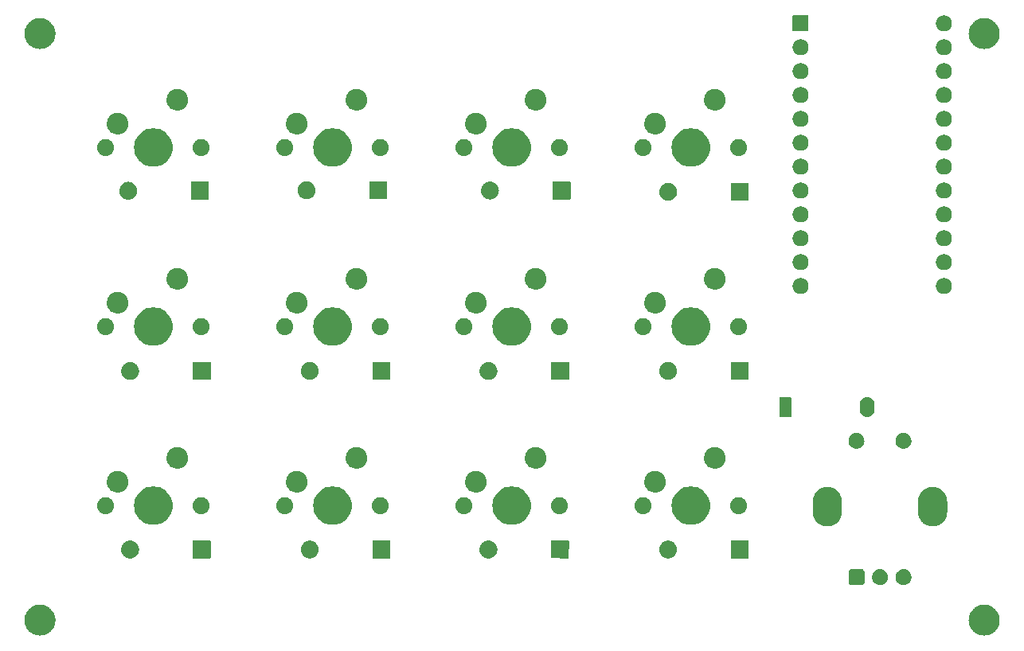
<source format=gbr>
G04 #@! TF.GenerationSoftware,KiCad,Pcbnew,7.0.10*
G04 #@! TF.CreationDate,2024-02-09T18:03:28-08:00*
G04 #@! TF.ProjectId,4x3,3478332e-6b69-4636-9164-5f7063625858,rev?*
G04 #@! TF.SameCoordinates,Original*
G04 #@! TF.FileFunction,Soldermask,Top*
G04 #@! TF.FilePolarity,Negative*
%FSLAX46Y46*%
G04 Gerber Fmt 4.6, Leading zero omitted, Abs format (unit mm)*
G04 Created by KiCad (PCBNEW 7.0.10) date 2024-02-09 18:03:28*
%MOMM*%
%LPD*%
G01*
G04 APERTURE LIST*
G04 APERTURE END LIST*
G36*
X150963098Y-162153966D02*
G01*
X151023353Y-162153966D01*
X151089199Y-162163890D01*
X151158273Y-162169327D01*
X151213947Y-162182693D01*
X151267302Y-162190735D01*
X151337021Y-162212240D01*
X151410187Y-162229806D01*
X151457495Y-162249401D01*
X151503052Y-162263454D01*
X151574569Y-162297895D01*
X151649538Y-162328948D01*
X151688022Y-162352531D01*
X151725322Y-162370494D01*
X151796271Y-162418866D01*
X151870433Y-162464313D01*
X151900127Y-162489674D01*
X151929162Y-162509470D01*
X151996956Y-162572374D01*
X152067433Y-162632567D01*
X152088834Y-162657625D01*
X152110011Y-162677274D01*
X152171925Y-162754911D01*
X152235687Y-162829567D01*
X152249709Y-162852449D01*
X152263830Y-162870156D01*
X152317087Y-162962399D01*
X152371052Y-163050462D01*
X152378977Y-163069597D01*
X152387185Y-163083812D01*
X152429038Y-163190454D01*
X152470194Y-163289813D01*
X152473597Y-163303991D01*
X152477314Y-163313460D01*
X152505157Y-163435446D01*
X152530673Y-163541727D01*
X152531334Y-163550133D01*
X152532214Y-163553986D01*
X152543683Y-163707031D01*
X152551000Y-163800000D01*
X152543682Y-163892975D01*
X152532214Y-164046013D01*
X152531334Y-164049865D01*
X152530673Y-164058273D01*
X152505152Y-164164573D01*
X152477314Y-164286539D01*
X152473598Y-164296005D01*
X152470194Y-164310187D01*
X152429031Y-164409563D01*
X152387185Y-164516187D01*
X152378979Y-164530399D01*
X152371052Y-164549538D01*
X152317077Y-164637616D01*
X152263830Y-164729843D01*
X152249712Y-164747546D01*
X152235687Y-164770433D01*
X152171913Y-164845102D01*
X152110011Y-164922725D01*
X152088838Y-164942369D01*
X152067433Y-164967433D01*
X151996942Y-165027637D01*
X151929162Y-165090529D01*
X151900133Y-165110320D01*
X151870433Y-165135687D01*
X151796257Y-165181142D01*
X151725322Y-165229505D01*
X151688030Y-165247463D01*
X151649538Y-165271052D01*
X151574554Y-165302110D01*
X151503052Y-165336545D01*
X151457504Y-165350594D01*
X151410187Y-165370194D01*
X151337007Y-165387762D01*
X151267302Y-165409264D01*
X151213955Y-165417304D01*
X151158273Y-165430673D01*
X151089195Y-165436109D01*
X151023353Y-165446034D01*
X150963098Y-165446034D01*
X150900000Y-165451000D01*
X150836902Y-165446034D01*
X150776647Y-165446034D01*
X150710803Y-165436109D01*
X150641727Y-165430673D01*
X150586045Y-165417305D01*
X150532697Y-165409264D01*
X150462988Y-165387761D01*
X150389813Y-165370194D01*
X150342498Y-165350595D01*
X150296947Y-165336545D01*
X150225438Y-165302107D01*
X150150462Y-165271052D01*
X150111972Y-165247465D01*
X150074675Y-165229504D01*
X150003726Y-165181131D01*
X149929567Y-165135687D01*
X149899873Y-165110326D01*
X149870839Y-165090531D01*
X149803043Y-165027625D01*
X149732567Y-164967433D01*
X149711164Y-164942374D01*
X149689988Y-164922725D01*
X149628071Y-164845084D01*
X149564313Y-164770433D01*
X149550291Y-164747551D01*
X149536169Y-164729843D01*
X149482905Y-164637588D01*
X149428948Y-164549538D01*
X149421023Y-164530405D01*
X149412814Y-164516187D01*
X149370949Y-164409517D01*
X149329806Y-164310187D01*
X149326402Y-164296012D01*
X149322685Y-164286539D01*
X149294827Y-164164488D01*
X149269327Y-164058273D01*
X149268665Y-164049871D01*
X149267785Y-164046013D01*
X149256296Y-163892710D01*
X149249000Y-163800000D01*
X149256296Y-163707297D01*
X149267785Y-163553986D01*
X149268665Y-163550126D01*
X149269327Y-163541727D01*
X149294822Y-163435530D01*
X149322685Y-163313460D01*
X149326403Y-163303984D01*
X149329806Y-163289813D01*
X149370942Y-163190500D01*
X149412814Y-163083812D01*
X149421024Y-163069590D01*
X149428948Y-163050462D01*
X149482895Y-162962427D01*
X149536169Y-162870156D01*
X149550293Y-162852443D01*
X149564313Y-162829567D01*
X149628059Y-162754929D01*
X149689988Y-162677274D01*
X149711169Y-162657620D01*
X149732567Y-162632567D01*
X149803029Y-162572386D01*
X149870839Y-162509468D01*
X149899879Y-162489668D01*
X149929567Y-162464313D01*
X150003711Y-162418876D01*
X150074675Y-162370495D01*
X150111980Y-162352529D01*
X150150462Y-162328948D01*
X150225423Y-162297898D01*
X150296947Y-162263454D01*
X150342507Y-162249400D01*
X150389813Y-162229806D01*
X150462973Y-162212241D01*
X150532697Y-162190735D01*
X150586054Y-162182692D01*
X150641727Y-162169327D01*
X150710799Y-162163890D01*
X150776647Y-162153966D01*
X150836902Y-162153966D01*
X150900000Y-162149000D01*
X150963098Y-162153966D01*
G37*
G36*
X251363098Y-162153966D02*
G01*
X251423353Y-162153966D01*
X251489199Y-162163890D01*
X251558273Y-162169327D01*
X251613947Y-162182693D01*
X251667302Y-162190735D01*
X251737021Y-162212240D01*
X251810187Y-162229806D01*
X251857495Y-162249401D01*
X251903052Y-162263454D01*
X251974569Y-162297895D01*
X252049538Y-162328948D01*
X252088022Y-162352531D01*
X252125322Y-162370494D01*
X252196271Y-162418866D01*
X252270433Y-162464313D01*
X252300127Y-162489674D01*
X252329162Y-162509470D01*
X252396956Y-162572374D01*
X252467433Y-162632567D01*
X252488834Y-162657625D01*
X252510011Y-162677274D01*
X252571925Y-162754911D01*
X252635687Y-162829567D01*
X252649709Y-162852449D01*
X252663830Y-162870156D01*
X252717087Y-162962399D01*
X252771052Y-163050462D01*
X252778977Y-163069597D01*
X252787185Y-163083812D01*
X252829038Y-163190454D01*
X252870194Y-163289813D01*
X252873597Y-163303991D01*
X252877314Y-163313460D01*
X252905157Y-163435446D01*
X252930673Y-163541727D01*
X252931334Y-163550133D01*
X252932214Y-163553986D01*
X252943683Y-163707031D01*
X252951000Y-163800000D01*
X252943682Y-163892975D01*
X252932214Y-164046013D01*
X252931334Y-164049865D01*
X252930673Y-164058273D01*
X252905152Y-164164573D01*
X252877314Y-164286539D01*
X252873598Y-164296005D01*
X252870194Y-164310187D01*
X252829031Y-164409563D01*
X252787185Y-164516187D01*
X252778979Y-164530399D01*
X252771052Y-164549538D01*
X252717077Y-164637616D01*
X252663830Y-164729843D01*
X252649712Y-164747546D01*
X252635687Y-164770433D01*
X252571913Y-164845102D01*
X252510011Y-164922725D01*
X252488838Y-164942369D01*
X252467433Y-164967433D01*
X252396942Y-165027637D01*
X252329162Y-165090529D01*
X252300133Y-165110320D01*
X252270433Y-165135687D01*
X252196257Y-165181142D01*
X252125322Y-165229505D01*
X252088030Y-165247463D01*
X252049538Y-165271052D01*
X251974554Y-165302110D01*
X251903052Y-165336545D01*
X251857504Y-165350594D01*
X251810187Y-165370194D01*
X251737007Y-165387762D01*
X251667302Y-165409264D01*
X251613955Y-165417304D01*
X251558273Y-165430673D01*
X251489195Y-165436109D01*
X251423353Y-165446034D01*
X251363098Y-165446034D01*
X251300000Y-165451000D01*
X251236902Y-165446034D01*
X251176647Y-165446034D01*
X251110803Y-165436109D01*
X251041727Y-165430673D01*
X250986045Y-165417305D01*
X250932697Y-165409264D01*
X250862988Y-165387761D01*
X250789813Y-165370194D01*
X250742498Y-165350595D01*
X250696947Y-165336545D01*
X250625438Y-165302107D01*
X250550462Y-165271052D01*
X250511972Y-165247465D01*
X250474675Y-165229504D01*
X250403726Y-165181131D01*
X250329567Y-165135687D01*
X250299873Y-165110326D01*
X250270839Y-165090531D01*
X250203043Y-165027625D01*
X250132567Y-164967433D01*
X250111164Y-164942374D01*
X250089988Y-164922725D01*
X250028071Y-164845084D01*
X249964313Y-164770433D01*
X249950291Y-164747551D01*
X249936169Y-164729843D01*
X249882905Y-164637588D01*
X249828948Y-164549538D01*
X249821023Y-164530405D01*
X249812814Y-164516187D01*
X249770949Y-164409517D01*
X249729806Y-164310187D01*
X249726402Y-164296012D01*
X249722685Y-164286539D01*
X249694827Y-164164488D01*
X249669327Y-164058273D01*
X249668665Y-164049871D01*
X249667785Y-164046013D01*
X249656296Y-163892710D01*
X249649000Y-163800000D01*
X249656296Y-163707297D01*
X249667785Y-163553986D01*
X249668665Y-163550126D01*
X249669327Y-163541727D01*
X249694822Y-163435530D01*
X249722685Y-163313460D01*
X249726403Y-163303984D01*
X249729806Y-163289813D01*
X249770942Y-163190500D01*
X249812814Y-163083812D01*
X249821024Y-163069590D01*
X249828948Y-163050462D01*
X249882895Y-162962427D01*
X249936169Y-162870156D01*
X249950293Y-162852443D01*
X249964313Y-162829567D01*
X250028059Y-162754929D01*
X250089988Y-162677274D01*
X250111169Y-162657620D01*
X250132567Y-162632567D01*
X250203029Y-162572386D01*
X250270839Y-162509468D01*
X250299879Y-162489668D01*
X250329567Y-162464313D01*
X250403711Y-162418876D01*
X250474675Y-162370495D01*
X250511980Y-162352529D01*
X250550462Y-162328948D01*
X250625423Y-162297898D01*
X250696947Y-162263454D01*
X250742507Y-162249400D01*
X250789813Y-162229806D01*
X250862973Y-162212241D01*
X250932697Y-162190735D01*
X250986054Y-162182692D01*
X251041727Y-162169327D01*
X251110799Y-162163890D01*
X251176647Y-162153966D01*
X251236902Y-162153966D01*
X251300000Y-162149000D01*
X251363098Y-162153966D01*
G37*
G36*
X238338914Y-158386995D02*
G01*
X238354726Y-158393976D01*
X238362531Y-158395213D01*
X238395039Y-158411776D01*
X238440106Y-158431676D01*
X238518324Y-158509894D01*
X238538226Y-158554967D01*
X238554786Y-158587468D01*
X238556021Y-158595270D01*
X238563005Y-158611086D01*
X238571000Y-158680000D01*
X238571000Y-159780000D01*
X238563005Y-159848914D01*
X238556021Y-159864729D01*
X238554786Y-159872531D01*
X238538229Y-159905024D01*
X238518324Y-159950106D01*
X238440106Y-160028324D01*
X238395024Y-160048229D01*
X238362531Y-160064786D01*
X238354729Y-160066021D01*
X238338914Y-160073005D01*
X238270000Y-160081000D01*
X237170000Y-160081000D01*
X237101086Y-160073005D01*
X237085270Y-160066021D01*
X237077468Y-160064786D01*
X237044967Y-160048226D01*
X236999894Y-160028324D01*
X236921676Y-159950106D01*
X236901776Y-159905039D01*
X236885213Y-159872531D01*
X236883976Y-159864726D01*
X236876995Y-159848914D01*
X236869000Y-159780000D01*
X236869000Y-158680000D01*
X236876995Y-158611086D01*
X236883976Y-158595274D01*
X236885213Y-158587468D01*
X236901780Y-158554953D01*
X236921676Y-158509894D01*
X236999894Y-158431676D01*
X237044953Y-158411780D01*
X237077468Y-158395213D01*
X237085274Y-158393976D01*
X237101086Y-158386995D01*
X237170000Y-158379000D01*
X238270000Y-158379000D01*
X238338914Y-158386995D01*
G37*
G36*
X240261199Y-158383662D02*
G01*
X240308954Y-158383662D01*
X240350194Y-158392427D01*
X240385901Y-158395945D01*
X240430759Y-158409552D01*
X240482973Y-158420651D01*
X240516384Y-158435526D01*
X240545435Y-158444339D01*
X240591602Y-158469015D01*
X240645500Y-158493012D01*
X240670554Y-158511215D01*
X240692453Y-158522920D01*
X240737128Y-158559584D01*
X240789430Y-158597584D01*
X240806411Y-158616443D01*
X240821320Y-158628679D01*
X240861387Y-158677501D01*
X240908473Y-158729795D01*
X240918364Y-158746927D01*
X240927079Y-158757546D01*
X240959306Y-158817840D01*
X240997427Y-158883867D01*
X241001813Y-158897368D01*
X241005660Y-158904564D01*
X241026861Y-158974455D01*
X241052404Y-159053067D01*
X241053303Y-159061623D01*
X241054054Y-159064098D01*
X241061371Y-159138389D01*
X241071000Y-159230000D01*
X241061370Y-159321619D01*
X241054054Y-159395901D01*
X241053303Y-159398375D01*
X241052404Y-159406933D01*
X241026856Y-159485558D01*
X241005660Y-159555435D01*
X241001814Y-159562629D01*
X240997427Y-159576133D01*
X240959299Y-159642172D01*
X240927079Y-159702453D01*
X240918366Y-159713069D01*
X240908473Y-159730205D01*
X240861378Y-159782509D01*
X240821320Y-159831320D01*
X240806414Y-159843552D01*
X240789430Y-159862416D01*
X240737118Y-159900423D01*
X240692453Y-159937079D01*
X240670559Y-159948780D01*
X240645500Y-159966988D01*
X240591591Y-159990989D01*
X240545435Y-160015660D01*
X240516391Y-160024470D01*
X240482973Y-160039349D01*
X240430748Y-160050449D01*
X240385901Y-160064054D01*
X240350203Y-160067570D01*
X240308954Y-160076338D01*
X240261188Y-160076338D01*
X240220000Y-160080395D01*
X240178811Y-160076338D01*
X240131046Y-160076338D01*
X240089797Y-160067570D01*
X240054098Y-160064054D01*
X240009248Y-160050448D01*
X239957027Y-160039349D01*
X239923610Y-160024471D01*
X239894564Y-160015660D01*
X239848402Y-159990986D01*
X239794500Y-159966988D01*
X239769443Y-159948783D01*
X239747546Y-159937079D01*
X239702873Y-159900416D01*
X239650570Y-159862416D01*
X239633588Y-159843555D01*
X239618679Y-159831320D01*
X239578610Y-159782496D01*
X239531527Y-159730205D01*
X239521636Y-159713073D01*
X239512920Y-159702453D01*
X239480687Y-159642148D01*
X239442573Y-159576133D01*
X239438186Y-159562634D01*
X239434339Y-159555435D01*
X239413128Y-159485512D01*
X239387596Y-159406933D01*
X239386697Y-159398380D01*
X239385945Y-159395901D01*
X239378613Y-159321467D01*
X239369000Y-159230000D01*
X239378612Y-159138540D01*
X239385945Y-159064098D01*
X239386697Y-159061618D01*
X239387596Y-159053067D01*
X239413123Y-158974502D01*
X239434339Y-158904564D01*
X239438187Y-158897363D01*
X239442573Y-158883867D01*
X239480680Y-158817863D01*
X239512920Y-158757546D01*
X239521638Y-158746923D01*
X239531527Y-158729795D01*
X239578601Y-158677513D01*
X239618679Y-158628679D01*
X239633591Y-158616440D01*
X239650570Y-158597584D01*
X239702862Y-158559591D01*
X239747546Y-158522920D01*
X239769448Y-158511213D01*
X239794500Y-158493012D01*
X239848391Y-158469018D01*
X239894564Y-158444339D01*
X239923617Y-158435525D01*
X239957027Y-158420651D01*
X240009237Y-158409553D01*
X240054098Y-158395945D01*
X240089806Y-158392427D01*
X240131046Y-158383662D01*
X240178801Y-158383662D01*
X240220000Y-158379604D01*
X240261199Y-158383662D01*
G37*
G36*
X242761199Y-158383662D02*
G01*
X242808954Y-158383662D01*
X242850194Y-158392427D01*
X242885901Y-158395945D01*
X242930759Y-158409552D01*
X242982973Y-158420651D01*
X243016384Y-158435526D01*
X243045435Y-158444339D01*
X243091602Y-158469015D01*
X243145500Y-158493012D01*
X243170554Y-158511215D01*
X243192453Y-158522920D01*
X243237128Y-158559584D01*
X243289430Y-158597584D01*
X243306411Y-158616443D01*
X243321320Y-158628679D01*
X243361387Y-158677501D01*
X243408473Y-158729795D01*
X243418364Y-158746927D01*
X243427079Y-158757546D01*
X243459306Y-158817840D01*
X243497427Y-158883867D01*
X243501813Y-158897368D01*
X243505660Y-158904564D01*
X243526861Y-158974455D01*
X243552404Y-159053067D01*
X243553303Y-159061623D01*
X243554054Y-159064098D01*
X243561371Y-159138389D01*
X243571000Y-159230000D01*
X243561370Y-159321619D01*
X243554054Y-159395901D01*
X243553303Y-159398375D01*
X243552404Y-159406933D01*
X243526856Y-159485558D01*
X243505660Y-159555435D01*
X243501814Y-159562629D01*
X243497427Y-159576133D01*
X243459299Y-159642172D01*
X243427079Y-159702453D01*
X243418366Y-159713069D01*
X243408473Y-159730205D01*
X243361378Y-159782509D01*
X243321320Y-159831320D01*
X243306414Y-159843552D01*
X243289430Y-159862416D01*
X243237118Y-159900423D01*
X243192453Y-159937079D01*
X243170559Y-159948780D01*
X243145500Y-159966988D01*
X243091591Y-159990989D01*
X243045435Y-160015660D01*
X243016391Y-160024470D01*
X242982973Y-160039349D01*
X242930748Y-160050449D01*
X242885901Y-160064054D01*
X242850203Y-160067570D01*
X242808954Y-160076338D01*
X242761188Y-160076338D01*
X242720000Y-160080395D01*
X242678811Y-160076338D01*
X242631046Y-160076338D01*
X242589797Y-160067570D01*
X242554098Y-160064054D01*
X242509248Y-160050448D01*
X242457027Y-160039349D01*
X242423610Y-160024471D01*
X242394564Y-160015660D01*
X242348402Y-159990986D01*
X242294500Y-159966988D01*
X242269443Y-159948783D01*
X242247546Y-159937079D01*
X242202873Y-159900416D01*
X242150570Y-159862416D01*
X242133588Y-159843555D01*
X242118679Y-159831320D01*
X242078610Y-159782496D01*
X242031527Y-159730205D01*
X242021636Y-159713073D01*
X242012920Y-159702453D01*
X241980687Y-159642148D01*
X241942573Y-159576133D01*
X241938186Y-159562634D01*
X241934339Y-159555435D01*
X241913128Y-159485512D01*
X241887596Y-159406933D01*
X241886697Y-159398380D01*
X241885945Y-159395901D01*
X241878613Y-159321467D01*
X241869000Y-159230000D01*
X241878612Y-159138540D01*
X241885945Y-159064098D01*
X241886697Y-159061618D01*
X241887596Y-159053067D01*
X241913123Y-158974502D01*
X241934339Y-158904564D01*
X241938187Y-158897363D01*
X241942573Y-158883867D01*
X241980680Y-158817863D01*
X242012920Y-158757546D01*
X242021638Y-158746923D01*
X242031527Y-158729795D01*
X242078601Y-158677513D01*
X242118679Y-158628679D01*
X242133591Y-158616440D01*
X242150570Y-158597584D01*
X242202862Y-158559591D01*
X242247546Y-158522920D01*
X242269448Y-158511213D01*
X242294500Y-158493012D01*
X242348391Y-158469018D01*
X242394564Y-158444339D01*
X242423617Y-158435525D01*
X242457027Y-158420651D01*
X242509237Y-158409553D01*
X242554098Y-158395945D01*
X242589806Y-158392427D01*
X242631046Y-158383662D01*
X242678801Y-158383662D01*
X242720000Y-158379604D01*
X242761199Y-158383662D01*
G37*
G36*
X206121844Y-155347316D02*
G01*
X207114152Y-155364637D01*
X207126460Y-155364852D01*
X207145906Y-155369074D01*
X207162256Y-155380417D01*
X207173022Y-155397153D01*
X207176562Y-155416734D01*
X207145148Y-157216460D01*
X207140926Y-157235906D01*
X207129583Y-157252256D01*
X207112847Y-157263022D01*
X207093266Y-157266562D01*
X205293540Y-157235148D01*
X205274094Y-157230926D01*
X205257744Y-157219583D01*
X205246978Y-157202847D01*
X205243438Y-157183266D01*
X205267589Y-155799642D01*
X205274637Y-155395847D01*
X205274637Y-155395846D01*
X205274852Y-155383540D01*
X205279074Y-155364094D01*
X205290417Y-155347744D01*
X205307153Y-155336978D01*
X205326734Y-155333438D01*
X206121844Y-155347316D01*
G37*
G36*
X160536604Y-155353590D02*
G01*
X160577696Y-155353590D01*
X160623456Y-155362144D01*
X160675531Y-155367273D01*
X160715091Y-155379273D01*
X160750111Y-155385820D01*
X160798617Y-155404611D01*
X160853932Y-155421391D01*
X160885534Y-155438282D01*
X160913656Y-155449177D01*
X160962513Y-155479428D01*
X161018347Y-155509272D01*
X161041809Y-155528526D01*
X161062784Y-155541514D01*
X161109256Y-155583879D01*
X161162459Y-155627541D01*
X161178224Y-155646751D01*
X161192400Y-155659674D01*
X161233557Y-155714174D01*
X161280728Y-155771653D01*
X161289848Y-155788717D01*
X161298099Y-155799642D01*
X161330925Y-155865566D01*
X161368609Y-155936068D01*
X161372628Y-155949316D01*
X161376282Y-155956655D01*
X161397864Y-156032507D01*
X161422727Y-156114469D01*
X161423543Y-156122762D01*
X161424280Y-156125350D01*
X161431937Y-156207982D01*
X161441000Y-156300000D01*
X161431936Y-156392026D01*
X161424280Y-156474649D01*
X161423544Y-156477235D01*
X161422727Y-156485531D01*
X161397859Y-156567507D01*
X161376282Y-156643344D01*
X161372628Y-156650680D01*
X161368609Y-156663932D01*
X161330917Y-156734447D01*
X161298099Y-156800357D01*
X161289850Y-156811279D01*
X161280728Y-156828347D01*
X161233547Y-156885836D01*
X161192400Y-156940325D01*
X161178227Y-156953244D01*
X161162459Y-156972459D01*
X161109245Y-157016129D01*
X161062784Y-157058485D01*
X161041814Y-157071469D01*
X161018347Y-157090728D01*
X160962502Y-157120577D01*
X160913656Y-157150822D01*
X160885541Y-157161713D01*
X160853932Y-157178609D01*
X160798605Y-157195392D01*
X160750111Y-157214179D01*
X160715098Y-157220724D01*
X160675531Y-157232727D01*
X160623453Y-157237856D01*
X160577696Y-157246410D01*
X160536604Y-157246410D01*
X160490000Y-157251000D01*
X160443396Y-157246410D01*
X160402304Y-157246410D01*
X160356545Y-157237856D01*
X160304469Y-157232727D01*
X160264902Y-157220724D01*
X160229888Y-157214179D01*
X160181389Y-157195390D01*
X160126068Y-157178609D01*
X160094461Y-157161714D01*
X160066343Y-157150822D01*
X160017490Y-157120573D01*
X159961653Y-157090728D01*
X159938188Y-157071471D01*
X159917215Y-157058485D01*
X159870744Y-157016121D01*
X159817541Y-156972459D01*
X159801775Y-156953248D01*
X159787599Y-156940325D01*
X159746439Y-156885821D01*
X159699272Y-156828347D01*
X159690151Y-156811284D01*
X159681900Y-156800357D01*
X159649067Y-156734420D01*
X159611391Y-156663932D01*
X159607372Y-156650685D01*
X159603717Y-156643344D01*
X159582124Y-156567454D01*
X159557273Y-156485531D01*
X159556456Y-156477241D01*
X159555719Y-156474649D01*
X159548046Y-156391854D01*
X159539000Y-156300000D01*
X159548045Y-156208153D01*
X159555719Y-156125350D01*
X159556456Y-156122757D01*
X159557273Y-156114469D01*
X159582119Y-156032560D01*
X159603717Y-155956655D01*
X159607373Y-155949311D01*
X159611391Y-155936068D01*
X159649060Y-155865593D01*
X159681900Y-155799642D01*
X159690153Y-155788712D01*
X159699272Y-155771653D01*
X159746430Y-155714190D01*
X159787599Y-155659674D01*
X159801778Y-155646747D01*
X159817541Y-155627541D01*
X159870733Y-155583887D01*
X159917215Y-155541514D01*
X159938193Y-155528524D01*
X159961653Y-155509272D01*
X160017478Y-155479432D01*
X160066343Y-155449177D01*
X160094467Y-155438281D01*
X160126068Y-155421391D01*
X160181377Y-155404612D01*
X160229888Y-155385820D01*
X160264909Y-155379273D01*
X160304469Y-155367273D01*
X160356542Y-155362144D01*
X160402304Y-155353590D01*
X160443396Y-155353590D01*
X160490000Y-155349000D01*
X160536604Y-155353590D01*
G37*
G36*
X169029517Y-155352882D02*
G01*
X169046062Y-155363938D01*
X169057118Y-155380483D01*
X169061000Y-155400000D01*
X169061000Y-157200000D01*
X169057118Y-157219517D01*
X169046062Y-157236062D01*
X169029517Y-157247118D01*
X169010000Y-157251000D01*
X167210000Y-157251000D01*
X167190483Y-157247118D01*
X167173938Y-157236062D01*
X167162882Y-157219517D01*
X167159000Y-157200000D01*
X167159000Y-155400000D01*
X167162882Y-155380483D01*
X167173938Y-155363938D01*
X167190483Y-155352882D01*
X167210000Y-155349000D01*
X169010000Y-155349000D01*
X169029517Y-155352882D01*
G37*
G36*
X179636604Y-155353590D02*
G01*
X179677696Y-155353590D01*
X179723456Y-155362144D01*
X179775531Y-155367273D01*
X179815091Y-155379273D01*
X179850111Y-155385820D01*
X179898617Y-155404611D01*
X179953932Y-155421391D01*
X179985534Y-155438282D01*
X180013656Y-155449177D01*
X180062513Y-155479428D01*
X180118347Y-155509272D01*
X180141809Y-155528526D01*
X180162784Y-155541514D01*
X180209256Y-155583879D01*
X180262459Y-155627541D01*
X180278224Y-155646751D01*
X180292400Y-155659674D01*
X180333557Y-155714174D01*
X180380728Y-155771653D01*
X180389848Y-155788717D01*
X180398099Y-155799642D01*
X180430925Y-155865566D01*
X180468609Y-155936068D01*
X180472628Y-155949316D01*
X180476282Y-155956655D01*
X180497864Y-156032507D01*
X180522727Y-156114469D01*
X180523543Y-156122762D01*
X180524280Y-156125350D01*
X180531937Y-156207982D01*
X180541000Y-156300000D01*
X180531936Y-156392026D01*
X180524280Y-156474649D01*
X180523544Y-156477235D01*
X180522727Y-156485531D01*
X180497859Y-156567507D01*
X180476282Y-156643344D01*
X180472628Y-156650680D01*
X180468609Y-156663932D01*
X180430917Y-156734447D01*
X180398099Y-156800357D01*
X180389850Y-156811279D01*
X180380728Y-156828347D01*
X180333547Y-156885836D01*
X180292400Y-156940325D01*
X180278227Y-156953244D01*
X180262459Y-156972459D01*
X180209245Y-157016129D01*
X180162784Y-157058485D01*
X180141814Y-157071469D01*
X180118347Y-157090728D01*
X180062502Y-157120577D01*
X180013656Y-157150822D01*
X179985541Y-157161713D01*
X179953932Y-157178609D01*
X179898605Y-157195392D01*
X179850111Y-157214179D01*
X179815098Y-157220724D01*
X179775531Y-157232727D01*
X179723453Y-157237856D01*
X179677696Y-157246410D01*
X179636604Y-157246410D01*
X179590000Y-157251000D01*
X179543396Y-157246410D01*
X179502304Y-157246410D01*
X179456545Y-157237856D01*
X179404469Y-157232727D01*
X179364902Y-157220724D01*
X179329888Y-157214179D01*
X179281389Y-157195390D01*
X179226068Y-157178609D01*
X179194461Y-157161714D01*
X179166343Y-157150822D01*
X179117490Y-157120573D01*
X179061653Y-157090728D01*
X179038188Y-157071471D01*
X179017215Y-157058485D01*
X178970744Y-157016121D01*
X178917541Y-156972459D01*
X178901775Y-156953248D01*
X178887599Y-156940325D01*
X178846439Y-156885821D01*
X178799272Y-156828347D01*
X178790151Y-156811284D01*
X178781900Y-156800357D01*
X178749067Y-156734420D01*
X178711391Y-156663932D01*
X178707372Y-156650685D01*
X178703717Y-156643344D01*
X178682124Y-156567454D01*
X178657273Y-156485531D01*
X178656456Y-156477241D01*
X178655719Y-156474649D01*
X178648046Y-156391854D01*
X178639000Y-156300000D01*
X178648045Y-156208153D01*
X178655719Y-156125350D01*
X178656456Y-156122757D01*
X178657273Y-156114469D01*
X178682119Y-156032560D01*
X178703717Y-155956655D01*
X178707373Y-155949311D01*
X178711391Y-155936068D01*
X178749060Y-155865593D01*
X178781900Y-155799642D01*
X178790153Y-155788712D01*
X178799272Y-155771653D01*
X178846430Y-155714190D01*
X178887599Y-155659674D01*
X178901778Y-155646747D01*
X178917541Y-155627541D01*
X178970733Y-155583887D01*
X179017215Y-155541514D01*
X179038193Y-155528524D01*
X179061653Y-155509272D01*
X179117478Y-155479432D01*
X179166343Y-155449177D01*
X179194467Y-155438281D01*
X179226068Y-155421391D01*
X179281377Y-155404612D01*
X179329888Y-155385820D01*
X179364909Y-155379273D01*
X179404469Y-155367273D01*
X179456542Y-155362144D01*
X179502304Y-155353590D01*
X179543396Y-155353590D01*
X179590000Y-155349000D01*
X179636604Y-155353590D01*
G37*
G36*
X188129517Y-155352882D02*
G01*
X188146062Y-155363938D01*
X188157118Y-155380483D01*
X188161000Y-155400000D01*
X188161000Y-157200000D01*
X188157118Y-157219517D01*
X188146062Y-157236062D01*
X188129517Y-157247118D01*
X188110000Y-157251000D01*
X186310000Y-157251000D01*
X186290483Y-157247118D01*
X186273938Y-157236062D01*
X186262882Y-157219517D01*
X186259000Y-157200000D01*
X186259000Y-155400000D01*
X186262882Y-155380483D01*
X186273938Y-155363938D01*
X186290483Y-155352882D01*
X186310000Y-155349000D01*
X188110000Y-155349000D01*
X188129517Y-155352882D01*
G37*
G36*
X198636604Y-155353590D02*
G01*
X198677696Y-155353590D01*
X198723456Y-155362144D01*
X198775531Y-155367273D01*
X198815091Y-155379273D01*
X198850111Y-155385820D01*
X198898617Y-155404611D01*
X198953932Y-155421391D01*
X198985534Y-155438282D01*
X199013656Y-155449177D01*
X199062513Y-155479428D01*
X199118347Y-155509272D01*
X199141809Y-155528526D01*
X199162784Y-155541514D01*
X199209256Y-155583879D01*
X199262459Y-155627541D01*
X199278224Y-155646751D01*
X199292400Y-155659674D01*
X199333557Y-155714174D01*
X199380728Y-155771653D01*
X199389848Y-155788717D01*
X199398099Y-155799642D01*
X199430925Y-155865566D01*
X199468609Y-155936068D01*
X199472628Y-155949316D01*
X199476282Y-155956655D01*
X199497864Y-156032507D01*
X199522727Y-156114469D01*
X199523543Y-156122762D01*
X199524280Y-156125350D01*
X199531937Y-156207982D01*
X199541000Y-156300000D01*
X199531936Y-156392026D01*
X199524280Y-156474649D01*
X199523544Y-156477235D01*
X199522727Y-156485531D01*
X199497859Y-156567507D01*
X199476282Y-156643344D01*
X199472628Y-156650680D01*
X199468609Y-156663932D01*
X199430917Y-156734447D01*
X199398099Y-156800357D01*
X199389850Y-156811279D01*
X199380728Y-156828347D01*
X199333547Y-156885836D01*
X199292400Y-156940325D01*
X199278227Y-156953244D01*
X199262459Y-156972459D01*
X199209245Y-157016129D01*
X199162784Y-157058485D01*
X199141814Y-157071469D01*
X199118347Y-157090728D01*
X199062502Y-157120577D01*
X199013656Y-157150822D01*
X198985541Y-157161713D01*
X198953932Y-157178609D01*
X198898605Y-157195392D01*
X198850111Y-157214179D01*
X198815098Y-157220724D01*
X198775531Y-157232727D01*
X198723453Y-157237856D01*
X198677696Y-157246410D01*
X198636604Y-157246410D01*
X198590000Y-157251000D01*
X198543396Y-157246410D01*
X198502304Y-157246410D01*
X198456545Y-157237856D01*
X198404469Y-157232727D01*
X198364902Y-157220724D01*
X198329888Y-157214179D01*
X198281389Y-157195390D01*
X198226068Y-157178609D01*
X198194461Y-157161714D01*
X198166343Y-157150822D01*
X198117490Y-157120573D01*
X198061653Y-157090728D01*
X198038188Y-157071471D01*
X198017215Y-157058485D01*
X197970744Y-157016121D01*
X197917541Y-156972459D01*
X197901775Y-156953248D01*
X197887599Y-156940325D01*
X197846439Y-156885821D01*
X197799272Y-156828347D01*
X197790151Y-156811284D01*
X197781900Y-156800357D01*
X197749067Y-156734420D01*
X197711391Y-156663932D01*
X197707372Y-156650685D01*
X197703717Y-156643344D01*
X197682124Y-156567454D01*
X197657273Y-156485531D01*
X197656456Y-156477241D01*
X197655719Y-156474649D01*
X197648046Y-156391854D01*
X197639000Y-156300000D01*
X197648045Y-156208153D01*
X197655719Y-156125350D01*
X197656456Y-156122757D01*
X197657273Y-156114469D01*
X197682119Y-156032560D01*
X197703717Y-155956655D01*
X197707373Y-155949311D01*
X197711391Y-155936068D01*
X197749060Y-155865593D01*
X197781900Y-155799642D01*
X197790153Y-155788712D01*
X197799272Y-155771653D01*
X197846430Y-155714190D01*
X197887599Y-155659674D01*
X197901778Y-155646747D01*
X197917541Y-155627541D01*
X197970733Y-155583887D01*
X198017215Y-155541514D01*
X198038193Y-155528524D01*
X198061653Y-155509272D01*
X198117478Y-155479432D01*
X198166343Y-155449177D01*
X198194467Y-155438281D01*
X198226068Y-155421391D01*
X198281377Y-155404612D01*
X198329888Y-155385820D01*
X198364909Y-155379273D01*
X198404469Y-155367273D01*
X198456542Y-155362144D01*
X198502304Y-155353590D01*
X198543396Y-155353590D01*
X198590000Y-155349000D01*
X198636604Y-155353590D01*
G37*
G36*
X217736604Y-155353590D02*
G01*
X217777696Y-155353590D01*
X217823456Y-155362144D01*
X217875531Y-155367273D01*
X217915091Y-155379273D01*
X217950111Y-155385820D01*
X217998617Y-155404611D01*
X218053932Y-155421391D01*
X218085534Y-155438282D01*
X218113656Y-155449177D01*
X218162513Y-155479428D01*
X218218347Y-155509272D01*
X218241809Y-155528526D01*
X218262784Y-155541514D01*
X218309256Y-155583879D01*
X218362459Y-155627541D01*
X218378224Y-155646751D01*
X218392400Y-155659674D01*
X218433557Y-155714174D01*
X218480728Y-155771653D01*
X218489848Y-155788717D01*
X218498099Y-155799642D01*
X218530925Y-155865566D01*
X218568609Y-155936068D01*
X218572628Y-155949316D01*
X218576282Y-155956655D01*
X218597864Y-156032507D01*
X218622727Y-156114469D01*
X218623543Y-156122762D01*
X218624280Y-156125350D01*
X218631937Y-156207982D01*
X218641000Y-156300000D01*
X218631936Y-156392026D01*
X218624280Y-156474649D01*
X218623544Y-156477235D01*
X218622727Y-156485531D01*
X218597859Y-156567507D01*
X218576282Y-156643344D01*
X218572628Y-156650680D01*
X218568609Y-156663932D01*
X218530917Y-156734447D01*
X218498099Y-156800357D01*
X218489850Y-156811279D01*
X218480728Y-156828347D01*
X218433547Y-156885836D01*
X218392400Y-156940325D01*
X218378227Y-156953244D01*
X218362459Y-156972459D01*
X218309245Y-157016129D01*
X218262784Y-157058485D01*
X218241814Y-157071469D01*
X218218347Y-157090728D01*
X218162502Y-157120577D01*
X218113656Y-157150822D01*
X218085541Y-157161713D01*
X218053932Y-157178609D01*
X217998605Y-157195392D01*
X217950111Y-157214179D01*
X217915098Y-157220724D01*
X217875531Y-157232727D01*
X217823453Y-157237856D01*
X217777696Y-157246410D01*
X217736604Y-157246410D01*
X217690000Y-157251000D01*
X217643396Y-157246410D01*
X217602304Y-157246410D01*
X217556545Y-157237856D01*
X217504469Y-157232727D01*
X217464902Y-157220724D01*
X217429888Y-157214179D01*
X217381389Y-157195390D01*
X217326068Y-157178609D01*
X217294461Y-157161714D01*
X217266343Y-157150822D01*
X217217490Y-157120573D01*
X217161653Y-157090728D01*
X217138188Y-157071471D01*
X217117215Y-157058485D01*
X217070744Y-157016121D01*
X217017541Y-156972459D01*
X217001775Y-156953248D01*
X216987599Y-156940325D01*
X216946439Y-156885821D01*
X216899272Y-156828347D01*
X216890151Y-156811284D01*
X216881900Y-156800357D01*
X216849067Y-156734420D01*
X216811391Y-156663932D01*
X216807372Y-156650685D01*
X216803717Y-156643344D01*
X216782124Y-156567454D01*
X216757273Y-156485531D01*
X216756456Y-156477241D01*
X216755719Y-156474649D01*
X216748046Y-156391854D01*
X216739000Y-156300000D01*
X216748045Y-156208153D01*
X216755719Y-156125350D01*
X216756456Y-156122757D01*
X216757273Y-156114469D01*
X216782119Y-156032560D01*
X216803717Y-155956655D01*
X216807373Y-155949311D01*
X216811391Y-155936068D01*
X216849060Y-155865593D01*
X216881900Y-155799642D01*
X216890153Y-155788712D01*
X216899272Y-155771653D01*
X216946430Y-155714190D01*
X216987599Y-155659674D01*
X217001778Y-155646747D01*
X217017541Y-155627541D01*
X217070733Y-155583887D01*
X217117215Y-155541514D01*
X217138193Y-155528524D01*
X217161653Y-155509272D01*
X217217478Y-155479432D01*
X217266343Y-155449177D01*
X217294467Y-155438281D01*
X217326068Y-155421391D01*
X217381377Y-155404612D01*
X217429888Y-155385820D01*
X217464909Y-155379273D01*
X217504469Y-155367273D01*
X217556542Y-155362144D01*
X217602304Y-155353590D01*
X217643396Y-155353590D01*
X217690000Y-155349000D01*
X217736604Y-155353590D01*
G37*
G36*
X226229517Y-155352882D02*
G01*
X226246062Y-155363938D01*
X226257118Y-155380483D01*
X226261000Y-155400000D01*
X226261000Y-157200000D01*
X226257118Y-157219517D01*
X226246062Y-157236062D01*
X226229517Y-157247118D01*
X226210000Y-157251000D01*
X224410000Y-157251000D01*
X224390483Y-157247118D01*
X224373938Y-157236062D01*
X224362882Y-157219517D01*
X224359000Y-157200000D01*
X224359000Y-155400000D01*
X224362882Y-155380483D01*
X224373938Y-155363938D01*
X224390483Y-155352882D01*
X224410000Y-155349000D01*
X226210000Y-155349000D01*
X226229517Y-155352882D01*
G37*
G36*
X234620086Y-149632778D02*
G01*
X234679393Y-149630505D01*
X234741449Y-149637669D01*
X234806952Y-149640309D01*
X234862446Y-149651638D01*
X234915223Y-149657731D01*
X234981479Y-149675938D01*
X235051515Y-149690236D01*
X235098889Y-149708202D01*
X235144141Y-149720638D01*
X235212599Y-149751327D01*
X235284902Y-149778748D01*
X235323579Y-149801078D01*
X235360764Y-149817748D01*
X235429084Y-149861991D01*
X235501068Y-149903552D01*
X235531009Y-149927998D01*
X235560036Y-149946796D01*
X235625634Y-150005257D01*
X235694415Y-150061415D01*
X235716050Y-150085836D01*
X235737262Y-150104740D01*
X235797393Y-150177653D01*
X235859936Y-150248249D01*
X235874146Y-150270721D01*
X235888308Y-150287893D01*
X235940177Y-150375140D01*
X235993342Y-150459214D01*
X236001391Y-150478107D01*
X236009623Y-150491953D01*
X236050444Y-150593238D01*
X236091180Y-150688848D01*
X236094645Y-150702909D01*
X236098366Y-150712140D01*
X236125481Y-150828015D01*
X236150915Y-150931202D01*
X236151592Y-150939597D01*
X236152459Y-150943299D01*
X236163487Y-151086941D01*
X236171000Y-151180000D01*
X236171000Y-152280000D01*
X236169115Y-152326771D01*
X236166449Y-152396320D01*
X236166264Y-152397512D01*
X236165971Y-152404804D01*
X236149187Y-152508074D01*
X236129844Y-152633313D01*
X236127768Y-152639869D01*
X236125931Y-152651179D01*
X236092484Y-152751362D01*
X236058213Y-152859655D01*
X236052435Y-152871324D01*
X236046888Y-152887940D01*
X235999552Y-152978129D01*
X235952875Y-153072404D01*
X235941840Y-153088092D01*
X235930890Y-153108956D01*
X235872653Y-153186454D01*
X235816298Y-153266575D01*
X235798728Y-153284830D01*
X235780940Y-153308503D01*
X235714876Y-153371958D01*
X235651676Y-153437627D01*
X235626635Y-153456714D01*
X235600923Y-153481412D01*
X235530154Y-153530259D01*
X235462869Y-153581550D01*
X235429781Y-153599542D01*
X235395500Y-153623205D01*
X235323010Y-153657601D01*
X235254320Y-153694954D01*
X235213068Y-153709769D01*
X235169992Y-153730210D01*
X235098507Y-153750915D01*
X235030888Y-153775202D01*
X234981784Y-153784724D01*
X234930240Y-153799655D01*
X234862200Y-153807916D01*
X234797826Y-153820401D01*
X234741646Y-153822554D01*
X234682452Y-153829742D01*
X234619900Y-153827221D01*
X234560606Y-153829494D01*
X234498562Y-153822331D01*
X234433048Y-153819691D01*
X234377543Y-153808359D01*
X234324776Y-153802268D01*
X234258530Y-153784063D01*
X234188485Y-153769764D01*
X234141103Y-153751794D01*
X234095858Y-153739361D01*
X234027408Y-153708675D01*
X233955098Y-153681252D01*
X233916416Y-153658919D01*
X233879235Y-153642251D01*
X233810920Y-153598010D01*
X233738932Y-153556448D01*
X233708988Y-153531999D01*
X233679963Y-153513203D01*
X233614367Y-153454743D01*
X233545585Y-153398585D01*
X233523949Y-153374163D01*
X233502737Y-153355259D01*
X233442603Y-153282343D01*
X233380064Y-153211751D01*
X233365853Y-153189279D01*
X233351691Y-153172106D01*
X233299816Y-153084848D01*
X233246658Y-153000786D01*
X233238609Y-152981894D01*
X233230376Y-152968046D01*
X233189544Y-152866735D01*
X233148820Y-152771152D01*
X233145354Y-152757093D01*
X233141633Y-152747859D01*
X233114503Y-152631923D01*
X233089085Y-152528798D01*
X233088407Y-152520407D01*
X233087540Y-152516700D01*
X233076505Y-152372975D01*
X233069000Y-152280000D01*
X233069000Y-151180000D01*
X233070875Y-151133458D01*
X233073550Y-151063679D01*
X233073735Y-151062477D01*
X233074029Y-151055196D01*
X233090788Y-150952068D01*
X233110155Y-150826686D01*
X233112232Y-150820121D01*
X233114069Y-150808821D01*
X233147490Y-150708712D01*
X233181786Y-150600344D01*
X233187567Y-150588666D01*
X233193112Y-150572060D01*
X233240420Y-150481920D01*
X233287124Y-150387595D01*
X233298164Y-150371898D01*
X233309110Y-150351044D01*
X233367320Y-150273580D01*
X233423701Y-150193424D01*
X233441278Y-150175160D01*
X233459060Y-150151497D01*
X233525097Y-150088066D01*
X233588323Y-150022372D01*
X233613373Y-150003276D01*
X233639077Y-149978588D01*
X233709820Y-149929757D01*
X233777130Y-149878449D01*
X233810228Y-149860450D01*
X233844500Y-149836795D01*
X233916967Y-149802408D01*
X233985679Y-149765045D01*
X234026943Y-149750224D01*
X234070008Y-149729790D01*
X234141472Y-149709089D01*
X234209111Y-149684797D01*
X234258227Y-149675271D01*
X234309760Y-149660345D01*
X234377783Y-149652085D01*
X234442173Y-149639598D01*
X234498365Y-149637444D01*
X234557548Y-149630258D01*
X234620086Y-149632778D01*
G37*
G36*
X245820086Y-149632778D02*
G01*
X245879393Y-149630505D01*
X245941449Y-149637669D01*
X246006952Y-149640309D01*
X246062446Y-149651638D01*
X246115223Y-149657731D01*
X246181479Y-149675938D01*
X246251515Y-149690236D01*
X246298889Y-149708202D01*
X246344141Y-149720638D01*
X246412599Y-149751327D01*
X246484902Y-149778748D01*
X246523579Y-149801078D01*
X246560764Y-149817748D01*
X246629084Y-149861991D01*
X246701068Y-149903552D01*
X246731009Y-149927998D01*
X246760036Y-149946796D01*
X246825634Y-150005257D01*
X246894415Y-150061415D01*
X246916050Y-150085836D01*
X246937262Y-150104740D01*
X246997393Y-150177653D01*
X247059936Y-150248249D01*
X247074146Y-150270721D01*
X247088308Y-150287893D01*
X247140177Y-150375140D01*
X247193342Y-150459214D01*
X247201391Y-150478107D01*
X247209623Y-150491953D01*
X247250444Y-150593238D01*
X247291180Y-150688848D01*
X247294645Y-150702909D01*
X247298366Y-150712140D01*
X247325481Y-150828015D01*
X247350915Y-150931202D01*
X247351592Y-150939597D01*
X247352459Y-150943299D01*
X247363487Y-151086941D01*
X247371000Y-151180000D01*
X247371000Y-152280000D01*
X247369115Y-152326771D01*
X247366449Y-152396320D01*
X247366264Y-152397512D01*
X247365971Y-152404804D01*
X247349187Y-152508074D01*
X247329844Y-152633313D01*
X247327768Y-152639869D01*
X247325931Y-152651179D01*
X247292484Y-152751362D01*
X247258213Y-152859655D01*
X247252435Y-152871324D01*
X247246888Y-152887940D01*
X247199552Y-152978129D01*
X247152875Y-153072404D01*
X247141840Y-153088092D01*
X247130890Y-153108956D01*
X247072653Y-153186454D01*
X247016298Y-153266575D01*
X246998728Y-153284830D01*
X246980940Y-153308503D01*
X246914876Y-153371958D01*
X246851676Y-153437627D01*
X246826635Y-153456714D01*
X246800923Y-153481412D01*
X246730154Y-153530259D01*
X246662869Y-153581550D01*
X246629781Y-153599542D01*
X246595500Y-153623205D01*
X246523010Y-153657601D01*
X246454320Y-153694954D01*
X246413068Y-153709769D01*
X246369992Y-153730210D01*
X246298507Y-153750915D01*
X246230888Y-153775202D01*
X246181784Y-153784724D01*
X246130240Y-153799655D01*
X246062200Y-153807916D01*
X245997826Y-153820401D01*
X245941646Y-153822554D01*
X245882452Y-153829742D01*
X245819900Y-153827221D01*
X245760606Y-153829494D01*
X245698562Y-153822331D01*
X245633048Y-153819691D01*
X245577543Y-153808359D01*
X245524776Y-153802268D01*
X245458530Y-153784063D01*
X245388485Y-153769764D01*
X245341103Y-153751794D01*
X245295858Y-153739361D01*
X245227408Y-153708675D01*
X245155098Y-153681252D01*
X245116416Y-153658919D01*
X245079235Y-153642251D01*
X245010920Y-153598010D01*
X244938932Y-153556448D01*
X244908988Y-153531999D01*
X244879963Y-153513203D01*
X244814367Y-153454743D01*
X244745585Y-153398585D01*
X244723949Y-153374163D01*
X244702737Y-153355259D01*
X244642603Y-153282343D01*
X244580064Y-153211751D01*
X244565853Y-153189279D01*
X244551691Y-153172106D01*
X244499816Y-153084848D01*
X244446658Y-153000786D01*
X244438609Y-152981894D01*
X244430376Y-152968046D01*
X244389544Y-152866735D01*
X244348820Y-152771152D01*
X244345354Y-152757093D01*
X244341633Y-152747859D01*
X244314503Y-152631923D01*
X244289085Y-152528798D01*
X244288407Y-152520407D01*
X244287540Y-152516700D01*
X244276505Y-152372975D01*
X244269000Y-152280000D01*
X244269000Y-151180000D01*
X244270875Y-151133458D01*
X244273550Y-151063679D01*
X244273735Y-151062477D01*
X244274029Y-151055196D01*
X244290788Y-150952068D01*
X244310155Y-150826686D01*
X244312232Y-150820121D01*
X244314069Y-150808821D01*
X244347490Y-150708712D01*
X244381786Y-150600344D01*
X244387567Y-150588666D01*
X244393112Y-150572060D01*
X244440420Y-150481920D01*
X244487124Y-150387595D01*
X244498164Y-150371898D01*
X244509110Y-150351044D01*
X244567320Y-150273580D01*
X244623701Y-150193424D01*
X244641278Y-150175160D01*
X244659060Y-150151497D01*
X244725097Y-150088066D01*
X244788323Y-150022372D01*
X244813373Y-150003276D01*
X244839077Y-149978588D01*
X244909820Y-149929757D01*
X244977130Y-149878449D01*
X245010228Y-149860450D01*
X245044500Y-149836795D01*
X245116967Y-149802408D01*
X245185679Y-149765045D01*
X245226943Y-149750224D01*
X245270008Y-149729790D01*
X245341472Y-149709089D01*
X245409111Y-149684797D01*
X245458227Y-149675271D01*
X245509760Y-149660345D01*
X245577783Y-149652085D01*
X245642173Y-149639598D01*
X245698365Y-149637444D01*
X245757548Y-149630258D01*
X245820086Y-149632778D01*
G37*
G36*
X163377288Y-149621899D02*
G01*
X163646838Y-149697423D01*
X163903593Y-149808947D01*
X164142771Y-149954395D01*
X164359916Y-150131055D01*
X164550984Y-150335639D01*
X164712414Y-150564333D01*
X164841200Y-150812879D01*
X164934943Y-151076647D01*
X164991897Y-151350722D01*
X165011000Y-151630000D01*
X164991897Y-151909278D01*
X164934943Y-152183353D01*
X164841200Y-152447121D01*
X164712414Y-152695667D01*
X164550984Y-152924361D01*
X164359916Y-153128945D01*
X164142771Y-153305605D01*
X163903593Y-153451053D01*
X163646838Y-153562577D01*
X163377288Y-153638101D01*
X163099965Y-153676219D01*
X162820035Y-153676219D01*
X162542712Y-153638101D01*
X162273162Y-153562577D01*
X162016407Y-153451053D01*
X161777229Y-153305605D01*
X161560084Y-153128945D01*
X161369016Y-152924361D01*
X161207586Y-152695667D01*
X161078800Y-152447121D01*
X160985057Y-152183353D01*
X160928103Y-151909278D01*
X160909000Y-151630000D01*
X160928103Y-151350722D01*
X160985057Y-151076647D01*
X161078800Y-150812879D01*
X161207586Y-150564333D01*
X161369016Y-150335639D01*
X161560084Y-150131055D01*
X161777229Y-149954395D01*
X162016407Y-149808947D01*
X162273162Y-149697423D01*
X162542712Y-149621899D01*
X162820035Y-149583781D01*
X163099965Y-149583781D01*
X163377288Y-149621899D01*
G37*
G36*
X182427288Y-149621899D02*
G01*
X182696838Y-149697423D01*
X182953593Y-149808947D01*
X183192771Y-149954395D01*
X183409916Y-150131055D01*
X183600984Y-150335639D01*
X183762414Y-150564333D01*
X183891200Y-150812879D01*
X183984943Y-151076647D01*
X184041897Y-151350722D01*
X184061000Y-151630000D01*
X184041897Y-151909278D01*
X183984943Y-152183353D01*
X183891200Y-152447121D01*
X183762414Y-152695667D01*
X183600984Y-152924361D01*
X183409916Y-153128945D01*
X183192771Y-153305605D01*
X182953593Y-153451053D01*
X182696838Y-153562577D01*
X182427288Y-153638101D01*
X182149965Y-153676219D01*
X181870035Y-153676219D01*
X181592712Y-153638101D01*
X181323162Y-153562577D01*
X181066407Y-153451053D01*
X180827229Y-153305605D01*
X180610084Y-153128945D01*
X180419016Y-152924361D01*
X180257586Y-152695667D01*
X180128800Y-152447121D01*
X180035057Y-152183353D01*
X179978103Y-151909278D01*
X179959000Y-151630000D01*
X179978103Y-151350722D01*
X180035057Y-151076647D01*
X180128800Y-150812879D01*
X180257586Y-150564333D01*
X180419016Y-150335639D01*
X180610084Y-150131055D01*
X180827229Y-149954395D01*
X181066407Y-149808947D01*
X181323162Y-149697423D01*
X181592712Y-149621899D01*
X181870035Y-149583781D01*
X182149965Y-149583781D01*
X182427288Y-149621899D01*
G37*
G36*
X201477288Y-149621899D02*
G01*
X201746838Y-149697423D01*
X202003593Y-149808947D01*
X202242771Y-149954395D01*
X202459916Y-150131055D01*
X202650984Y-150335639D01*
X202812414Y-150564333D01*
X202941200Y-150812879D01*
X203034943Y-151076647D01*
X203091897Y-151350722D01*
X203111000Y-151630000D01*
X203091897Y-151909278D01*
X203034943Y-152183353D01*
X202941200Y-152447121D01*
X202812414Y-152695667D01*
X202650984Y-152924361D01*
X202459916Y-153128945D01*
X202242771Y-153305605D01*
X202003593Y-153451053D01*
X201746838Y-153562577D01*
X201477288Y-153638101D01*
X201199965Y-153676219D01*
X200920035Y-153676219D01*
X200642712Y-153638101D01*
X200373162Y-153562577D01*
X200116407Y-153451053D01*
X199877229Y-153305605D01*
X199660084Y-153128945D01*
X199469016Y-152924361D01*
X199307586Y-152695667D01*
X199178800Y-152447121D01*
X199085057Y-152183353D01*
X199028103Y-151909278D01*
X199009000Y-151630000D01*
X199028103Y-151350722D01*
X199085057Y-151076647D01*
X199178800Y-150812879D01*
X199307586Y-150564333D01*
X199469016Y-150335639D01*
X199660084Y-150131055D01*
X199877229Y-149954395D01*
X200116407Y-149808947D01*
X200373162Y-149697423D01*
X200642712Y-149621899D01*
X200920035Y-149583781D01*
X201199965Y-149583781D01*
X201477288Y-149621899D01*
G37*
G36*
X220527288Y-149621899D02*
G01*
X220796838Y-149697423D01*
X221053593Y-149808947D01*
X221292771Y-149954395D01*
X221509916Y-150131055D01*
X221700984Y-150335639D01*
X221862414Y-150564333D01*
X221991200Y-150812879D01*
X222084943Y-151076647D01*
X222141897Y-151350722D01*
X222161000Y-151630000D01*
X222141897Y-151909278D01*
X222084943Y-152183353D01*
X221991200Y-152447121D01*
X221862414Y-152695667D01*
X221700984Y-152924361D01*
X221509916Y-153128945D01*
X221292771Y-153305605D01*
X221053593Y-153451053D01*
X220796838Y-153562577D01*
X220527288Y-153638101D01*
X220249965Y-153676219D01*
X219970035Y-153676219D01*
X219692712Y-153638101D01*
X219423162Y-153562577D01*
X219166407Y-153451053D01*
X218927229Y-153305605D01*
X218710084Y-153128945D01*
X218519016Y-152924361D01*
X218357586Y-152695667D01*
X218228800Y-152447121D01*
X218135057Y-152183353D01*
X218078103Y-151909278D01*
X218059000Y-151630000D01*
X218078103Y-151350722D01*
X218135057Y-151076647D01*
X218228800Y-150812879D01*
X218357586Y-150564333D01*
X218519016Y-150335639D01*
X218710084Y-150131055D01*
X218927229Y-149954395D01*
X219166407Y-149808947D01*
X219423162Y-149697423D01*
X219692712Y-149621899D01*
X219970035Y-149583781D01*
X220249965Y-149583781D01*
X220527288Y-149621899D01*
G37*
G36*
X157923983Y-150733936D02*
G01*
X157974180Y-150733936D01*
X158017524Y-150743149D01*
X158055659Y-150746905D01*
X158103566Y-150761437D01*
X158158424Y-150773098D01*
X158193530Y-150788728D01*
X158224566Y-150798143D01*
X158273884Y-150824504D01*
X158330500Y-150849711D01*
X158356822Y-150868835D01*
X158380232Y-150881348D01*
X158427988Y-150920540D01*
X158482887Y-150960427D01*
X158500711Y-150980223D01*
X158516675Y-150993324D01*
X158559572Y-151045594D01*
X158608924Y-151100405D01*
X158619292Y-151118363D01*
X158628651Y-151129767D01*
X158663273Y-151194542D01*
X158703104Y-151263530D01*
X158707685Y-151277630D01*
X158711856Y-151285433D01*
X158734852Y-151361242D01*
X158761311Y-151442672D01*
X158762242Y-151451532D01*
X158763094Y-151454340D01*
X158771384Y-151538513D01*
X158781000Y-151630000D01*
X158771383Y-151721494D01*
X158763094Y-151805659D01*
X158762242Y-151808466D01*
X158761311Y-151817328D01*
X158734848Y-151898771D01*
X158711856Y-151974566D01*
X158707686Y-151982366D01*
X158703104Y-151996470D01*
X158663266Y-152065470D01*
X158628651Y-152130232D01*
X158619294Y-152141633D01*
X158608924Y-152159595D01*
X158559563Y-152214415D01*
X158516675Y-152266675D01*
X158500714Y-152279773D01*
X158482887Y-152299573D01*
X158427977Y-152339467D01*
X158380232Y-152378651D01*
X158356827Y-152391161D01*
X158330500Y-152410289D01*
X158273873Y-152435500D01*
X158224566Y-152461856D01*
X158193537Y-152471268D01*
X158158424Y-152486902D01*
X158103555Y-152498564D01*
X158055659Y-152513094D01*
X158017532Y-152516849D01*
X157974180Y-152526064D01*
X157923973Y-152526064D01*
X157880000Y-152530395D01*
X157836027Y-152526064D01*
X157785820Y-152526064D01*
X157742467Y-152516849D01*
X157704340Y-152513094D01*
X157656441Y-152498563D01*
X157601576Y-152486902D01*
X157566464Y-152471269D01*
X157535433Y-152461856D01*
X157486120Y-152435498D01*
X157429500Y-152410289D01*
X157403175Y-152391163D01*
X157379767Y-152378651D01*
X157332013Y-152339460D01*
X157277113Y-152299573D01*
X157259287Y-152279776D01*
X157243324Y-152266675D01*
X157200425Y-152214402D01*
X157151076Y-152159595D01*
X157140708Y-152141637D01*
X157131348Y-152130232D01*
X157096719Y-152065447D01*
X157056896Y-151996470D01*
X157052315Y-151982371D01*
X157048143Y-151974566D01*
X157025136Y-151898725D01*
X156998689Y-151817328D01*
X156997758Y-151808471D01*
X156996905Y-151805659D01*
X156988600Y-151721342D01*
X156979000Y-151630000D01*
X156988599Y-151538664D01*
X156996905Y-151454340D01*
X156997758Y-151451527D01*
X156998689Y-151442672D01*
X157025132Y-151361288D01*
X157048143Y-151285433D01*
X157052315Y-151277626D01*
X157056896Y-151263530D01*
X157096712Y-151194565D01*
X157131348Y-151129767D01*
X157140710Y-151118359D01*
X157151076Y-151100405D01*
X157200416Y-151045607D01*
X157243324Y-150993324D01*
X157259291Y-150980219D01*
X157277113Y-150960427D01*
X157332002Y-150920546D01*
X157379767Y-150881348D01*
X157403180Y-150868833D01*
X157429500Y-150849711D01*
X157486109Y-150824506D01*
X157535433Y-150798143D01*
X157566471Y-150788727D01*
X157601576Y-150773098D01*
X157656430Y-150761438D01*
X157704340Y-150746905D01*
X157742476Y-150743148D01*
X157785820Y-150733936D01*
X157836016Y-150733936D01*
X157880000Y-150729604D01*
X157923983Y-150733936D01*
G37*
G36*
X168083983Y-150733936D02*
G01*
X168134180Y-150733936D01*
X168177524Y-150743149D01*
X168215659Y-150746905D01*
X168263566Y-150761437D01*
X168318424Y-150773098D01*
X168353530Y-150788728D01*
X168384566Y-150798143D01*
X168433884Y-150824504D01*
X168490500Y-150849711D01*
X168516822Y-150868835D01*
X168540232Y-150881348D01*
X168587988Y-150920540D01*
X168642887Y-150960427D01*
X168660711Y-150980223D01*
X168676675Y-150993324D01*
X168719572Y-151045594D01*
X168768924Y-151100405D01*
X168779292Y-151118363D01*
X168788651Y-151129767D01*
X168823273Y-151194542D01*
X168863104Y-151263530D01*
X168867685Y-151277630D01*
X168871856Y-151285433D01*
X168894852Y-151361242D01*
X168921311Y-151442672D01*
X168922242Y-151451532D01*
X168923094Y-151454340D01*
X168931384Y-151538513D01*
X168941000Y-151630000D01*
X168931383Y-151721494D01*
X168923094Y-151805659D01*
X168922242Y-151808466D01*
X168921311Y-151817328D01*
X168894848Y-151898771D01*
X168871856Y-151974566D01*
X168867686Y-151982366D01*
X168863104Y-151996470D01*
X168823266Y-152065470D01*
X168788651Y-152130232D01*
X168779294Y-152141633D01*
X168768924Y-152159595D01*
X168719563Y-152214415D01*
X168676675Y-152266675D01*
X168660714Y-152279773D01*
X168642887Y-152299573D01*
X168587977Y-152339467D01*
X168540232Y-152378651D01*
X168516827Y-152391161D01*
X168490500Y-152410289D01*
X168433873Y-152435500D01*
X168384566Y-152461856D01*
X168353537Y-152471268D01*
X168318424Y-152486902D01*
X168263555Y-152498564D01*
X168215659Y-152513094D01*
X168177532Y-152516849D01*
X168134180Y-152526064D01*
X168083973Y-152526064D01*
X168040000Y-152530395D01*
X167996027Y-152526064D01*
X167945820Y-152526064D01*
X167902467Y-152516849D01*
X167864340Y-152513094D01*
X167816441Y-152498563D01*
X167761576Y-152486902D01*
X167726464Y-152471269D01*
X167695433Y-152461856D01*
X167646120Y-152435498D01*
X167589500Y-152410289D01*
X167563175Y-152391163D01*
X167539767Y-152378651D01*
X167492013Y-152339460D01*
X167437113Y-152299573D01*
X167419287Y-152279776D01*
X167403324Y-152266675D01*
X167360425Y-152214402D01*
X167311076Y-152159595D01*
X167300708Y-152141637D01*
X167291348Y-152130232D01*
X167256719Y-152065447D01*
X167216896Y-151996470D01*
X167212315Y-151982371D01*
X167208143Y-151974566D01*
X167185136Y-151898725D01*
X167158689Y-151817328D01*
X167157758Y-151808471D01*
X167156905Y-151805659D01*
X167148600Y-151721342D01*
X167139000Y-151630000D01*
X167148599Y-151538664D01*
X167156905Y-151454340D01*
X167157758Y-151451527D01*
X167158689Y-151442672D01*
X167185132Y-151361288D01*
X167208143Y-151285433D01*
X167212315Y-151277626D01*
X167216896Y-151263530D01*
X167256712Y-151194565D01*
X167291348Y-151129767D01*
X167300710Y-151118359D01*
X167311076Y-151100405D01*
X167360416Y-151045607D01*
X167403324Y-150993324D01*
X167419291Y-150980219D01*
X167437113Y-150960427D01*
X167492002Y-150920546D01*
X167539767Y-150881348D01*
X167563180Y-150868833D01*
X167589500Y-150849711D01*
X167646109Y-150824506D01*
X167695433Y-150798143D01*
X167726471Y-150788727D01*
X167761576Y-150773098D01*
X167816430Y-150761438D01*
X167864340Y-150746905D01*
X167902476Y-150743148D01*
X167945820Y-150733936D01*
X167996016Y-150733936D01*
X168040000Y-150729604D01*
X168083983Y-150733936D01*
G37*
G36*
X176973983Y-150733936D02*
G01*
X177024180Y-150733936D01*
X177067524Y-150743149D01*
X177105659Y-150746905D01*
X177153566Y-150761437D01*
X177208424Y-150773098D01*
X177243530Y-150788728D01*
X177274566Y-150798143D01*
X177323884Y-150824504D01*
X177380500Y-150849711D01*
X177406822Y-150868835D01*
X177430232Y-150881348D01*
X177477988Y-150920540D01*
X177532887Y-150960427D01*
X177550711Y-150980223D01*
X177566675Y-150993324D01*
X177609572Y-151045594D01*
X177658924Y-151100405D01*
X177669292Y-151118363D01*
X177678651Y-151129767D01*
X177713273Y-151194542D01*
X177753104Y-151263530D01*
X177757685Y-151277630D01*
X177761856Y-151285433D01*
X177784852Y-151361242D01*
X177811311Y-151442672D01*
X177812242Y-151451532D01*
X177813094Y-151454340D01*
X177821384Y-151538513D01*
X177831000Y-151630000D01*
X177821383Y-151721494D01*
X177813094Y-151805659D01*
X177812242Y-151808466D01*
X177811311Y-151817328D01*
X177784848Y-151898771D01*
X177761856Y-151974566D01*
X177757686Y-151982366D01*
X177753104Y-151996470D01*
X177713266Y-152065470D01*
X177678651Y-152130232D01*
X177669294Y-152141633D01*
X177658924Y-152159595D01*
X177609563Y-152214415D01*
X177566675Y-152266675D01*
X177550714Y-152279773D01*
X177532887Y-152299573D01*
X177477977Y-152339467D01*
X177430232Y-152378651D01*
X177406827Y-152391161D01*
X177380500Y-152410289D01*
X177323873Y-152435500D01*
X177274566Y-152461856D01*
X177243537Y-152471268D01*
X177208424Y-152486902D01*
X177153555Y-152498564D01*
X177105659Y-152513094D01*
X177067532Y-152516849D01*
X177024180Y-152526064D01*
X176973973Y-152526064D01*
X176930000Y-152530395D01*
X176886027Y-152526064D01*
X176835820Y-152526064D01*
X176792467Y-152516849D01*
X176754340Y-152513094D01*
X176706441Y-152498563D01*
X176651576Y-152486902D01*
X176616464Y-152471269D01*
X176585433Y-152461856D01*
X176536120Y-152435498D01*
X176479500Y-152410289D01*
X176453175Y-152391163D01*
X176429767Y-152378651D01*
X176382013Y-152339460D01*
X176327113Y-152299573D01*
X176309287Y-152279776D01*
X176293324Y-152266675D01*
X176250425Y-152214402D01*
X176201076Y-152159595D01*
X176190708Y-152141637D01*
X176181348Y-152130232D01*
X176146719Y-152065447D01*
X176106896Y-151996470D01*
X176102315Y-151982371D01*
X176098143Y-151974566D01*
X176075136Y-151898725D01*
X176048689Y-151817328D01*
X176047758Y-151808471D01*
X176046905Y-151805659D01*
X176038600Y-151721342D01*
X176029000Y-151630000D01*
X176038599Y-151538664D01*
X176046905Y-151454340D01*
X176047758Y-151451527D01*
X176048689Y-151442672D01*
X176075132Y-151361288D01*
X176098143Y-151285433D01*
X176102315Y-151277626D01*
X176106896Y-151263530D01*
X176146712Y-151194565D01*
X176181348Y-151129767D01*
X176190710Y-151118359D01*
X176201076Y-151100405D01*
X176250416Y-151045607D01*
X176293324Y-150993324D01*
X176309291Y-150980219D01*
X176327113Y-150960427D01*
X176382002Y-150920546D01*
X176429767Y-150881348D01*
X176453180Y-150868833D01*
X176479500Y-150849711D01*
X176536109Y-150824506D01*
X176585433Y-150798143D01*
X176616471Y-150788727D01*
X176651576Y-150773098D01*
X176706430Y-150761438D01*
X176754340Y-150746905D01*
X176792476Y-150743148D01*
X176835820Y-150733936D01*
X176886016Y-150733936D01*
X176930000Y-150729604D01*
X176973983Y-150733936D01*
G37*
G36*
X187133983Y-150733936D02*
G01*
X187184180Y-150733936D01*
X187227524Y-150743149D01*
X187265659Y-150746905D01*
X187313566Y-150761437D01*
X187368424Y-150773098D01*
X187403530Y-150788728D01*
X187434566Y-150798143D01*
X187483884Y-150824504D01*
X187540500Y-150849711D01*
X187566822Y-150868835D01*
X187590232Y-150881348D01*
X187637988Y-150920540D01*
X187692887Y-150960427D01*
X187710711Y-150980223D01*
X187726675Y-150993324D01*
X187769572Y-151045594D01*
X187818924Y-151100405D01*
X187829292Y-151118363D01*
X187838651Y-151129767D01*
X187873273Y-151194542D01*
X187913104Y-151263530D01*
X187917685Y-151277630D01*
X187921856Y-151285433D01*
X187944852Y-151361242D01*
X187971311Y-151442672D01*
X187972242Y-151451532D01*
X187973094Y-151454340D01*
X187981384Y-151538513D01*
X187991000Y-151630000D01*
X187981383Y-151721494D01*
X187973094Y-151805659D01*
X187972242Y-151808466D01*
X187971311Y-151817328D01*
X187944848Y-151898771D01*
X187921856Y-151974566D01*
X187917686Y-151982366D01*
X187913104Y-151996470D01*
X187873266Y-152065470D01*
X187838651Y-152130232D01*
X187829294Y-152141633D01*
X187818924Y-152159595D01*
X187769563Y-152214415D01*
X187726675Y-152266675D01*
X187710714Y-152279773D01*
X187692887Y-152299573D01*
X187637977Y-152339467D01*
X187590232Y-152378651D01*
X187566827Y-152391161D01*
X187540500Y-152410289D01*
X187483873Y-152435500D01*
X187434566Y-152461856D01*
X187403537Y-152471268D01*
X187368424Y-152486902D01*
X187313555Y-152498564D01*
X187265659Y-152513094D01*
X187227532Y-152516849D01*
X187184180Y-152526064D01*
X187133973Y-152526064D01*
X187090000Y-152530395D01*
X187046027Y-152526064D01*
X186995820Y-152526064D01*
X186952467Y-152516849D01*
X186914340Y-152513094D01*
X186866441Y-152498563D01*
X186811576Y-152486902D01*
X186776464Y-152471269D01*
X186745433Y-152461856D01*
X186696120Y-152435498D01*
X186639500Y-152410289D01*
X186613175Y-152391163D01*
X186589767Y-152378651D01*
X186542013Y-152339460D01*
X186487113Y-152299573D01*
X186469287Y-152279776D01*
X186453324Y-152266675D01*
X186410425Y-152214402D01*
X186361076Y-152159595D01*
X186350708Y-152141637D01*
X186341348Y-152130232D01*
X186306719Y-152065447D01*
X186266896Y-151996470D01*
X186262315Y-151982371D01*
X186258143Y-151974566D01*
X186235136Y-151898725D01*
X186208689Y-151817328D01*
X186207758Y-151808471D01*
X186206905Y-151805659D01*
X186198600Y-151721342D01*
X186189000Y-151630000D01*
X186198599Y-151538664D01*
X186206905Y-151454340D01*
X186207758Y-151451527D01*
X186208689Y-151442672D01*
X186235132Y-151361288D01*
X186258143Y-151285433D01*
X186262315Y-151277626D01*
X186266896Y-151263530D01*
X186306712Y-151194565D01*
X186341348Y-151129767D01*
X186350710Y-151118359D01*
X186361076Y-151100405D01*
X186410416Y-151045607D01*
X186453324Y-150993324D01*
X186469291Y-150980219D01*
X186487113Y-150960427D01*
X186542002Y-150920546D01*
X186589767Y-150881348D01*
X186613180Y-150868833D01*
X186639500Y-150849711D01*
X186696109Y-150824506D01*
X186745433Y-150798143D01*
X186776471Y-150788727D01*
X186811576Y-150773098D01*
X186866430Y-150761438D01*
X186914340Y-150746905D01*
X186952476Y-150743148D01*
X186995820Y-150733936D01*
X187046016Y-150733936D01*
X187090000Y-150729604D01*
X187133983Y-150733936D01*
G37*
G36*
X196023983Y-150733936D02*
G01*
X196074180Y-150733936D01*
X196117524Y-150743149D01*
X196155659Y-150746905D01*
X196203566Y-150761437D01*
X196258424Y-150773098D01*
X196293530Y-150788728D01*
X196324566Y-150798143D01*
X196373884Y-150824504D01*
X196430500Y-150849711D01*
X196456822Y-150868835D01*
X196480232Y-150881348D01*
X196527988Y-150920540D01*
X196582887Y-150960427D01*
X196600711Y-150980223D01*
X196616675Y-150993324D01*
X196659572Y-151045594D01*
X196708924Y-151100405D01*
X196719292Y-151118363D01*
X196728651Y-151129767D01*
X196763273Y-151194542D01*
X196803104Y-151263530D01*
X196807685Y-151277630D01*
X196811856Y-151285433D01*
X196834852Y-151361242D01*
X196861311Y-151442672D01*
X196862242Y-151451532D01*
X196863094Y-151454340D01*
X196871384Y-151538513D01*
X196881000Y-151630000D01*
X196871383Y-151721494D01*
X196863094Y-151805659D01*
X196862242Y-151808466D01*
X196861311Y-151817328D01*
X196834848Y-151898771D01*
X196811856Y-151974566D01*
X196807686Y-151982366D01*
X196803104Y-151996470D01*
X196763266Y-152065470D01*
X196728651Y-152130232D01*
X196719294Y-152141633D01*
X196708924Y-152159595D01*
X196659563Y-152214415D01*
X196616675Y-152266675D01*
X196600714Y-152279773D01*
X196582887Y-152299573D01*
X196527977Y-152339467D01*
X196480232Y-152378651D01*
X196456827Y-152391161D01*
X196430500Y-152410289D01*
X196373873Y-152435500D01*
X196324566Y-152461856D01*
X196293537Y-152471268D01*
X196258424Y-152486902D01*
X196203555Y-152498564D01*
X196155659Y-152513094D01*
X196117532Y-152516849D01*
X196074180Y-152526064D01*
X196023973Y-152526064D01*
X195980000Y-152530395D01*
X195936027Y-152526064D01*
X195885820Y-152526064D01*
X195842467Y-152516849D01*
X195804340Y-152513094D01*
X195756441Y-152498563D01*
X195701576Y-152486902D01*
X195666464Y-152471269D01*
X195635433Y-152461856D01*
X195586120Y-152435498D01*
X195529500Y-152410289D01*
X195503175Y-152391163D01*
X195479767Y-152378651D01*
X195432013Y-152339460D01*
X195377113Y-152299573D01*
X195359287Y-152279776D01*
X195343324Y-152266675D01*
X195300425Y-152214402D01*
X195251076Y-152159595D01*
X195240708Y-152141637D01*
X195231348Y-152130232D01*
X195196719Y-152065447D01*
X195156896Y-151996470D01*
X195152315Y-151982371D01*
X195148143Y-151974566D01*
X195125136Y-151898725D01*
X195098689Y-151817328D01*
X195097758Y-151808471D01*
X195096905Y-151805659D01*
X195088600Y-151721342D01*
X195079000Y-151630000D01*
X195088599Y-151538664D01*
X195096905Y-151454340D01*
X195097758Y-151451527D01*
X195098689Y-151442672D01*
X195125132Y-151361288D01*
X195148143Y-151285433D01*
X195152315Y-151277626D01*
X195156896Y-151263530D01*
X195196712Y-151194565D01*
X195231348Y-151129767D01*
X195240710Y-151118359D01*
X195251076Y-151100405D01*
X195300416Y-151045607D01*
X195343324Y-150993324D01*
X195359291Y-150980219D01*
X195377113Y-150960427D01*
X195432002Y-150920546D01*
X195479767Y-150881348D01*
X195503180Y-150868833D01*
X195529500Y-150849711D01*
X195586109Y-150824506D01*
X195635433Y-150798143D01*
X195666471Y-150788727D01*
X195701576Y-150773098D01*
X195756430Y-150761438D01*
X195804340Y-150746905D01*
X195842476Y-150743148D01*
X195885820Y-150733936D01*
X195936016Y-150733936D01*
X195980000Y-150729604D01*
X196023983Y-150733936D01*
G37*
G36*
X206183983Y-150733936D02*
G01*
X206234180Y-150733936D01*
X206277524Y-150743149D01*
X206315659Y-150746905D01*
X206363566Y-150761437D01*
X206418424Y-150773098D01*
X206453530Y-150788728D01*
X206484566Y-150798143D01*
X206533884Y-150824504D01*
X206590500Y-150849711D01*
X206616822Y-150868835D01*
X206640232Y-150881348D01*
X206687988Y-150920540D01*
X206742887Y-150960427D01*
X206760711Y-150980223D01*
X206776675Y-150993324D01*
X206819572Y-151045594D01*
X206868924Y-151100405D01*
X206879292Y-151118363D01*
X206888651Y-151129767D01*
X206923273Y-151194542D01*
X206963104Y-151263530D01*
X206967685Y-151277630D01*
X206971856Y-151285433D01*
X206994852Y-151361242D01*
X207021311Y-151442672D01*
X207022242Y-151451532D01*
X207023094Y-151454340D01*
X207031384Y-151538513D01*
X207041000Y-151630000D01*
X207031383Y-151721494D01*
X207023094Y-151805659D01*
X207022242Y-151808466D01*
X207021311Y-151817328D01*
X206994848Y-151898771D01*
X206971856Y-151974566D01*
X206967686Y-151982366D01*
X206963104Y-151996470D01*
X206923266Y-152065470D01*
X206888651Y-152130232D01*
X206879294Y-152141633D01*
X206868924Y-152159595D01*
X206819563Y-152214415D01*
X206776675Y-152266675D01*
X206760714Y-152279773D01*
X206742887Y-152299573D01*
X206687977Y-152339467D01*
X206640232Y-152378651D01*
X206616827Y-152391161D01*
X206590500Y-152410289D01*
X206533873Y-152435500D01*
X206484566Y-152461856D01*
X206453537Y-152471268D01*
X206418424Y-152486902D01*
X206363555Y-152498564D01*
X206315659Y-152513094D01*
X206277532Y-152516849D01*
X206234180Y-152526064D01*
X206183973Y-152526064D01*
X206140000Y-152530395D01*
X206096027Y-152526064D01*
X206045820Y-152526064D01*
X206002467Y-152516849D01*
X205964340Y-152513094D01*
X205916441Y-152498563D01*
X205861576Y-152486902D01*
X205826464Y-152471269D01*
X205795433Y-152461856D01*
X205746120Y-152435498D01*
X205689500Y-152410289D01*
X205663175Y-152391163D01*
X205639767Y-152378651D01*
X205592013Y-152339460D01*
X205537113Y-152299573D01*
X205519287Y-152279776D01*
X205503324Y-152266675D01*
X205460425Y-152214402D01*
X205411076Y-152159595D01*
X205400708Y-152141637D01*
X205391348Y-152130232D01*
X205356719Y-152065447D01*
X205316896Y-151996470D01*
X205312315Y-151982371D01*
X205308143Y-151974566D01*
X205285136Y-151898725D01*
X205258689Y-151817328D01*
X205257758Y-151808471D01*
X205256905Y-151805659D01*
X205248600Y-151721342D01*
X205239000Y-151630000D01*
X205248599Y-151538664D01*
X205256905Y-151454340D01*
X205257758Y-151451527D01*
X205258689Y-151442672D01*
X205285132Y-151361288D01*
X205308143Y-151285433D01*
X205312315Y-151277626D01*
X205316896Y-151263530D01*
X205356712Y-151194565D01*
X205391348Y-151129767D01*
X205400710Y-151118359D01*
X205411076Y-151100405D01*
X205460416Y-151045607D01*
X205503324Y-150993324D01*
X205519291Y-150980219D01*
X205537113Y-150960427D01*
X205592002Y-150920546D01*
X205639767Y-150881348D01*
X205663180Y-150868833D01*
X205689500Y-150849711D01*
X205746109Y-150824506D01*
X205795433Y-150798143D01*
X205826471Y-150788727D01*
X205861576Y-150773098D01*
X205916430Y-150761438D01*
X205964340Y-150746905D01*
X206002476Y-150743148D01*
X206045820Y-150733936D01*
X206096016Y-150733936D01*
X206140000Y-150729604D01*
X206183983Y-150733936D01*
G37*
G36*
X215073983Y-150733936D02*
G01*
X215124180Y-150733936D01*
X215167524Y-150743149D01*
X215205659Y-150746905D01*
X215253566Y-150761437D01*
X215308424Y-150773098D01*
X215343530Y-150788728D01*
X215374566Y-150798143D01*
X215423884Y-150824504D01*
X215480500Y-150849711D01*
X215506822Y-150868835D01*
X215530232Y-150881348D01*
X215577988Y-150920540D01*
X215632887Y-150960427D01*
X215650711Y-150980223D01*
X215666675Y-150993324D01*
X215709572Y-151045594D01*
X215758924Y-151100405D01*
X215769292Y-151118363D01*
X215778651Y-151129767D01*
X215813273Y-151194542D01*
X215853104Y-151263530D01*
X215857685Y-151277630D01*
X215861856Y-151285433D01*
X215884852Y-151361242D01*
X215911311Y-151442672D01*
X215912242Y-151451532D01*
X215913094Y-151454340D01*
X215921384Y-151538513D01*
X215931000Y-151630000D01*
X215921383Y-151721494D01*
X215913094Y-151805659D01*
X215912242Y-151808466D01*
X215911311Y-151817328D01*
X215884848Y-151898771D01*
X215861856Y-151974566D01*
X215857686Y-151982366D01*
X215853104Y-151996470D01*
X215813266Y-152065470D01*
X215778651Y-152130232D01*
X215769294Y-152141633D01*
X215758924Y-152159595D01*
X215709563Y-152214415D01*
X215666675Y-152266675D01*
X215650714Y-152279773D01*
X215632887Y-152299573D01*
X215577977Y-152339467D01*
X215530232Y-152378651D01*
X215506827Y-152391161D01*
X215480500Y-152410289D01*
X215423873Y-152435500D01*
X215374566Y-152461856D01*
X215343537Y-152471268D01*
X215308424Y-152486902D01*
X215253555Y-152498564D01*
X215205659Y-152513094D01*
X215167532Y-152516849D01*
X215124180Y-152526064D01*
X215073973Y-152526064D01*
X215030000Y-152530395D01*
X214986027Y-152526064D01*
X214935820Y-152526064D01*
X214892467Y-152516849D01*
X214854340Y-152513094D01*
X214806441Y-152498563D01*
X214751576Y-152486902D01*
X214716464Y-152471269D01*
X214685433Y-152461856D01*
X214636120Y-152435498D01*
X214579500Y-152410289D01*
X214553175Y-152391163D01*
X214529767Y-152378651D01*
X214482013Y-152339460D01*
X214427113Y-152299573D01*
X214409287Y-152279776D01*
X214393324Y-152266675D01*
X214350425Y-152214402D01*
X214301076Y-152159595D01*
X214290708Y-152141637D01*
X214281348Y-152130232D01*
X214246719Y-152065447D01*
X214206896Y-151996470D01*
X214202315Y-151982371D01*
X214198143Y-151974566D01*
X214175136Y-151898725D01*
X214148689Y-151817328D01*
X214147758Y-151808471D01*
X214146905Y-151805659D01*
X214138600Y-151721342D01*
X214129000Y-151630000D01*
X214138599Y-151538664D01*
X214146905Y-151454340D01*
X214147758Y-151451527D01*
X214148689Y-151442672D01*
X214175132Y-151361288D01*
X214198143Y-151285433D01*
X214202315Y-151277626D01*
X214206896Y-151263530D01*
X214246712Y-151194565D01*
X214281348Y-151129767D01*
X214290710Y-151118359D01*
X214301076Y-151100405D01*
X214350416Y-151045607D01*
X214393324Y-150993324D01*
X214409291Y-150980219D01*
X214427113Y-150960427D01*
X214482002Y-150920546D01*
X214529767Y-150881348D01*
X214553180Y-150868833D01*
X214579500Y-150849711D01*
X214636109Y-150824506D01*
X214685433Y-150798143D01*
X214716471Y-150788727D01*
X214751576Y-150773098D01*
X214806430Y-150761438D01*
X214854340Y-150746905D01*
X214892476Y-150743148D01*
X214935820Y-150733936D01*
X214986016Y-150733936D01*
X215030000Y-150729604D01*
X215073983Y-150733936D01*
G37*
G36*
X225233983Y-150733936D02*
G01*
X225284180Y-150733936D01*
X225327524Y-150743149D01*
X225365659Y-150746905D01*
X225413566Y-150761437D01*
X225468424Y-150773098D01*
X225503530Y-150788728D01*
X225534566Y-150798143D01*
X225583884Y-150824504D01*
X225640500Y-150849711D01*
X225666822Y-150868835D01*
X225690232Y-150881348D01*
X225737988Y-150920540D01*
X225792887Y-150960427D01*
X225810711Y-150980223D01*
X225826675Y-150993324D01*
X225869572Y-151045594D01*
X225918924Y-151100405D01*
X225929292Y-151118363D01*
X225938651Y-151129767D01*
X225973273Y-151194542D01*
X226013104Y-151263530D01*
X226017685Y-151277630D01*
X226021856Y-151285433D01*
X226044852Y-151361242D01*
X226071311Y-151442672D01*
X226072242Y-151451532D01*
X226073094Y-151454340D01*
X226081384Y-151538513D01*
X226091000Y-151630000D01*
X226081383Y-151721494D01*
X226073094Y-151805659D01*
X226072242Y-151808466D01*
X226071311Y-151817328D01*
X226044848Y-151898771D01*
X226021856Y-151974566D01*
X226017686Y-151982366D01*
X226013104Y-151996470D01*
X225973266Y-152065470D01*
X225938651Y-152130232D01*
X225929294Y-152141633D01*
X225918924Y-152159595D01*
X225869563Y-152214415D01*
X225826675Y-152266675D01*
X225810714Y-152279773D01*
X225792887Y-152299573D01*
X225737977Y-152339467D01*
X225690232Y-152378651D01*
X225666827Y-152391161D01*
X225640500Y-152410289D01*
X225583873Y-152435500D01*
X225534566Y-152461856D01*
X225503537Y-152471268D01*
X225468424Y-152486902D01*
X225413555Y-152498564D01*
X225365659Y-152513094D01*
X225327532Y-152516849D01*
X225284180Y-152526064D01*
X225233973Y-152526064D01*
X225190000Y-152530395D01*
X225146027Y-152526064D01*
X225095820Y-152526064D01*
X225052467Y-152516849D01*
X225014340Y-152513094D01*
X224966441Y-152498563D01*
X224911576Y-152486902D01*
X224876464Y-152471269D01*
X224845433Y-152461856D01*
X224796120Y-152435498D01*
X224739500Y-152410289D01*
X224713175Y-152391163D01*
X224689767Y-152378651D01*
X224642013Y-152339460D01*
X224587113Y-152299573D01*
X224569287Y-152279776D01*
X224553324Y-152266675D01*
X224510425Y-152214402D01*
X224461076Y-152159595D01*
X224450708Y-152141637D01*
X224441348Y-152130232D01*
X224406719Y-152065447D01*
X224366896Y-151996470D01*
X224362315Y-151982371D01*
X224358143Y-151974566D01*
X224335136Y-151898725D01*
X224308689Y-151817328D01*
X224307758Y-151808471D01*
X224306905Y-151805659D01*
X224298600Y-151721342D01*
X224289000Y-151630000D01*
X224298599Y-151538664D01*
X224306905Y-151454340D01*
X224307758Y-151451527D01*
X224308689Y-151442672D01*
X224335132Y-151361288D01*
X224358143Y-151285433D01*
X224362315Y-151277626D01*
X224366896Y-151263530D01*
X224406712Y-151194565D01*
X224441348Y-151129767D01*
X224450710Y-151118359D01*
X224461076Y-151100405D01*
X224510416Y-151045607D01*
X224553324Y-150993324D01*
X224569291Y-150980219D01*
X224587113Y-150960427D01*
X224642002Y-150920546D01*
X224689767Y-150881348D01*
X224713180Y-150868833D01*
X224739500Y-150849711D01*
X224796109Y-150824506D01*
X224845433Y-150798143D01*
X224876471Y-150788727D01*
X224911576Y-150773098D01*
X224966430Y-150761438D01*
X225014340Y-150746905D01*
X225052476Y-150743148D01*
X225095820Y-150733936D01*
X225146016Y-150733936D01*
X225190000Y-150729604D01*
X225233983Y-150733936D01*
G37*
G36*
X159200672Y-147943910D02*
G01*
X159256201Y-147943910D01*
X159305050Y-147953041D01*
X159349783Y-147956955D01*
X159404691Y-147971667D01*
X159464986Y-147982939D01*
X159505882Y-147998782D01*
X159543500Y-148008862D01*
X159600449Y-148035417D01*
X159663045Y-148059667D01*
X159695350Y-148079669D01*
X159725263Y-148093618D01*
X159781688Y-148133127D01*
X159843632Y-148171482D01*
X159867378Y-148193130D01*
X159889539Y-148208647D01*
X159942543Y-148261651D01*
X160000599Y-148314576D01*
X160016424Y-148335532D01*
X160031352Y-148350460D01*
X160077922Y-148416969D01*
X160128600Y-148484077D01*
X160137677Y-148502307D01*
X160146381Y-148514737D01*
X160183430Y-148594191D01*
X160223276Y-148674211D01*
X160227239Y-148688139D01*
X160231137Y-148696499D01*
X160255709Y-148788204D01*
X160281402Y-148878504D01*
X160282192Y-148887039D01*
X160283044Y-148890216D01*
X160292447Y-148997707D01*
X160301000Y-149090000D01*
X160292447Y-149182299D01*
X160283044Y-149289783D01*
X160282193Y-149292958D01*
X160281402Y-149301496D01*
X160255705Y-149391811D01*
X160231137Y-149483500D01*
X160227239Y-149491857D01*
X160223276Y-149505789D01*
X160183427Y-149585815D01*
X160146381Y-149665263D01*
X160137678Y-149677691D01*
X160128600Y-149695923D01*
X160077917Y-149763037D01*
X160031352Y-149829539D01*
X160016427Y-149844463D01*
X160000599Y-149865424D01*
X159942532Y-149918358D01*
X159889539Y-149971352D01*
X159867383Y-149986865D01*
X159843632Y-150008518D01*
X159781675Y-150046879D01*
X159725263Y-150086381D01*
X159695357Y-150100325D01*
X159663045Y-150120333D01*
X159600436Y-150144587D01*
X159543500Y-150171137D01*
X159505890Y-150181214D01*
X159464986Y-150197061D01*
X159404679Y-150208334D01*
X159349783Y-150223044D01*
X159305060Y-150226956D01*
X159256201Y-150236090D01*
X159200660Y-150236090D01*
X159150000Y-150240522D01*
X159099340Y-150236090D01*
X159043799Y-150236090D01*
X158994940Y-150226956D01*
X158950216Y-150223044D01*
X158895317Y-150208333D01*
X158835014Y-150197061D01*
X158794111Y-150181215D01*
X158756499Y-150171137D01*
X158699557Y-150144585D01*
X158636955Y-150120333D01*
X158604645Y-150100327D01*
X158574736Y-150086381D01*
X158518315Y-150046874D01*
X158456368Y-150008518D01*
X158432619Y-149986868D01*
X158410460Y-149971352D01*
X158357456Y-149918348D01*
X158299401Y-149865424D01*
X158283575Y-149844467D01*
X158268647Y-149829539D01*
X158222069Y-149763019D01*
X158171400Y-149695923D01*
X158162324Y-149677696D01*
X158153618Y-149665263D01*
X158116556Y-149585783D01*
X158076724Y-149505789D01*
X158072761Y-149491863D01*
X158068862Y-149483500D01*
X158044277Y-149391751D01*
X158018598Y-149301496D01*
X158017807Y-149292964D01*
X158016955Y-149289783D01*
X158007534Y-149182106D01*
X157999000Y-149090000D01*
X158007534Y-148997900D01*
X158016955Y-148890216D01*
X158017807Y-148887034D01*
X158018598Y-148878504D01*
X158044273Y-148788264D01*
X158068862Y-148696499D01*
X158072762Y-148688134D01*
X158076724Y-148674211D01*
X158116553Y-148594222D01*
X158153618Y-148514737D01*
X158162324Y-148502302D01*
X158171400Y-148484077D01*
X158222063Y-148416987D01*
X158268647Y-148350460D01*
X158283578Y-148335528D01*
X158299401Y-148314576D01*
X158357444Y-148261662D01*
X158410460Y-148208647D01*
X158432624Y-148193127D01*
X158456368Y-148171482D01*
X158518308Y-148133129D01*
X158574737Y-148093618D01*
X158604649Y-148079669D01*
X158636955Y-148059667D01*
X158699546Y-148035419D01*
X158756499Y-148008862D01*
X158794119Y-147998781D01*
X158835014Y-147982939D01*
X158895304Y-147971668D01*
X158950216Y-147956955D01*
X158994950Y-147953041D01*
X159043799Y-147943910D01*
X159099328Y-147943910D01*
X159150000Y-147939477D01*
X159200672Y-147943910D01*
G37*
G36*
X178250672Y-147943910D02*
G01*
X178306201Y-147943910D01*
X178355050Y-147953041D01*
X178399783Y-147956955D01*
X178454691Y-147971667D01*
X178514986Y-147982939D01*
X178555882Y-147998782D01*
X178593500Y-148008862D01*
X178650449Y-148035417D01*
X178713045Y-148059667D01*
X178745350Y-148079669D01*
X178775263Y-148093618D01*
X178831688Y-148133127D01*
X178893632Y-148171482D01*
X178917378Y-148193130D01*
X178939539Y-148208647D01*
X178992543Y-148261651D01*
X179050599Y-148314576D01*
X179066424Y-148335532D01*
X179081352Y-148350460D01*
X179127922Y-148416969D01*
X179178600Y-148484077D01*
X179187677Y-148502307D01*
X179196381Y-148514737D01*
X179233430Y-148594191D01*
X179273276Y-148674211D01*
X179277239Y-148688139D01*
X179281137Y-148696499D01*
X179305709Y-148788204D01*
X179331402Y-148878504D01*
X179332192Y-148887039D01*
X179333044Y-148890216D01*
X179342447Y-148997707D01*
X179351000Y-149090000D01*
X179342447Y-149182299D01*
X179333044Y-149289783D01*
X179332193Y-149292958D01*
X179331402Y-149301496D01*
X179305705Y-149391811D01*
X179281137Y-149483500D01*
X179277239Y-149491857D01*
X179273276Y-149505789D01*
X179233427Y-149585815D01*
X179196381Y-149665263D01*
X179187678Y-149677691D01*
X179178600Y-149695923D01*
X179127917Y-149763037D01*
X179081352Y-149829539D01*
X179066427Y-149844463D01*
X179050599Y-149865424D01*
X178992532Y-149918358D01*
X178939539Y-149971352D01*
X178917383Y-149986865D01*
X178893632Y-150008518D01*
X178831675Y-150046879D01*
X178775263Y-150086381D01*
X178745357Y-150100325D01*
X178713045Y-150120333D01*
X178650436Y-150144587D01*
X178593500Y-150171137D01*
X178555890Y-150181214D01*
X178514986Y-150197061D01*
X178454679Y-150208334D01*
X178399783Y-150223044D01*
X178355060Y-150226956D01*
X178306201Y-150236090D01*
X178250660Y-150236090D01*
X178200000Y-150240522D01*
X178149340Y-150236090D01*
X178093799Y-150236090D01*
X178044940Y-150226956D01*
X178000216Y-150223044D01*
X177945317Y-150208333D01*
X177885014Y-150197061D01*
X177844111Y-150181215D01*
X177806499Y-150171137D01*
X177749557Y-150144585D01*
X177686955Y-150120333D01*
X177654645Y-150100327D01*
X177624736Y-150086381D01*
X177568315Y-150046874D01*
X177506368Y-150008518D01*
X177482619Y-149986868D01*
X177460460Y-149971352D01*
X177407456Y-149918348D01*
X177349401Y-149865424D01*
X177333575Y-149844467D01*
X177318647Y-149829539D01*
X177272069Y-149763019D01*
X177221400Y-149695923D01*
X177212324Y-149677696D01*
X177203618Y-149665263D01*
X177166556Y-149585783D01*
X177126724Y-149505789D01*
X177122761Y-149491863D01*
X177118862Y-149483500D01*
X177094277Y-149391751D01*
X177068598Y-149301496D01*
X177067807Y-149292964D01*
X177066955Y-149289783D01*
X177057534Y-149182106D01*
X177049000Y-149090000D01*
X177057534Y-148997900D01*
X177066955Y-148890216D01*
X177067807Y-148887034D01*
X177068598Y-148878504D01*
X177094273Y-148788264D01*
X177118862Y-148696499D01*
X177122762Y-148688134D01*
X177126724Y-148674211D01*
X177166553Y-148594222D01*
X177203618Y-148514737D01*
X177212324Y-148502302D01*
X177221400Y-148484077D01*
X177272063Y-148416987D01*
X177318647Y-148350460D01*
X177333578Y-148335528D01*
X177349401Y-148314576D01*
X177407444Y-148261662D01*
X177460460Y-148208647D01*
X177482624Y-148193127D01*
X177506368Y-148171482D01*
X177568308Y-148133129D01*
X177624737Y-148093618D01*
X177654649Y-148079669D01*
X177686955Y-148059667D01*
X177749546Y-148035419D01*
X177806499Y-148008862D01*
X177844119Y-147998781D01*
X177885014Y-147982939D01*
X177945304Y-147971668D01*
X178000216Y-147956955D01*
X178044950Y-147953041D01*
X178093799Y-147943910D01*
X178149328Y-147943910D01*
X178200000Y-147939477D01*
X178250672Y-147943910D01*
G37*
G36*
X197300672Y-147943910D02*
G01*
X197356201Y-147943910D01*
X197405050Y-147953041D01*
X197449783Y-147956955D01*
X197504691Y-147971667D01*
X197564986Y-147982939D01*
X197605882Y-147998782D01*
X197643500Y-148008862D01*
X197700449Y-148035417D01*
X197763045Y-148059667D01*
X197795350Y-148079669D01*
X197825263Y-148093618D01*
X197881688Y-148133127D01*
X197943632Y-148171482D01*
X197967378Y-148193130D01*
X197989539Y-148208647D01*
X198042543Y-148261651D01*
X198100599Y-148314576D01*
X198116424Y-148335532D01*
X198131352Y-148350460D01*
X198177922Y-148416969D01*
X198228600Y-148484077D01*
X198237677Y-148502307D01*
X198246381Y-148514737D01*
X198283430Y-148594191D01*
X198323276Y-148674211D01*
X198327239Y-148688139D01*
X198331137Y-148696499D01*
X198355709Y-148788204D01*
X198381402Y-148878504D01*
X198382192Y-148887039D01*
X198383044Y-148890216D01*
X198392447Y-148997707D01*
X198401000Y-149090000D01*
X198392447Y-149182299D01*
X198383044Y-149289783D01*
X198382193Y-149292958D01*
X198381402Y-149301496D01*
X198355705Y-149391811D01*
X198331137Y-149483500D01*
X198327239Y-149491857D01*
X198323276Y-149505789D01*
X198283427Y-149585815D01*
X198246381Y-149665263D01*
X198237678Y-149677691D01*
X198228600Y-149695923D01*
X198177917Y-149763037D01*
X198131352Y-149829539D01*
X198116427Y-149844463D01*
X198100599Y-149865424D01*
X198042532Y-149918358D01*
X197989539Y-149971352D01*
X197967383Y-149986865D01*
X197943632Y-150008518D01*
X197881675Y-150046879D01*
X197825263Y-150086381D01*
X197795357Y-150100325D01*
X197763045Y-150120333D01*
X197700436Y-150144587D01*
X197643500Y-150171137D01*
X197605890Y-150181214D01*
X197564986Y-150197061D01*
X197504679Y-150208334D01*
X197449783Y-150223044D01*
X197405060Y-150226956D01*
X197356201Y-150236090D01*
X197300660Y-150236090D01*
X197250000Y-150240522D01*
X197199340Y-150236090D01*
X197143799Y-150236090D01*
X197094940Y-150226956D01*
X197050216Y-150223044D01*
X196995317Y-150208333D01*
X196935014Y-150197061D01*
X196894111Y-150181215D01*
X196856499Y-150171137D01*
X196799557Y-150144585D01*
X196736955Y-150120333D01*
X196704645Y-150100327D01*
X196674736Y-150086381D01*
X196618315Y-150046874D01*
X196556368Y-150008518D01*
X196532619Y-149986868D01*
X196510460Y-149971352D01*
X196457456Y-149918348D01*
X196399401Y-149865424D01*
X196383575Y-149844467D01*
X196368647Y-149829539D01*
X196322069Y-149763019D01*
X196271400Y-149695923D01*
X196262324Y-149677696D01*
X196253618Y-149665263D01*
X196216556Y-149585783D01*
X196176724Y-149505789D01*
X196172761Y-149491863D01*
X196168862Y-149483500D01*
X196144277Y-149391751D01*
X196118598Y-149301496D01*
X196117807Y-149292964D01*
X196116955Y-149289783D01*
X196107534Y-149182106D01*
X196099000Y-149090000D01*
X196107534Y-148997900D01*
X196116955Y-148890216D01*
X196117807Y-148887034D01*
X196118598Y-148878504D01*
X196144273Y-148788264D01*
X196168862Y-148696499D01*
X196172762Y-148688134D01*
X196176724Y-148674211D01*
X196216553Y-148594222D01*
X196253618Y-148514737D01*
X196262324Y-148502302D01*
X196271400Y-148484077D01*
X196322063Y-148416987D01*
X196368647Y-148350460D01*
X196383578Y-148335528D01*
X196399401Y-148314576D01*
X196457444Y-148261662D01*
X196510460Y-148208647D01*
X196532624Y-148193127D01*
X196556368Y-148171482D01*
X196618308Y-148133129D01*
X196674737Y-148093618D01*
X196704649Y-148079669D01*
X196736955Y-148059667D01*
X196799546Y-148035419D01*
X196856499Y-148008862D01*
X196894119Y-147998781D01*
X196935014Y-147982939D01*
X196995304Y-147971668D01*
X197050216Y-147956955D01*
X197094950Y-147953041D01*
X197143799Y-147943910D01*
X197199328Y-147943910D01*
X197250000Y-147939477D01*
X197300672Y-147943910D01*
G37*
G36*
X216350672Y-147943910D02*
G01*
X216406201Y-147943910D01*
X216455050Y-147953041D01*
X216499783Y-147956955D01*
X216554691Y-147971667D01*
X216614986Y-147982939D01*
X216655882Y-147998782D01*
X216693500Y-148008862D01*
X216750449Y-148035417D01*
X216813045Y-148059667D01*
X216845350Y-148079669D01*
X216875263Y-148093618D01*
X216931688Y-148133127D01*
X216993632Y-148171482D01*
X217017378Y-148193130D01*
X217039539Y-148208647D01*
X217092543Y-148261651D01*
X217150599Y-148314576D01*
X217166424Y-148335532D01*
X217181352Y-148350460D01*
X217227922Y-148416969D01*
X217278600Y-148484077D01*
X217287677Y-148502307D01*
X217296381Y-148514737D01*
X217333430Y-148594191D01*
X217373276Y-148674211D01*
X217377239Y-148688139D01*
X217381137Y-148696499D01*
X217405709Y-148788204D01*
X217431402Y-148878504D01*
X217432192Y-148887039D01*
X217433044Y-148890216D01*
X217442447Y-148997707D01*
X217451000Y-149090000D01*
X217442447Y-149182299D01*
X217433044Y-149289783D01*
X217432193Y-149292958D01*
X217431402Y-149301496D01*
X217405705Y-149391811D01*
X217381137Y-149483500D01*
X217377239Y-149491857D01*
X217373276Y-149505789D01*
X217333427Y-149585815D01*
X217296381Y-149665263D01*
X217287678Y-149677691D01*
X217278600Y-149695923D01*
X217227917Y-149763037D01*
X217181352Y-149829539D01*
X217166427Y-149844463D01*
X217150599Y-149865424D01*
X217092532Y-149918358D01*
X217039539Y-149971352D01*
X217017383Y-149986865D01*
X216993632Y-150008518D01*
X216931675Y-150046879D01*
X216875263Y-150086381D01*
X216845357Y-150100325D01*
X216813045Y-150120333D01*
X216750436Y-150144587D01*
X216693500Y-150171137D01*
X216655890Y-150181214D01*
X216614986Y-150197061D01*
X216554679Y-150208334D01*
X216499783Y-150223044D01*
X216455060Y-150226956D01*
X216406201Y-150236090D01*
X216350660Y-150236090D01*
X216300000Y-150240522D01*
X216249340Y-150236090D01*
X216193799Y-150236090D01*
X216144940Y-150226956D01*
X216100216Y-150223044D01*
X216045317Y-150208333D01*
X215985014Y-150197061D01*
X215944111Y-150181215D01*
X215906499Y-150171137D01*
X215849557Y-150144585D01*
X215786955Y-150120333D01*
X215754645Y-150100327D01*
X215724736Y-150086381D01*
X215668315Y-150046874D01*
X215606368Y-150008518D01*
X215582619Y-149986868D01*
X215560460Y-149971352D01*
X215507456Y-149918348D01*
X215449401Y-149865424D01*
X215433575Y-149844467D01*
X215418647Y-149829539D01*
X215372069Y-149763019D01*
X215321400Y-149695923D01*
X215312324Y-149677696D01*
X215303618Y-149665263D01*
X215266556Y-149585783D01*
X215226724Y-149505789D01*
X215222761Y-149491863D01*
X215218862Y-149483500D01*
X215194277Y-149391751D01*
X215168598Y-149301496D01*
X215167807Y-149292964D01*
X215166955Y-149289783D01*
X215157534Y-149182106D01*
X215149000Y-149090000D01*
X215157534Y-148997900D01*
X215166955Y-148890216D01*
X215167807Y-148887034D01*
X215168598Y-148878504D01*
X215194273Y-148788264D01*
X215218862Y-148696499D01*
X215222762Y-148688134D01*
X215226724Y-148674211D01*
X215266553Y-148594222D01*
X215303618Y-148514737D01*
X215312324Y-148502302D01*
X215321400Y-148484077D01*
X215372063Y-148416987D01*
X215418647Y-148350460D01*
X215433578Y-148335528D01*
X215449401Y-148314576D01*
X215507444Y-148261662D01*
X215560460Y-148208647D01*
X215582624Y-148193127D01*
X215606368Y-148171482D01*
X215668308Y-148133129D01*
X215724737Y-148093618D01*
X215754649Y-148079669D01*
X215786955Y-148059667D01*
X215849546Y-148035419D01*
X215906499Y-148008862D01*
X215944119Y-147998781D01*
X215985014Y-147982939D01*
X216045304Y-147971668D01*
X216100216Y-147956955D01*
X216144950Y-147953041D01*
X216193799Y-147943910D01*
X216249328Y-147943910D01*
X216300000Y-147939477D01*
X216350672Y-147943910D01*
G37*
G36*
X165550672Y-145403910D02*
G01*
X165606201Y-145403910D01*
X165655050Y-145413041D01*
X165699783Y-145416955D01*
X165754691Y-145431667D01*
X165814986Y-145442939D01*
X165855882Y-145458782D01*
X165893500Y-145468862D01*
X165950449Y-145495417D01*
X166013045Y-145519667D01*
X166045350Y-145539669D01*
X166075263Y-145553618D01*
X166131688Y-145593127D01*
X166193632Y-145631482D01*
X166217378Y-145653130D01*
X166239539Y-145668647D01*
X166292543Y-145721651D01*
X166350599Y-145774576D01*
X166366424Y-145795532D01*
X166381352Y-145810460D01*
X166427922Y-145876969D01*
X166478600Y-145944077D01*
X166487677Y-145962307D01*
X166496381Y-145974737D01*
X166533430Y-146054191D01*
X166573276Y-146134211D01*
X166577239Y-146148139D01*
X166581137Y-146156499D01*
X166605709Y-146248204D01*
X166631402Y-146338504D01*
X166632192Y-146347039D01*
X166633044Y-146350216D01*
X166642447Y-146457707D01*
X166651000Y-146550000D01*
X166642447Y-146642299D01*
X166633044Y-146749783D01*
X166632193Y-146752958D01*
X166631402Y-146761496D01*
X166605705Y-146851811D01*
X166581137Y-146943500D01*
X166577239Y-146951857D01*
X166573276Y-146965789D01*
X166533427Y-147045815D01*
X166496381Y-147125263D01*
X166487678Y-147137691D01*
X166478600Y-147155923D01*
X166427917Y-147223037D01*
X166381352Y-147289539D01*
X166366427Y-147304463D01*
X166350599Y-147325424D01*
X166292532Y-147378358D01*
X166239539Y-147431352D01*
X166217383Y-147446865D01*
X166193632Y-147468518D01*
X166131675Y-147506879D01*
X166075263Y-147546381D01*
X166045357Y-147560325D01*
X166013045Y-147580333D01*
X165950436Y-147604587D01*
X165893500Y-147631137D01*
X165855890Y-147641214D01*
X165814986Y-147657061D01*
X165754679Y-147668334D01*
X165699783Y-147683044D01*
X165655060Y-147686956D01*
X165606201Y-147696090D01*
X165550660Y-147696090D01*
X165500000Y-147700522D01*
X165449340Y-147696090D01*
X165393799Y-147696090D01*
X165344940Y-147686956D01*
X165300216Y-147683044D01*
X165245317Y-147668333D01*
X165185014Y-147657061D01*
X165144111Y-147641215D01*
X165106499Y-147631137D01*
X165049557Y-147604585D01*
X164986955Y-147580333D01*
X164954645Y-147560327D01*
X164924736Y-147546381D01*
X164868315Y-147506874D01*
X164806368Y-147468518D01*
X164782619Y-147446868D01*
X164760460Y-147431352D01*
X164707456Y-147378348D01*
X164649401Y-147325424D01*
X164633575Y-147304467D01*
X164618647Y-147289539D01*
X164572069Y-147223019D01*
X164521400Y-147155923D01*
X164512324Y-147137696D01*
X164503618Y-147125263D01*
X164466556Y-147045783D01*
X164426724Y-146965789D01*
X164422761Y-146951863D01*
X164418862Y-146943500D01*
X164394277Y-146851751D01*
X164368598Y-146761496D01*
X164367807Y-146752964D01*
X164366955Y-146749783D01*
X164357534Y-146642106D01*
X164349000Y-146550000D01*
X164357534Y-146457900D01*
X164366955Y-146350216D01*
X164367807Y-146347034D01*
X164368598Y-146338504D01*
X164394273Y-146248264D01*
X164418862Y-146156499D01*
X164422762Y-146148134D01*
X164426724Y-146134211D01*
X164466553Y-146054222D01*
X164503618Y-145974737D01*
X164512324Y-145962302D01*
X164521400Y-145944077D01*
X164572063Y-145876987D01*
X164618647Y-145810460D01*
X164633578Y-145795528D01*
X164649401Y-145774576D01*
X164707444Y-145721662D01*
X164760460Y-145668647D01*
X164782624Y-145653127D01*
X164806368Y-145631482D01*
X164868308Y-145593129D01*
X164924737Y-145553618D01*
X164954649Y-145539669D01*
X164986955Y-145519667D01*
X165049546Y-145495419D01*
X165106499Y-145468862D01*
X165144119Y-145458781D01*
X165185014Y-145442939D01*
X165245304Y-145431668D01*
X165300216Y-145416955D01*
X165344950Y-145413041D01*
X165393799Y-145403910D01*
X165449328Y-145403910D01*
X165500000Y-145399477D01*
X165550672Y-145403910D01*
G37*
G36*
X184600672Y-145403910D02*
G01*
X184656201Y-145403910D01*
X184705050Y-145413041D01*
X184749783Y-145416955D01*
X184804691Y-145431667D01*
X184864986Y-145442939D01*
X184905882Y-145458782D01*
X184943500Y-145468862D01*
X185000449Y-145495417D01*
X185063045Y-145519667D01*
X185095350Y-145539669D01*
X185125263Y-145553618D01*
X185181688Y-145593127D01*
X185243632Y-145631482D01*
X185267378Y-145653130D01*
X185289539Y-145668647D01*
X185342543Y-145721651D01*
X185400599Y-145774576D01*
X185416424Y-145795532D01*
X185431352Y-145810460D01*
X185477922Y-145876969D01*
X185528600Y-145944077D01*
X185537677Y-145962307D01*
X185546381Y-145974737D01*
X185583430Y-146054191D01*
X185623276Y-146134211D01*
X185627239Y-146148139D01*
X185631137Y-146156499D01*
X185655709Y-146248204D01*
X185681402Y-146338504D01*
X185682192Y-146347039D01*
X185683044Y-146350216D01*
X185692447Y-146457707D01*
X185701000Y-146550000D01*
X185692447Y-146642299D01*
X185683044Y-146749783D01*
X185682193Y-146752958D01*
X185681402Y-146761496D01*
X185655705Y-146851811D01*
X185631137Y-146943500D01*
X185627239Y-146951857D01*
X185623276Y-146965789D01*
X185583427Y-147045815D01*
X185546381Y-147125263D01*
X185537678Y-147137691D01*
X185528600Y-147155923D01*
X185477917Y-147223037D01*
X185431352Y-147289539D01*
X185416427Y-147304463D01*
X185400599Y-147325424D01*
X185342532Y-147378358D01*
X185289539Y-147431352D01*
X185267383Y-147446865D01*
X185243632Y-147468518D01*
X185181675Y-147506879D01*
X185125263Y-147546381D01*
X185095357Y-147560325D01*
X185063045Y-147580333D01*
X185000436Y-147604587D01*
X184943500Y-147631137D01*
X184905890Y-147641214D01*
X184864986Y-147657061D01*
X184804679Y-147668334D01*
X184749783Y-147683044D01*
X184705060Y-147686956D01*
X184656201Y-147696090D01*
X184600660Y-147696090D01*
X184550000Y-147700522D01*
X184499340Y-147696090D01*
X184443799Y-147696090D01*
X184394940Y-147686956D01*
X184350216Y-147683044D01*
X184295317Y-147668333D01*
X184235014Y-147657061D01*
X184194111Y-147641215D01*
X184156499Y-147631137D01*
X184099557Y-147604585D01*
X184036955Y-147580333D01*
X184004645Y-147560327D01*
X183974736Y-147546381D01*
X183918315Y-147506874D01*
X183856368Y-147468518D01*
X183832619Y-147446868D01*
X183810460Y-147431352D01*
X183757456Y-147378348D01*
X183699401Y-147325424D01*
X183683575Y-147304467D01*
X183668647Y-147289539D01*
X183622069Y-147223019D01*
X183571400Y-147155923D01*
X183562324Y-147137696D01*
X183553618Y-147125263D01*
X183516556Y-147045783D01*
X183476724Y-146965789D01*
X183472761Y-146951863D01*
X183468862Y-146943500D01*
X183444277Y-146851751D01*
X183418598Y-146761496D01*
X183417807Y-146752964D01*
X183416955Y-146749783D01*
X183407534Y-146642106D01*
X183399000Y-146550000D01*
X183407534Y-146457900D01*
X183416955Y-146350216D01*
X183417807Y-146347034D01*
X183418598Y-146338504D01*
X183444273Y-146248264D01*
X183468862Y-146156499D01*
X183472762Y-146148134D01*
X183476724Y-146134211D01*
X183516553Y-146054222D01*
X183553618Y-145974737D01*
X183562324Y-145962302D01*
X183571400Y-145944077D01*
X183622063Y-145876987D01*
X183668647Y-145810460D01*
X183683578Y-145795528D01*
X183699401Y-145774576D01*
X183757444Y-145721662D01*
X183810460Y-145668647D01*
X183832624Y-145653127D01*
X183856368Y-145631482D01*
X183918308Y-145593129D01*
X183974737Y-145553618D01*
X184004649Y-145539669D01*
X184036955Y-145519667D01*
X184099546Y-145495419D01*
X184156499Y-145468862D01*
X184194119Y-145458781D01*
X184235014Y-145442939D01*
X184295304Y-145431668D01*
X184350216Y-145416955D01*
X184394950Y-145413041D01*
X184443799Y-145403910D01*
X184499328Y-145403910D01*
X184550000Y-145399477D01*
X184600672Y-145403910D01*
G37*
G36*
X203650672Y-145403910D02*
G01*
X203706201Y-145403910D01*
X203755050Y-145413041D01*
X203799783Y-145416955D01*
X203854691Y-145431667D01*
X203914986Y-145442939D01*
X203955882Y-145458782D01*
X203993500Y-145468862D01*
X204050449Y-145495417D01*
X204113045Y-145519667D01*
X204145350Y-145539669D01*
X204175263Y-145553618D01*
X204231688Y-145593127D01*
X204293632Y-145631482D01*
X204317378Y-145653130D01*
X204339539Y-145668647D01*
X204392543Y-145721651D01*
X204450599Y-145774576D01*
X204466424Y-145795532D01*
X204481352Y-145810460D01*
X204527922Y-145876969D01*
X204578600Y-145944077D01*
X204587677Y-145962307D01*
X204596381Y-145974737D01*
X204633430Y-146054191D01*
X204673276Y-146134211D01*
X204677239Y-146148139D01*
X204681137Y-146156499D01*
X204705709Y-146248204D01*
X204731402Y-146338504D01*
X204732192Y-146347039D01*
X204733044Y-146350216D01*
X204742447Y-146457707D01*
X204751000Y-146550000D01*
X204742447Y-146642299D01*
X204733044Y-146749783D01*
X204732193Y-146752958D01*
X204731402Y-146761496D01*
X204705705Y-146851811D01*
X204681137Y-146943500D01*
X204677239Y-146951857D01*
X204673276Y-146965789D01*
X204633427Y-147045815D01*
X204596381Y-147125263D01*
X204587678Y-147137691D01*
X204578600Y-147155923D01*
X204527917Y-147223037D01*
X204481352Y-147289539D01*
X204466427Y-147304463D01*
X204450599Y-147325424D01*
X204392532Y-147378358D01*
X204339539Y-147431352D01*
X204317383Y-147446865D01*
X204293632Y-147468518D01*
X204231675Y-147506879D01*
X204175263Y-147546381D01*
X204145357Y-147560325D01*
X204113045Y-147580333D01*
X204050436Y-147604587D01*
X203993500Y-147631137D01*
X203955890Y-147641214D01*
X203914986Y-147657061D01*
X203854679Y-147668334D01*
X203799783Y-147683044D01*
X203755060Y-147686956D01*
X203706201Y-147696090D01*
X203650660Y-147696090D01*
X203600000Y-147700522D01*
X203549340Y-147696090D01*
X203493799Y-147696090D01*
X203444940Y-147686956D01*
X203400216Y-147683044D01*
X203345317Y-147668333D01*
X203285014Y-147657061D01*
X203244111Y-147641215D01*
X203206499Y-147631137D01*
X203149557Y-147604585D01*
X203086955Y-147580333D01*
X203054645Y-147560327D01*
X203024736Y-147546381D01*
X202968315Y-147506874D01*
X202906368Y-147468518D01*
X202882619Y-147446868D01*
X202860460Y-147431352D01*
X202807456Y-147378348D01*
X202749401Y-147325424D01*
X202733575Y-147304467D01*
X202718647Y-147289539D01*
X202672069Y-147223019D01*
X202621400Y-147155923D01*
X202612324Y-147137696D01*
X202603618Y-147125263D01*
X202566556Y-147045783D01*
X202526724Y-146965789D01*
X202522761Y-146951863D01*
X202518862Y-146943500D01*
X202494277Y-146851751D01*
X202468598Y-146761496D01*
X202467807Y-146752964D01*
X202466955Y-146749783D01*
X202457534Y-146642106D01*
X202449000Y-146550000D01*
X202457534Y-146457900D01*
X202466955Y-146350216D01*
X202467807Y-146347034D01*
X202468598Y-146338504D01*
X202494273Y-146248264D01*
X202518862Y-146156499D01*
X202522762Y-146148134D01*
X202526724Y-146134211D01*
X202566553Y-146054222D01*
X202603618Y-145974737D01*
X202612324Y-145962302D01*
X202621400Y-145944077D01*
X202672063Y-145876987D01*
X202718647Y-145810460D01*
X202733578Y-145795528D01*
X202749401Y-145774576D01*
X202807444Y-145721662D01*
X202860460Y-145668647D01*
X202882624Y-145653127D01*
X202906368Y-145631482D01*
X202968308Y-145593129D01*
X203024737Y-145553618D01*
X203054649Y-145539669D01*
X203086955Y-145519667D01*
X203149546Y-145495419D01*
X203206499Y-145468862D01*
X203244119Y-145458781D01*
X203285014Y-145442939D01*
X203345304Y-145431668D01*
X203400216Y-145416955D01*
X203444950Y-145413041D01*
X203493799Y-145403910D01*
X203549328Y-145403910D01*
X203600000Y-145399477D01*
X203650672Y-145403910D01*
G37*
G36*
X222700672Y-145403910D02*
G01*
X222756201Y-145403910D01*
X222805050Y-145413041D01*
X222849783Y-145416955D01*
X222904691Y-145431667D01*
X222964986Y-145442939D01*
X223005882Y-145458782D01*
X223043500Y-145468862D01*
X223100449Y-145495417D01*
X223163045Y-145519667D01*
X223195350Y-145539669D01*
X223225263Y-145553618D01*
X223281688Y-145593127D01*
X223343632Y-145631482D01*
X223367378Y-145653130D01*
X223389539Y-145668647D01*
X223442543Y-145721651D01*
X223500599Y-145774576D01*
X223516424Y-145795532D01*
X223531352Y-145810460D01*
X223577922Y-145876969D01*
X223628600Y-145944077D01*
X223637677Y-145962307D01*
X223646381Y-145974737D01*
X223683430Y-146054191D01*
X223723276Y-146134211D01*
X223727239Y-146148139D01*
X223731137Y-146156499D01*
X223755709Y-146248204D01*
X223781402Y-146338504D01*
X223782192Y-146347039D01*
X223783044Y-146350216D01*
X223792447Y-146457707D01*
X223801000Y-146550000D01*
X223792447Y-146642299D01*
X223783044Y-146749783D01*
X223782193Y-146752958D01*
X223781402Y-146761496D01*
X223755705Y-146851811D01*
X223731137Y-146943500D01*
X223727239Y-146951857D01*
X223723276Y-146965789D01*
X223683427Y-147045815D01*
X223646381Y-147125263D01*
X223637678Y-147137691D01*
X223628600Y-147155923D01*
X223577917Y-147223037D01*
X223531352Y-147289539D01*
X223516427Y-147304463D01*
X223500599Y-147325424D01*
X223442532Y-147378358D01*
X223389539Y-147431352D01*
X223367383Y-147446865D01*
X223343632Y-147468518D01*
X223281675Y-147506879D01*
X223225263Y-147546381D01*
X223195357Y-147560325D01*
X223163045Y-147580333D01*
X223100436Y-147604587D01*
X223043500Y-147631137D01*
X223005890Y-147641214D01*
X222964986Y-147657061D01*
X222904679Y-147668334D01*
X222849783Y-147683044D01*
X222805060Y-147686956D01*
X222756201Y-147696090D01*
X222700660Y-147696090D01*
X222650000Y-147700522D01*
X222599340Y-147696090D01*
X222543799Y-147696090D01*
X222494940Y-147686956D01*
X222450216Y-147683044D01*
X222395317Y-147668333D01*
X222335014Y-147657061D01*
X222294111Y-147641215D01*
X222256499Y-147631137D01*
X222199557Y-147604585D01*
X222136955Y-147580333D01*
X222104645Y-147560327D01*
X222074736Y-147546381D01*
X222018315Y-147506874D01*
X221956368Y-147468518D01*
X221932619Y-147446868D01*
X221910460Y-147431352D01*
X221857456Y-147378348D01*
X221799401Y-147325424D01*
X221783575Y-147304467D01*
X221768647Y-147289539D01*
X221722069Y-147223019D01*
X221671400Y-147155923D01*
X221662324Y-147137696D01*
X221653618Y-147125263D01*
X221616556Y-147045783D01*
X221576724Y-146965789D01*
X221572761Y-146951863D01*
X221568862Y-146943500D01*
X221544277Y-146851751D01*
X221518598Y-146761496D01*
X221517807Y-146752964D01*
X221516955Y-146749783D01*
X221507534Y-146642106D01*
X221499000Y-146550000D01*
X221507534Y-146457900D01*
X221516955Y-146350216D01*
X221517807Y-146347034D01*
X221518598Y-146338504D01*
X221544273Y-146248264D01*
X221568862Y-146156499D01*
X221572762Y-146148134D01*
X221576724Y-146134211D01*
X221616553Y-146054222D01*
X221653618Y-145974737D01*
X221662324Y-145962302D01*
X221671400Y-145944077D01*
X221722063Y-145876987D01*
X221768647Y-145810460D01*
X221783578Y-145795528D01*
X221799401Y-145774576D01*
X221857444Y-145721662D01*
X221910460Y-145668647D01*
X221932624Y-145653127D01*
X221956368Y-145631482D01*
X222018308Y-145593129D01*
X222074737Y-145553618D01*
X222104649Y-145539669D01*
X222136955Y-145519667D01*
X222199546Y-145495419D01*
X222256499Y-145468862D01*
X222294119Y-145458781D01*
X222335014Y-145442939D01*
X222395304Y-145431668D01*
X222450216Y-145416955D01*
X222494950Y-145413041D01*
X222543799Y-145403910D01*
X222599328Y-145403910D01*
X222650000Y-145399477D01*
X222700672Y-145403910D01*
G37*
G36*
X237761199Y-143883662D02*
G01*
X237808954Y-143883662D01*
X237850194Y-143892427D01*
X237885901Y-143895945D01*
X237930759Y-143909552D01*
X237982973Y-143920651D01*
X238016384Y-143935526D01*
X238045435Y-143944339D01*
X238091602Y-143969015D01*
X238145500Y-143993012D01*
X238170554Y-144011215D01*
X238192453Y-144022920D01*
X238237128Y-144059584D01*
X238289430Y-144097584D01*
X238306411Y-144116443D01*
X238321320Y-144128679D01*
X238361387Y-144177501D01*
X238408473Y-144229795D01*
X238418364Y-144246927D01*
X238427079Y-144257546D01*
X238459306Y-144317840D01*
X238497427Y-144383867D01*
X238501813Y-144397368D01*
X238505660Y-144404564D01*
X238526861Y-144474455D01*
X238552404Y-144553067D01*
X238553303Y-144561623D01*
X238554054Y-144564098D01*
X238561371Y-144638389D01*
X238571000Y-144730000D01*
X238561370Y-144821619D01*
X238554054Y-144895901D01*
X238553303Y-144898375D01*
X238552404Y-144906933D01*
X238526856Y-144985558D01*
X238505660Y-145055435D01*
X238501814Y-145062629D01*
X238497427Y-145076133D01*
X238459299Y-145142172D01*
X238427079Y-145202453D01*
X238418366Y-145213069D01*
X238408473Y-145230205D01*
X238361378Y-145282509D01*
X238321320Y-145331320D01*
X238306414Y-145343552D01*
X238289430Y-145362416D01*
X238237118Y-145400423D01*
X238192453Y-145437079D01*
X238170559Y-145448780D01*
X238145500Y-145466988D01*
X238091591Y-145490989D01*
X238045435Y-145515660D01*
X238016391Y-145524470D01*
X237982973Y-145539349D01*
X237930748Y-145550449D01*
X237885901Y-145564054D01*
X237850203Y-145567570D01*
X237808954Y-145576338D01*
X237761188Y-145576338D01*
X237720000Y-145580395D01*
X237678811Y-145576338D01*
X237631046Y-145576338D01*
X237589797Y-145567570D01*
X237554098Y-145564054D01*
X237509248Y-145550448D01*
X237457027Y-145539349D01*
X237423610Y-145524471D01*
X237394564Y-145515660D01*
X237348402Y-145490986D01*
X237294500Y-145466988D01*
X237269443Y-145448783D01*
X237247546Y-145437079D01*
X237202873Y-145400416D01*
X237150570Y-145362416D01*
X237133588Y-145343555D01*
X237118679Y-145331320D01*
X237078610Y-145282496D01*
X237031527Y-145230205D01*
X237021636Y-145213073D01*
X237012920Y-145202453D01*
X236980687Y-145142148D01*
X236942573Y-145076133D01*
X236938186Y-145062634D01*
X236934339Y-145055435D01*
X236913128Y-144985512D01*
X236887596Y-144906933D01*
X236886697Y-144898380D01*
X236885945Y-144895901D01*
X236878613Y-144821467D01*
X236869000Y-144730000D01*
X236878612Y-144638540D01*
X236885945Y-144564098D01*
X236886697Y-144561618D01*
X236887596Y-144553067D01*
X236913123Y-144474502D01*
X236934339Y-144404564D01*
X236938187Y-144397363D01*
X236942573Y-144383867D01*
X236980680Y-144317863D01*
X237012920Y-144257546D01*
X237021638Y-144246923D01*
X237031527Y-144229795D01*
X237078601Y-144177513D01*
X237118679Y-144128679D01*
X237133591Y-144116440D01*
X237150570Y-144097584D01*
X237202862Y-144059591D01*
X237247546Y-144022920D01*
X237269448Y-144011213D01*
X237294500Y-143993012D01*
X237348391Y-143969018D01*
X237394564Y-143944339D01*
X237423617Y-143935525D01*
X237457027Y-143920651D01*
X237509237Y-143909553D01*
X237554098Y-143895945D01*
X237589806Y-143892427D01*
X237631046Y-143883662D01*
X237678801Y-143883662D01*
X237720000Y-143879604D01*
X237761199Y-143883662D01*
G37*
G36*
X242761199Y-143883662D02*
G01*
X242808954Y-143883662D01*
X242850194Y-143892427D01*
X242885901Y-143895945D01*
X242930759Y-143909552D01*
X242982973Y-143920651D01*
X243016384Y-143935526D01*
X243045435Y-143944339D01*
X243091602Y-143969015D01*
X243145500Y-143993012D01*
X243170554Y-144011215D01*
X243192453Y-144022920D01*
X243237128Y-144059584D01*
X243289430Y-144097584D01*
X243306411Y-144116443D01*
X243321320Y-144128679D01*
X243361387Y-144177501D01*
X243408473Y-144229795D01*
X243418364Y-144246927D01*
X243427079Y-144257546D01*
X243459306Y-144317840D01*
X243497427Y-144383867D01*
X243501813Y-144397368D01*
X243505660Y-144404564D01*
X243526861Y-144474455D01*
X243552404Y-144553067D01*
X243553303Y-144561623D01*
X243554054Y-144564098D01*
X243561371Y-144638389D01*
X243571000Y-144730000D01*
X243561370Y-144821619D01*
X243554054Y-144895901D01*
X243553303Y-144898375D01*
X243552404Y-144906933D01*
X243526856Y-144985558D01*
X243505660Y-145055435D01*
X243501814Y-145062629D01*
X243497427Y-145076133D01*
X243459299Y-145142172D01*
X243427079Y-145202453D01*
X243418366Y-145213069D01*
X243408473Y-145230205D01*
X243361378Y-145282509D01*
X243321320Y-145331320D01*
X243306414Y-145343552D01*
X243289430Y-145362416D01*
X243237118Y-145400423D01*
X243192453Y-145437079D01*
X243170559Y-145448780D01*
X243145500Y-145466988D01*
X243091591Y-145490989D01*
X243045435Y-145515660D01*
X243016391Y-145524470D01*
X242982973Y-145539349D01*
X242930748Y-145550449D01*
X242885901Y-145564054D01*
X242850203Y-145567570D01*
X242808954Y-145576338D01*
X242761188Y-145576338D01*
X242720000Y-145580395D01*
X242678811Y-145576338D01*
X242631046Y-145576338D01*
X242589797Y-145567570D01*
X242554098Y-145564054D01*
X242509248Y-145550448D01*
X242457027Y-145539349D01*
X242423610Y-145524471D01*
X242394564Y-145515660D01*
X242348402Y-145490986D01*
X242294500Y-145466988D01*
X242269443Y-145448783D01*
X242247546Y-145437079D01*
X242202873Y-145400416D01*
X242150570Y-145362416D01*
X242133588Y-145343555D01*
X242118679Y-145331320D01*
X242078610Y-145282496D01*
X242031527Y-145230205D01*
X242021636Y-145213073D01*
X242012920Y-145202453D01*
X241980687Y-145142148D01*
X241942573Y-145076133D01*
X241938186Y-145062634D01*
X241934339Y-145055435D01*
X241913128Y-144985512D01*
X241887596Y-144906933D01*
X241886697Y-144898380D01*
X241885945Y-144895901D01*
X241878613Y-144821467D01*
X241869000Y-144730000D01*
X241878612Y-144638540D01*
X241885945Y-144564098D01*
X241886697Y-144561618D01*
X241887596Y-144553067D01*
X241913123Y-144474502D01*
X241934339Y-144404564D01*
X241938187Y-144397363D01*
X241942573Y-144383867D01*
X241980680Y-144317863D01*
X242012920Y-144257546D01*
X242021638Y-144246923D01*
X242031527Y-144229795D01*
X242078601Y-144177513D01*
X242118679Y-144128679D01*
X242133591Y-144116440D01*
X242150570Y-144097584D01*
X242202862Y-144059591D01*
X242247546Y-144022920D01*
X242269448Y-144011213D01*
X242294500Y-143993012D01*
X242348391Y-143969018D01*
X242394564Y-143944339D01*
X242423617Y-143935525D01*
X242457027Y-143920651D01*
X242509237Y-143909553D01*
X242554098Y-143895945D01*
X242589806Y-143892427D01*
X242631046Y-143883662D01*
X242678801Y-143883662D01*
X242720000Y-143879604D01*
X242761199Y-143883662D01*
G37*
G36*
X230744517Y-140102882D02*
G01*
X230761062Y-140113938D01*
X230772118Y-140130483D01*
X230776000Y-140150000D01*
X230776000Y-142150000D01*
X230772118Y-142169517D01*
X230761062Y-142186062D01*
X230744517Y-142197118D01*
X230725000Y-142201000D01*
X229575000Y-142201000D01*
X229555483Y-142197118D01*
X229538938Y-142186062D01*
X229527882Y-142169517D01*
X229524000Y-142150000D01*
X229524000Y-140150000D01*
X229527882Y-140130483D01*
X229538938Y-140113938D01*
X229555483Y-140102882D01*
X229575000Y-140099000D01*
X230725000Y-140099000D01*
X230744517Y-140102882D01*
G37*
G36*
X238902523Y-140104073D02*
G01*
X238941157Y-140104073D01*
X238984740Y-140113336D01*
X239035739Y-140119083D01*
X239072821Y-140132058D01*
X239104806Y-140138857D01*
X239150901Y-140159379D01*
X239205041Y-140178324D01*
X239233219Y-140196029D01*
X239257657Y-140206910D01*
X239303220Y-140240014D01*
X239356915Y-140273753D01*
X239376200Y-140293038D01*
X239393012Y-140305253D01*
X239434576Y-140351414D01*
X239483747Y-140400585D01*
X239495055Y-140418582D01*
X239504967Y-140429590D01*
X239538876Y-140488322D01*
X239579176Y-140552459D01*
X239584207Y-140566838D01*
X239588620Y-140574481D01*
X239611218Y-140644030D01*
X239638417Y-140721761D01*
X239639448Y-140730913D01*
X239640323Y-140733606D01*
X239648256Y-140809084D01*
X239658500Y-140900000D01*
X239658500Y-141400000D01*
X239648254Y-141490929D01*
X239640323Y-141566393D01*
X239639448Y-141569084D01*
X239638417Y-141578239D01*
X239611213Y-141655982D01*
X239588620Y-141725518D01*
X239584208Y-141733159D01*
X239579176Y-141747541D01*
X239538869Y-141811688D01*
X239504967Y-141870409D01*
X239495057Y-141881414D01*
X239483747Y-141899415D01*
X239434567Y-141948594D01*
X239393012Y-141994746D01*
X239376204Y-142006957D01*
X239356915Y-142026247D01*
X239303204Y-142059995D01*
X239257653Y-142093091D01*
X239233223Y-142103967D01*
X239205041Y-142121676D01*
X239150897Y-142140621D01*
X239104810Y-142161141D01*
X239072827Y-142167939D01*
X239035739Y-142180917D01*
X238984737Y-142186663D01*
X238941157Y-142195927D01*
X238902523Y-142195927D01*
X238857500Y-142201000D01*
X238812477Y-142195927D01*
X238773843Y-142195927D01*
X238730261Y-142186663D01*
X238679261Y-142180917D01*
X238642174Y-142167939D01*
X238610193Y-142161142D01*
X238564103Y-142140622D01*
X238509959Y-142121676D01*
X238481777Y-142103968D01*
X238457342Y-142093089D01*
X238411782Y-142059987D01*
X238358085Y-142026247D01*
X238338798Y-142006960D01*
X238321987Y-141994746D01*
X238280422Y-141948584D01*
X238231253Y-141899415D01*
X238219944Y-141881418D01*
X238210032Y-141870409D01*
X238176118Y-141811668D01*
X238135824Y-141747541D01*
X238130793Y-141733163D01*
X238126379Y-141725518D01*
X238103772Y-141655942D01*
X238076583Y-141578239D01*
X238075552Y-141569089D01*
X238074676Y-141566393D01*
X238066737Y-141490854D01*
X238056500Y-141400000D01*
X238056500Y-140900000D01*
X238066735Y-140809159D01*
X238074676Y-140733606D01*
X238075552Y-140730909D01*
X238076583Y-140721761D01*
X238103767Y-140644070D01*
X238126379Y-140574481D01*
X238130793Y-140566834D01*
X238135824Y-140552459D01*
X238176111Y-140488342D01*
X238210032Y-140429590D01*
X238219946Y-140418578D01*
X238231253Y-140400585D01*
X238280413Y-140351424D01*
X238321987Y-140305253D01*
X238338801Y-140293036D01*
X238358085Y-140273753D01*
X238411778Y-140240015D01*
X238457346Y-140206908D01*
X238481784Y-140196027D01*
X238509959Y-140178324D01*
X238564087Y-140159383D01*
X238610189Y-140138858D01*
X238642179Y-140132058D01*
X238679261Y-140119083D01*
X238730259Y-140113336D01*
X238773843Y-140104073D01*
X238812477Y-140104073D01*
X238857500Y-140099000D01*
X238902523Y-140104073D01*
G37*
G36*
X160536604Y-136353590D02*
G01*
X160577696Y-136353590D01*
X160623456Y-136362144D01*
X160675531Y-136367273D01*
X160715091Y-136379273D01*
X160750111Y-136385820D01*
X160798617Y-136404611D01*
X160853932Y-136421391D01*
X160885534Y-136438282D01*
X160913656Y-136449177D01*
X160962513Y-136479428D01*
X161018347Y-136509272D01*
X161041809Y-136528526D01*
X161062784Y-136541514D01*
X161109256Y-136583879D01*
X161162459Y-136627541D01*
X161178224Y-136646751D01*
X161192400Y-136659674D01*
X161233557Y-136714174D01*
X161280728Y-136771653D01*
X161289848Y-136788717D01*
X161298099Y-136799642D01*
X161330925Y-136865566D01*
X161368609Y-136936068D01*
X161372628Y-136949316D01*
X161376282Y-136956655D01*
X161397864Y-137032507D01*
X161422727Y-137114469D01*
X161423543Y-137122762D01*
X161424280Y-137125350D01*
X161431937Y-137207982D01*
X161441000Y-137300000D01*
X161431936Y-137392026D01*
X161424280Y-137474649D01*
X161423544Y-137477235D01*
X161422727Y-137485531D01*
X161397859Y-137567507D01*
X161376282Y-137643344D01*
X161372628Y-137650680D01*
X161368609Y-137663932D01*
X161330917Y-137734447D01*
X161298099Y-137800357D01*
X161289850Y-137811279D01*
X161280728Y-137828347D01*
X161233547Y-137885836D01*
X161192400Y-137940325D01*
X161178227Y-137953244D01*
X161162459Y-137972459D01*
X161109245Y-138016129D01*
X161062784Y-138058485D01*
X161041814Y-138071469D01*
X161018347Y-138090728D01*
X160962502Y-138120577D01*
X160913656Y-138150822D01*
X160885541Y-138161713D01*
X160853932Y-138178609D01*
X160798605Y-138195392D01*
X160750111Y-138214179D01*
X160715098Y-138220724D01*
X160675531Y-138232727D01*
X160623453Y-138237856D01*
X160577696Y-138246410D01*
X160536604Y-138246410D01*
X160490000Y-138251000D01*
X160443396Y-138246410D01*
X160402304Y-138246410D01*
X160356545Y-138237856D01*
X160304469Y-138232727D01*
X160264902Y-138220724D01*
X160229888Y-138214179D01*
X160181389Y-138195390D01*
X160126068Y-138178609D01*
X160094461Y-138161714D01*
X160066343Y-138150822D01*
X160017490Y-138120573D01*
X159961653Y-138090728D01*
X159938188Y-138071471D01*
X159917215Y-138058485D01*
X159870744Y-138016121D01*
X159817541Y-137972459D01*
X159801775Y-137953248D01*
X159787599Y-137940325D01*
X159746439Y-137885821D01*
X159699272Y-137828347D01*
X159690151Y-137811284D01*
X159681900Y-137800357D01*
X159649067Y-137734420D01*
X159611391Y-137663932D01*
X159607372Y-137650685D01*
X159603717Y-137643344D01*
X159582124Y-137567454D01*
X159557273Y-137485531D01*
X159556456Y-137477241D01*
X159555719Y-137474649D01*
X159548046Y-137391854D01*
X159539000Y-137300000D01*
X159548045Y-137208153D01*
X159555719Y-137125350D01*
X159556456Y-137122757D01*
X159557273Y-137114469D01*
X159582119Y-137032560D01*
X159603717Y-136956655D01*
X159607373Y-136949311D01*
X159611391Y-136936068D01*
X159649060Y-136865593D01*
X159681900Y-136799642D01*
X159690153Y-136788712D01*
X159699272Y-136771653D01*
X159746430Y-136714190D01*
X159787599Y-136659674D01*
X159801778Y-136646747D01*
X159817541Y-136627541D01*
X159870733Y-136583887D01*
X159917215Y-136541514D01*
X159938193Y-136528524D01*
X159961653Y-136509272D01*
X160017478Y-136479432D01*
X160066343Y-136449177D01*
X160094467Y-136438281D01*
X160126068Y-136421391D01*
X160181377Y-136404612D01*
X160229888Y-136385820D01*
X160264909Y-136379273D01*
X160304469Y-136367273D01*
X160356542Y-136362144D01*
X160402304Y-136353590D01*
X160443396Y-136353590D01*
X160490000Y-136349000D01*
X160536604Y-136353590D01*
G37*
G36*
X169029517Y-136352882D02*
G01*
X169046062Y-136363938D01*
X169057118Y-136380483D01*
X169061000Y-136400000D01*
X169061000Y-138200000D01*
X169057118Y-138219517D01*
X169046062Y-138236062D01*
X169029517Y-138247118D01*
X169010000Y-138251000D01*
X167210000Y-138251000D01*
X167190483Y-138247118D01*
X167173938Y-138236062D01*
X167162882Y-138219517D01*
X167159000Y-138200000D01*
X167159000Y-136400000D01*
X167162882Y-136380483D01*
X167173938Y-136363938D01*
X167190483Y-136352882D01*
X167210000Y-136349000D01*
X169010000Y-136349000D01*
X169029517Y-136352882D01*
G37*
G36*
X179636604Y-136353590D02*
G01*
X179677696Y-136353590D01*
X179723456Y-136362144D01*
X179775531Y-136367273D01*
X179815091Y-136379273D01*
X179850111Y-136385820D01*
X179898617Y-136404611D01*
X179953932Y-136421391D01*
X179985534Y-136438282D01*
X180013656Y-136449177D01*
X180062513Y-136479428D01*
X180118347Y-136509272D01*
X180141809Y-136528526D01*
X180162784Y-136541514D01*
X180209256Y-136583879D01*
X180262459Y-136627541D01*
X180278224Y-136646751D01*
X180292400Y-136659674D01*
X180333557Y-136714174D01*
X180380728Y-136771653D01*
X180389848Y-136788717D01*
X180398099Y-136799642D01*
X180430925Y-136865566D01*
X180468609Y-136936068D01*
X180472628Y-136949316D01*
X180476282Y-136956655D01*
X180497864Y-137032507D01*
X180522727Y-137114469D01*
X180523543Y-137122762D01*
X180524280Y-137125350D01*
X180531937Y-137207982D01*
X180541000Y-137300000D01*
X180531936Y-137392026D01*
X180524280Y-137474649D01*
X180523544Y-137477235D01*
X180522727Y-137485531D01*
X180497859Y-137567507D01*
X180476282Y-137643344D01*
X180472628Y-137650680D01*
X180468609Y-137663932D01*
X180430917Y-137734447D01*
X180398099Y-137800357D01*
X180389850Y-137811279D01*
X180380728Y-137828347D01*
X180333547Y-137885836D01*
X180292400Y-137940325D01*
X180278227Y-137953244D01*
X180262459Y-137972459D01*
X180209245Y-138016129D01*
X180162784Y-138058485D01*
X180141814Y-138071469D01*
X180118347Y-138090728D01*
X180062502Y-138120577D01*
X180013656Y-138150822D01*
X179985541Y-138161713D01*
X179953932Y-138178609D01*
X179898605Y-138195392D01*
X179850111Y-138214179D01*
X179815098Y-138220724D01*
X179775531Y-138232727D01*
X179723453Y-138237856D01*
X179677696Y-138246410D01*
X179636604Y-138246410D01*
X179590000Y-138251000D01*
X179543396Y-138246410D01*
X179502304Y-138246410D01*
X179456545Y-138237856D01*
X179404469Y-138232727D01*
X179364902Y-138220724D01*
X179329888Y-138214179D01*
X179281389Y-138195390D01*
X179226068Y-138178609D01*
X179194461Y-138161714D01*
X179166343Y-138150822D01*
X179117490Y-138120573D01*
X179061653Y-138090728D01*
X179038188Y-138071471D01*
X179017215Y-138058485D01*
X178970744Y-138016121D01*
X178917541Y-137972459D01*
X178901775Y-137953248D01*
X178887599Y-137940325D01*
X178846439Y-137885821D01*
X178799272Y-137828347D01*
X178790151Y-137811284D01*
X178781900Y-137800357D01*
X178749067Y-137734420D01*
X178711391Y-137663932D01*
X178707372Y-137650685D01*
X178703717Y-137643344D01*
X178682124Y-137567454D01*
X178657273Y-137485531D01*
X178656456Y-137477241D01*
X178655719Y-137474649D01*
X178648046Y-137391854D01*
X178639000Y-137300000D01*
X178648045Y-137208153D01*
X178655719Y-137125350D01*
X178656456Y-137122757D01*
X178657273Y-137114469D01*
X178682119Y-137032560D01*
X178703717Y-136956655D01*
X178707373Y-136949311D01*
X178711391Y-136936068D01*
X178749060Y-136865593D01*
X178781900Y-136799642D01*
X178790153Y-136788712D01*
X178799272Y-136771653D01*
X178846430Y-136714190D01*
X178887599Y-136659674D01*
X178901778Y-136646747D01*
X178917541Y-136627541D01*
X178970733Y-136583887D01*
X179017215Y-136541514D01*
X179038193Y-136528524D01*
X179061653Y-136509272D01*
X179117478Y-136479432D01*
X179166343Y-136449177D01*
X179194467Y-136438281D01*
X179226068Y-136421391D01*
X179281377Y-136404612D01*
X179329888Y-136385820D01*
X179364909Y-136379273D01*
X179404469Y-136367273D01*
X179456542Y-136362144D01*
X179502304Y-136353590D01*
X179543396Y-136353590D01*
X179590000Y-136349000D01*
X179636604Y-136353590D01*
G37*
G36*
X188129517Y-136352882D02*
G01*
X188146062Y-136363938D01*
X188157118Y-136380483D01*
X188161000Y-136400000D01*
X188161000Y-138200000D01*
X188157118Y-138219517D01*
X188146062Y-138236062D01*
X188129517Y-138247118D01*
X188110000Y-138251000D01*
X186310000Y-138251000D01*
X186290483Y-138247118D01*
X186273938Y-138236062D01*
X186262882Y-138219517D01*
X186259000Y-138200000D01*
X186259000Y-136400000D01*
X186262882Y-136380483D01*
X186273938Y-136363938D01*
X186290483Y-136352882D01*
X186310000Y-136349000D01*
X188110000Y-136349000D01*
X188129517Y-136352882D01*
G37*
G36*
X198636604Y-136353590D02*
G01*
X198677696Y-136353590D01*
X198723456Y-136362144D01*
X198775531Y-136367273D01*
X198815091Y-136379273D01*
X198850111Y-136385820D01*
X198898617Y-136404611D01*
X198953932Y-136421391D01*
X198985534Y-136438282D01*
X199013656Y-136449177D01*
X199062513Y-136479428D01*
X199118347Y-136509272D01*
X199141809Y-136528526D01*
X199162784Y-136541514D01*
X199209256Y-136583879D01*
X199262459Y-136627541D01*
X199278224Y-136646751D01*
X199292400Y-136659674D01*
X199333557Y-136714174D01*
X199380728Y-136771653D01*
X199389848Y-136788717D01*
X199398099Y-136799642D01*
X199430925Y-136865566D01*
X199468609Y-136936068D01*
X199472628Y-136949316D01*
X199476282Y-136956655D01*
X199497864Y-137032507D01*
X199522727Y-137114469D01*
X199523543Y-137122762D01*
X199524280Y-137125350D01*
X199531937Y-137207982D01*
X199541000Y-137300000D01*
X199531936Y-137392026D01*
X199524280Y-137474649D01*
X199523544Y-137477235D01*
X199522727Y-137485531D01*
X199497859Y-137567507D01*
X199476282Y-137643344D01*
X199472628Y-137650680D01*
X199468609Y-137663932D01*
X199430917Y-137734447D01*
X199398099Y-137800357D01*
X199389850Y-137811279D01*
X199380728Y-137828347D01*
X199333547Y-137885836D01*
X199292400Y-137940325D01*
X199278227Y-137953244D01*
X199262459Y-137972459D01*
X199209245Y-138016129D01*
X199162784Y-138058485D01*
X199141814Y-138071469D01*
X199118347Y-138090728D01*
X199062502Y-138120577D01*
X199013656Y-138150822D01*
X198985541Y-138161713D01*
X198953932Y-138178609D01*
X198898605Y-138195392D01*
X198850111Y-138214179D01*
X198815098Y-138220724D01*
X198775531Y-138232727D01*
X198723453Y-138237856D01*
X198677696Y-138246410D01*
X198636604Y-138246410D01*
X198590000Y-138251000D01*
X198543396Y-138246410D01*
X198502304Y-138246410D01*
X198456545Y-138237856D01*
X198404469Y-138232727D01*
X198364902Y-138220724D01*
X198329888Y-138214179D01*
X198281389Y-138195390D01*
X198226068Y-138178609D01*
X198194461Y-138161714D01*
X198166343Y-138150822D01*
X198117490Y-138120573D01*
X198061653Y-138090728D01*
X198038188Y-138071471D01*
X198017215Y-138058485D01*
X197970744Y-138016121D01*
X197917541Y-137972459D01*
X197901775Y-137953248D01*
X197887599Y-137940325D01*
X197846439Y-137885821D01*
X197799272Y-137828347D01*
X197790151Y-137811284D01*
X197781900Y-137800357D01*
X197749067Y-137734420D01*
X197711391Y-137663932D01*
X197707372Y-137650685D01*
X197703717Y-137643344D01*
X197682124Y-137567454D01*
X197657273Y-137485531D01*
X197656456Y-137477241D01*
X197655719Y-137474649D01*
X197648046Y-137391854D01*
X197639000Y-137300000D01*
X197648045Y-137208153D01*
X197655719Y-137125350D01*
X197656456Y-137122757D01*
X197657273Y-137114469D01*
X197682119Y-137032560D01*
X197703717Y-136956655D01*
X197707373Y-136949311D01*
X197711391Y-136936068D01*
X197749060Y-136865593D01*
X197781900Y-136799642D01*
X197790153Y-136788712D01*
X197799272Y-136771653D01*
X197846430Y-136714190D01*
X197887599Y-136659674D01*
X197901778Y-136646747D01*
X197917541Y-136627541D01*
X197970733Y-136583887D01*
X198017215Y-136541514D01*
X198038193Y-136528524D01*
X198061653Y-136509272D01*
X198117478Y-136479432D01*
X198166343Y-136449177D01*
X198194467Y-136438281D01*
X198226068Y-136421391D01*
X198281377Y-136404612D01*
X198329888Y-136385820D01*
X198364909Y-136379273D01*
X198404469Y-136367273D01*
X198456542Y-136362144D01*
X198502304Y-136353590D01*
X198543396Y-136353590D01*
X198590000Y-136349000D01*
X198636604Y-136353590D01*
G37*
G36*
X207129517Y-136352882D02*
G01*
X207146062Y-136363938D01*
X207157118Y-136380483D01*
X207161000Y-136400000D01*
X207161000Y-138200000D01*
X207157118Y-138219517D01*
X207146062Y-138236062D01*
X207129517Y-138247118D01*
X207110000Y-138251000D01*
X205310000Y-138251000D01*
X205290483Y-138247118D01*
X205273938Y-138236062D01*
X205262882Y-138219517D01*
X205259000Y-138200000D01*
X205259000Y-136400000D01*
X205262882Y-136380483D01*
X205273938Y-136363938D01*
X205290483Y-136352882D01*
X205310000Y-136349000D01*
X207110000Y-136349000D01*
X207129517Y-136352882D01*
G37*
G36*
X217736604Y-136353590D02*
G01*
X217777696Y-136353590D01*
X217823456Y-136362144D01*
X217875531Y-136367273D01*
X217915091Y-136379273D01*
X217950111Y-136385820D01*
X217998617Y-136404611D01*
X218053932Y-136421391D01*
X218085534Y-136438282D01*
X218113656Y-136449177D01*
X218162513Y-136479428D01*
X218218347Y-136509272D01*
X218241809Y-136528526D01*
X218262784Y-136541514D01*
X218309256Y-136583879D01*
X218362459Y-136627541D01*
X218378224Y-136646751D01*
X218392400Y-136659674D01*
X218433557Y-136714174D01*
X218480728Y-136771653D01*
X218489848Y-136788717D01*
X218498099Y-136799642D01*
X218530925Y-136865566D01*
X218568609Y-136936068D01*
X218572628Y-136949316D01*
X218576282Y-136956655D01*
X218597864Y-137032507D01*
X218622727Y-137114469D01*
X218623543Y-137122762D01*
X218624280Y-137125350D01*
X218631937Y-137207982D01*
X218641000Y-137300000D01*
X218631936Y-137392026D01*
X218624280Y-137474649D01*
X218623544Y-137477235D01*
X218622727Y-137485531D01*
X218597859Y-137567507D01*
X218576282Y-137643344D01*
X218572628Y-137650680D01*
X218568609Y-137663932D01*
X218530917Y-137734447D01*
X218498099Y-137800357D01*
X218489850Y-137811279D01*
X218480728Y-137828347D01*
X218433547Y-137885836D01*
X218392400Y-137940325D01*
X218378227Y-137953244D01*
X218362459Y-137972459D01*
X218309245Y-138016129D01*
X218262784Y-138058485D01*
X218241814Y-138071469D01*
X218218347Y-138090728D01*
X218162502Y-138120577D01*
X218113656Y-138150822D01*
X218085541Y-138161713D01*
X218053932Y-138178609D01*
X217998605Y-138195392D01*
X217950111Y-138214179D01*
X217915098Y-138220724D01*
X217875531Y-138232727D01*
X217823453Y-138237856D01*
X217777696Y-138246410D01*
X217736604Y-138246410D01*
X217690000Y-138251000D01*
X217643396Y-138246410D01*
X217602304Y-138246410D01*
X217556545Y-138237856D01*
X217504469Y-138232727D01*
X217464902Y-138220724D01*
X217429888Y-138214179D01*
X217381389Y-138195390D01*
X217326068Y-138178609D01*
X217294461Y-138161714D01*
X217266343Y-138150822D01*
X217217490Y-138120573D01*
X217161653Y-138090728D01*
X217138188Y-138071471D01*
X217117215Y-138058485D01*
X217070744Y-138016121D01*
X217017541Y-137972459D01*
X217001775Y-137953248D01*
X216987599Y-137940325D01*
X216946439Y-137885821D01*
X216899272Y-137828347D01*
X216890151Y-137811284D01*
X216881900Y-137800357D01*
X216849067Y-137734420D01*
X216811391Y-137663932D01*
X216807372Y-137650685D01*
X216803717Y-137643344D01*
X216782124Y-137567454D01*
X216757273Y-137485531D01*
X216756456Y-137477241D01*
X216755719Y-137474649D01*
X216748046Y-137391854D01*
X216739000Y-137300000D01*
X216748045Y-137208153D01*
X216755719Y-137125350D01*
X216756456Y-137122757D01*
X216757273Y-137114469D01*
X216782119Y-137032560D01*
X216803717Y-136956655D01*
X216807373Y-136949311D01*
X216811391Y-136936068D01*
X216849060Y-136865593D01*
X216881900Y-136799642D01*
X216890153Y-136788712D01*
X216899272Y-136771653D01*
X216946430Y-136714190D01*
X216987599Y-136659674D01*
X217001778Y-136646747D01*
X217017541Y-136627541D01*
X217070733Y-136583887D01*
X217117215Y-136541514D01*
X217138193Y-136528524D01*
X217161653Y-136509272D01*
X217217478Y-136479432D01*
X217266343Y-136449177D01*
X217294467Y-136438281D01*
X217326068Y-136421391D01*
X217381377Y-136404612D01*
X217429888Y-136385820D01*
X217464909Y-136379273D01*
X217504469Y-136367273D01*
X217556542Y-136362144D01*
X217602304Y-136353590D01*
X217643396Y-136353590D01*
X217690000Y-136349000D01*
X217736604Y-136353590D01*
G37*
G36*
X226229517Y-136352882D02*
G01*
X226246062Y-136363938D01*
X226257118Y-136380483D01*
X226261000Y-136400000D01*
X226261000Y-138200000D01*
X226257118Y-138219517D01*
X226246062Y-138236062D01*
X226229517Y-138247118D01*
X226210000Y-138251000D01*
X224410000Y-138251000D01*
X224390483Y-138247118D01*
X224373938Y-138236062D01*
X224362882Y-138219517D01*
X224359000Y-138200000D01*
X224359000Y-136400000D01*
X224362882Y-136380483D01*
X224373938Y-136363938D01*
X224390483Y-136352882D01*
X224410000Y-136349000D01*
X226210000Y-136349000D01*
X226229517Y-136352882D01*
G37*
G36*
X163377288Y-130571899D02*
G01*
X163646838Y-130647423D01*
X163903593Y-130758947D01*
X164142771Y-130904395D01*
X164359916Y-131081055D01*
X164550984Y-131285639D01*
X164712414Y-131514333D01*
X164841200Y-131762879D01*
X164934943Y-132026647D01*
X164991897Y-132300722D01*
X165011000Y-132580000D01*
X164991897Y-132859278D01*
X164934943Y-133133353D01*
X164841200Y-133397121D01*
X164712414Y-133645667D01*
X164550984Y-133874361D01*
X164359916Y-134078945D01*
X164142771Y-134255605D01*
X163903593Y-134401053D01*
X163646838Y-134512577D01*
X163377288Y-134588101D01*
X163099965Y-134626219D01*
X162820035Y-134626219D01*
X162542712Y-134588101D01*
X162273162Y-134512577D01*
X162016407Y-134401053D01*
X161777229Y-134255605D01*
X161560084Y-134078945D01*
X161369016Y-133874361D01*
X161207586Y-133645667D01*
X161078800Y-133397121D01*
X160985057Y-133133353D01*
X160928103Y-132859278D01*
X160909000Y-132580000D01*
X160928103Y-132300722D01*
X160985057Y-132026647D01*
X161078800Y-131762879D01*
X161207586Y-131514333D01*
X161369016Y-131285639D01*
X161560084Y-131081055D01*
X161777229Y-130904395D01*
X162016407Y-130758947D01*
X162273162Y-130647423D01*
X162542712Y-130571899D01*
X162820035Y-130533781D01*
X163099965Y-130533781D01*
X163377288Y-130571899D01*
G37*
G36*
X182427288Y-130571899D02*
G01*
X182696838Y-130647423D01*
X182953593Y-130758947D01*
X183192771Y-130904395D01*
X183409916Y-131081055D01*
X183600984Y-131285639D01*
X183762414Y-131514333D01*
X183891200Y-131762879D01*
X183984943Y-132026647D01*
X184041897Y-132300722D01*
X184061000Y-132580000D01*
X184041897Y-132859278D01*
X183984943Y-133133353D01*
X183891200Y-133397121D01*
X183762414Y-133645667D01*
X183600984Y-133874361D01*
X183409916Y-134078945D01*
X183192771Y-134255605D01*
X182953593Y-134401053D01*
X182696838Y-134512577D01*
X182427288Y-134588101D01*
X182149965Y-134626219D01*
X181870035Y-134626219D01*
X181592712Y-134588101D01*
X181323162Y-134512577D01*
X181066407Y-134401053D01*
X180827229Y-134255605D01*
X180610084Y-134078945D01*
X180419016Y-133874361D01*
X180257586Y-133645667D01*
X180128800Y-133397121D01*
X180035057Y-133133353D01*
X179978103Y-132859278D01*
X179959000Y-132580000D01*
X179978103Y-132300722D01*
X180035057Y-132026647D01*
X180128800Y-131762879D01*
X180257586Y-131514333D01*
X180419016Y-131285639D01*
X180610084Y-131081055D01*
X180827229Y-130904395D01*
X181066407Y-130758947D01*
X181323162Y-130647423D01*
X181592712Y-130571899D01*
X181870035Y-130533781D01*
X182149965Y-130533781D01*
X182427288Y-130571899D01*
G37*
G36*
X201477288Y-130571899D02*
G01*
X201746838Y-130647423D01*
X202003593Y-130758947D01*
X202242771Y-130904395D01*
X202459916Y-131081055D01*
X202650984Y-131285639D01*
X202812414Y-131514333D01*
X202941200Y-131762879D01*
X203034943Y-132026647D01*
X203091897Y-132300722D01*
X203111000Y-132580000D01*
X203091897Y-132859278D01*
X203034943Y-133133353D01*
X202941200Y-133397121D01*
X202812414Y-133645667D01*
X202650984Y-133874361D01*
X202459916Y-134078945D01*
X202242771Y-134255605D01*
X202003593Y-134401053D01*
X201746838Y-134512577D01*
X201477288Y-134588101D01*
X201199965Y-134626219D01*
X200920035Y-134626219D01*
X200642712Y-134588101D01*
X200373162Y-134512577D01*
X200116407Y-134401053D01*
X199877229Y-134255605D01*
X199660084Y-134078945D01*
X199469016Y-133874361D01*
X199307586Y-133645667D01*
X199178800Y-133397121D01*
X199085057Y-133133353D01*
X199028103Y-132859278D01*
X199009000Y-132580000D01*
X199028103Y-132300722D01*
X199085057Y-132026647D01*
X199178800Y-131762879D01*
X199307586Y-131514333D01*
X199469016Y-131285639D01*
X199660084Y-131081055D01*
X199877229Y-130904395D01*
X200116407Y-130758947D01*
X200373162Y-130647423D01*
X200642712Y-130571899D01*
X200920035Y-130533781D01*
X201199965Y-130533781D01*
X201477288Y-130571899D01*
G37*
G36*
X220527288Y-130571899D02*
G01*
X220796838Y-130647423D01*
X221053593Y-130758947D01*
X221292771Y-130904395D01*
X221509916Y-131081055D01*
X221700984Y-131285639D01*
X221862414Y-131514333D01*
X221991200Y-131762879D01*
X222084943Y-132026647D01*
X222141897Y-132300722D01*
X222161000Y-132580000D01*
X222141897Y-132859278D01*
X222084943Y-133133353D01*
X221991200Y-133397121D01*
X221862414Y-133645667D01*
X221700984Y-133874361D01*
X221509916Y-134078945D01*
X221292771Y-134255605D01*
X221053593Y-134401053D01*
X220796838Y-134512577D01*
X220527288Y-134588101D01*
X220249965Y-134626219D01*
X219970035Y-134626219D01*
X219692712Y-134588101D01*
X219423162Y-134512577D01*
X219166407Y-134401053D01*
X218927229Y-134255605D01*
X218710084Y-134078945D01*
X218519016Y-133874361D01*
X218357586Y-133645667D01*
X218228800Y-133397121D01*
X218135057Y-133133353D01*
X218078103Y-132859278D01*
X218059000Y-132580000D01*
X218078103Y-132300722D01*
X218135057Y-132026647D01*
X218228800Y-131762879D01*
X218357586Y-131514333D01*
X218519016Y-131285639D01*
X218710084Y-131081055D01*
X218927229Y-130904395D01*
X219166407Y-130758947D01*
X219423162Y-130647423D01*
X219692712Y-130571899D01*
X219970035Y-130533781D01*
X220249965Y-130533781D01*
X220527288Y-130571899D01*
G37*
G36*
X157923983Y-131683936D02*
G01*
X157974180Y-131683936D01*
X158017524Y-131693149D01*
X158055659Y-131696905D01*
X158103566Y-131711437D01*
X158158424Y-131723098D01*
X158193530Y-131738728D01*
X158224566Y-131748143D01*
X158273884Y-131774504D01*
X158330500Y-131799711D01*
X158356822Y-131818835D01*
X158380232Y-131831348D01*
X158427988Y-131870540D01*
X158482887Y-131910427D01*
X158500711Y-131930223D01*
X158516675Y-131943324D01*
X158559572Y-131995594D01*
X158608924Y-132050405D01*
X158619292Y-132068363D01*
X158628651Y-132079767D01*
X158663273Y-132144542D01*
X158703104Y-132213530D01*
X158707685Y-132227630D01*
X158711856Y-132235433D01*
X158734852Y-132311242D01*
X158761311Y-132392672D01*
X158762242Y-132401532D01*
X158763094Y-132404340D01*
X158771384Y-132488513D01*
X158781000Y-132580000D01*
X158771383Y-132671494D01*
X158763094Y-132755659D01*
X158762242Y-132758466D01*
X158761311Y-132767328D01*
X158734848Y-132848771D01*
X158711856Y-132924566D01*
X158707686Y-132932366D01*
X158703104Y-132946470D01*
X158663266Y-133015470D01*
X158628651Y-133080232D01*
X158619294Y-133091633D01*
X158608924Y-133109595D01*
X158559563Y-133164415D01*
X158516675Y-133216675D01*
X158500714Y-133229773D01*
X158482887Y-133249573D01*
X158427977Y-133289467D01*
X158380232Y-133328651D01*
X158356827Y-133341161D01*
X158330500Y-133360289D01*
X158273873Y-133385500D01*
X158224566Y-133411856D01*
X158193537Y-133421268D01*
X158158424Y-133436902D01*
X158103555Y-133448564D01*
X158055659Y-133463094D01*
X158017532Y-133466849D01*
X157974180Y-133476064D01*
X157923973Y-133476064D01*
X157880000Y-133480395D01*
X157836027Y-133476064D01*
X157785820Y-133476064D01*
X157742467Y-133466849D01*
X157704340Y-133463094D01*
X157656441Y-133448563D01*
X157601576Y-133436902D01*
X157566464Y-133421269D01*
X157535433Y-133411856D01*
X157486120Y-133385498D01*
X157429500Y-133360289D01*
X157403175Y-133341163D01*
X157379767Y-133328651D01*
X157332013Y-133289460D01*
X157277113Y-133249573D01*
X157259287Y-133229776D01*
X157243324Y-133216675D01*
X157200425Y-133164402D01*
X157151076Y-133109595D01*
X157140708Y-133091637D01*
X157131348Y-133080232D01*
X157096719Y-133015447D01*
X157056896Y-132946470D01*
X157052315Y-132932371D01*
X157048143Y-132924566D01*
X157025136Y-132848725D01*
X156998689Y-132767328D01*
X156997758Y-132758471D01*
X156996905Y-132755659D01*
X156988600Y-132671342D01*
X156979000Y-132580000D01*
X156988599Y-132488664D01*
X156996905Y-132404340D01*
X156997758Y-132401527D01*
X156998689Y-132392672D01*
X157025132Y-132311288D01*
X157048143Y-132235433D01*
X157052315Y-132227626D01*
X157056896Y-132213530D01*
X157096712Y-132144565D01*
X157131348Y-132079767D01*
X157140710Y-132068359D01*
X157151076Y-132050405D01*
X157200416Y-131995607D01*
X157243324Y-131943324D01*
X157259291Y-131930219D01*
X157277113Y-131910427D01*
X157332002Y-131870546D01*
X157379767Y-131831348D01*
X157403180Y-131818833D01*
X157429500Y-131799711D01*
X157486109Y-131774506D01*
X157535433Y-131748143D01*
X157566471Y-131738727D01*
X157601576Y-131723098D01*
X157656430Y-131711438D01*
X157704340Y-131696905D01*
X157742476Y-131693148D01*
X157785820Y-131683936D01*
X157836016Y-131683936D01*
X157880000Y-131679604D01*
X157923983Y-131683936D01*
G37*
G36*
X168083983Y-131683936D02*
G01*
X168134180Y-131683936D01*
X168177524Y-131693149D01*
X168215659Y-131696905D01*
X168263566Y-131711437D01*
X168318424Y-131723098D01*
X168353530Y-131738728D01*
X168384566Y-131748143D01*
X168433884Y-131774504D01*
X168490500Y-131799711D01*
X168516822Y-131818835D01*
X168540232Y-131831348D01*
X168587988Y-131870540D01*
X168642887Y-131910427D01*
X168660711Y-131930223D01*
X168676675Y-131943324D01*
X168719572Y-131995594D01*
X168768924Y-132050405D01*
X168779292Y-132068363D01*
X168788651Y-132079767D01*
X168823273Y-132144542D01*
X168863104Y-132213530D01*
X168867685Y-132227630D01*
X168871856Y-132235433D01*
X168894852Y-132311242D01*
X168921311Y-132392672D01*
X168922242Y-132401532D01*
X168923094Y-132404340D01*
X168931384Y-132488513D01*
X168941000Y-132580000D01*
X168931383Y-132671494D01*
X168923094Y-132755659D01*
X168922242Y-132758466D01*
X168921311Y-132767328D01*
X168894848Y-132848771D01*
X168871856Y-132924566D01*
X168867686Y-132932366D01*
X168863104Y-132946470D01*
X168823266Y-133015470D01*
X168788651Y-133080232D01*
X168779294Y-133091633D01*
X168768924Y-133109595D01*
X168719563Y-133164415D01*
X168676675Y-133216675D01*
X168660714Y-133229773D01*
X168642887Y-133249573D01*
X168587977Y-133289467D01*
X168540232Y-133328651D01*
X168516827Y-133341161D01*
X168490500Y-133360289D01*
X168433873Y-133385500D01*
X168384566Y-133411856D01*
X168353537Y-133421268D01*
X168318424Y-133436902D01*
X168263555Y-133448564D01*
X168215659Y-133463094D01*
X168177532Y-133466849D01*
X168134180Y-133476064D01*
X168083973Y-133476064D01*
X168040000Y-133480395D01*
X167996027Y-133476064D01*
X167945820Y-133476064D01*
X167902467Y-133466849D01*
X167864340Y-133463094D01*
X167816441Y-133448563D01*
X167761576Y-133436902D01*
X167726464Y-133421269D01*
X167695433Y-133411856D01*
X167646120Y-133385498D01*
X167589500Y-133360289D01*
X167563175Y-133341163D01*
X167539767Y-133328651D01*
X167492013Y-133289460D01*
X167437113Y-133249573D01*
X167419287Y-133229776D01*
X167403324Y-133216675D01*
X167360425Y-133164402D01*
X167311076Y-133109595D01*
X167300708Y-133091637D01*
X167291348Y-133080232D01*
X167256719Y-133015447D01*
X167216896Y-132946470D01*
X167212315Y-132932371D01*
X167208143Y-132924566D01*
X167185136Y-132848725D01*
X167158689Y-132767328D01*
X167157758Y-132758471D01*
X167156905Y-132755659D01*
X167148600Y-132671342D01*
X167139000Y-132580000D01*
X167148599Y-132488664D01*
X167156905Y-132404340D01*
X167157758Y-132401527D01*
X167158689Y-132392672D01*
X167185132Y-132311288D01*
X167208143Y-132235433D01*
X167212315Y-132227626D01*
X167216896Y-132213530D01*
X167256712Y-132144565D01*
X167291348Y-132079767D01*
X167300710Y-132068359D01*
X167311076Y-132050405D01*
X167360416Y-131995607D01*
X167403324Y-131943324D01*
X167419291Y-131930219D01*
X167437113Y-131910427D01*
X167492002Y-131870546D01*
X167539767Y-131831348D01*
X167563180Y-131818833D01*
X167589500Y-131799711D01*
X167646109Y-131774506D01*
X167695433Y-131748143D01*
X167726471Y-131738727D01*
X167761576Y-131723098D01*
X167816430Y-131711438D01*
X167864340Y-131696905D01*
X167902476Y-131693148D01*
X167945820Y-131683936D01*
X167996016Y-131683936D01*
X168040000Y-131679604D01*
X168083983Y-131683936D01*
G37*
G36*
X176973983Y-131683936D02*
G01*
X177024180Y-131683936D01*
X177067524Y-131693149D01*
X177105659Y-131696905D01*
X177153566Y-131711437D01*
X177208424Y-131723098D01*
X177243530Y-131738728D01*
X177274566Y-131748143D01*
X177323884Y-131774504D01*
X177380500Y-131799711D01*
X177406822Y-131818835D01*
X177430232Y-131831348D01*
X177477988Y-131870540D01*
X177532887Y-131910427D01*
X177550711Y-131930223D01*
X177566675Y-131943324D01*
X177609572Y-131995594D01*
X177658924Y-132050405D01*
X177669292Y-132068363D01*
X177678651Y-132079767D01*
X177713273Y-132144542D01*
X177753104Y-132213530D01*
X177757685Y-132227630D01*
X177761856Y-132235433D01*
X177784852Y-132311242D01*
X177811311Y-132392672D01*
X177812242Y-132401532D01*
X177813094Y-132404340D01*
X177821384Y-132488513D01*
X177831000Y-132580000D01*
X177821383Y-132671494D01*
X177813094Y-132755659D01*
X177812242Y-132758466D01*
X177811311Y-132767328D01*
X177784848Y-132848771D01*
X177761856Y-132924566D01*
X177757686Y-132932366D01*
X177753104Y-132946470D01*
X177713266Y-133015470D01*
X177678651Y-133080232D01*
X177669294Y-133091633D01*
X177658924Y-133109595D01*
X177609563Y-133164415D01*
X177566675Y-133216675D01*
X177550714Y-133229773D01*
X177532887Y-133249573D01*
X177477977Y-133289467D01*
X177430232Y-133328651D01*
X177406827Y-133341161D01*
X177380500Y-133360289D01*
X177323873Y-133385500D01*
X177274566Y-133411856D01*
X177243537Y-133421268D01*
X177208424Y-133436902D01*
X177153555Y-133448564D01*
X177105659Y-133463094D01*
X177067532Y-133466849D01*
X177024180Y-133476064D01*
X176973973Y-133476064D01*
X176930000Y-133480395D01*
X176886027Y-133476064D01*
X176835820Y-133476064D01*
X176792467Y-133466849D01*
X176754340Y-133463094D01*
X176706441Y-133448563D01*
X176651576Y-133436902D01*
X176616464Y-133421269D01*
X176585433Y-133411856D01*
X176536120Y-133385498D01*
X176479500Y-133360289D01*
X176453175Y-133341163D01*
X176429767Y-133328651D01*
X176382013Y-133289460D01*
X176327113Y-133249573D01*
X176309287Y-133229776D01*
X176293324Y-133216675D01*
X176250425Y-133164402D01*
X176201076Y-133109595D01*
X176190708Y-133091637D01*
X176181348Y-133080232D01*
X176146719Y-133015447D01*
X176106896Y-132946470D01*
X176102315Y-132932371D01*
X176098143Y-132924566D01*
X176075136Y-132848725D01*
X176048689Y-132767328D01*
X176047758Y-132758471D01*
X176046905Y-132755659D01*
X176038600Y-132671342D01*
X176029000Y-132580000D01*
X176038599Y-132488664D01*
X176046905Y-132404340D01*
X176047758Y-132401527D01*
X176048689Y-132392672D01*
X176075132Y-132311288D01*
X176098143Y-132235433D01*
X176102315Y-132227626D01*
X176106896Y-132213530D01*
X176146712Y-132144565D01*
X176181348Y-132079767D01*
X176190710Y-132068359D01*
X176201076Y-132050405D01*
X176250416Y-131995607D01*
X176293324Y-131943324D01*
X176309291Y-131930219D01*
X176327113Y-131910427D01*
X176382002Y-131870546D01*
X176429767Y-131831348D01*
X176453180Y-131818833D01*
X176479500Y-131799711D01*
X176536109Y-131774506D01*
X176585433Y-131748143D01*
X176616471Y-131738727D01*
X176651576Y-131723098D01*
X176706430Y-131711438D01*
X176754340Y-131696905D01*
X176792476Y-131693148D01*
X176835820Y-131683936D01*
X176886016Y-131683936D01*
X176930000Y-131679604D01*
X176973983Y-131683936D01*
G37*
G36*
X187133983Y-131683936D02*
G01*
X187184180Y-131683936D01*
X187227524Y-131693149D01*
X187265659Y-131696905D01*
X187313566Y-131711437D01*
X187368424Y-131723098D01*
X187403530Y-131738728D01*
X187434566Y-131748143D01*
X187483884Y-131774504D01*
X187540500Y-131799711D01*
X187566822Y-131818835D01*
X187590232Y-131831348D01*
X187637988Y-131870540D01*
X187692887Y-131910427D01*
X187710711Y-131930223D01*
X187726675Y-131943324D01*
X187769572Y-131995594D01*
X187818924Y-132050405D01*
X187829292Y-132068363D01*
X187838651Y-132079767D01*
X187873273Y-132144542D01*
X187913104Y-132213530D01*
X187917685Y-132227630D01*
X187921856Y-132235433D01*
X187944852Y-132311242D01*
X187971311Y-132392672D01*
X187972242Y-132401532D01*
X187973094Y-132404340D01*
X187981384Y-132488513D01*
X187991000Y-132580000D01*
X187981383Y-132671494D01*
X187973094Y-132755659D01*
X187972242Y-132758466D01*
X187971311Y-132767328D01*
X187944848Y-132848771D01*
X187921856Y-132924566D01*
X187917686Y-132932366D01*
X187913104Y-132946470D01*
X187873266Y-133015470D01*
X187838651Y-133080232D01*
X187829294Y-133091633D01*
X187818924Y-133109595D01*
X187769563Y-133164415D01*
X187726675Y-133216675D01*
X187710714Y-133229773D01*
X187692887Y-133249573D01*
X187637977Y-133289467D01*
X187590232Y-133328651D01*
X187566827Y-133341161D01*
X187540500Y-133360289D01*
X187483873Y-133385500D01*
X187434566Y-133411856D01*
X187403537Y-133421268D01*
X187368424Y-133436902D01*
X187313555Y-133448564D01*
X187265659Y-133463094D01*
X187227532Y-133466849D01*
X187184180Y-133476064D01*
X187133973Y-133476064D01*
X187090000Y-133480395D01*
X187046027Y-133476064D01*
X186995820Y-133476064D01*
X186952467Y-133466849D01*
X186914340Y-133463094D01*
X186866441Y-133448563D01*
X186811576Y-133436902D01*
X186776464Y-133421269D01*
X186745433Y-133411856D01*
X186696120Y-133385498D01*
X186639500Y-133360289D01*
X186613175Y-133341163D01*
X186589767Y-133328651D01*
X186542013Y-133289460D01*
X186487113Y-133249573D01*
X186469287Y-133229776D01*
X186453324Y-133216675D01*
X186410425Y-133164402D01*
X186361076Y-133109595D01*
X186350708Y-133091637D01*
X186341348Y-133080232D01*
X186306719Y-133015447D01*
X186266896Y-132946470D01*
X186262315Y-132932371D01*
X186258143Y-132924566D01*
X186235136Y-132848725D01*
X186208689Y-132767328D01*
X186207758Y-132758471D01*
X186206905Y-132755659D01*
X186198600Y-132671342D01*
X186189000Y-132580000D01*
X186198599Y-132488664D01*
X186206905Y-132404340D01*
X186207758Y-132401527D01*
X186208689Y-132392672D01*
X186235132Y-132311288D01*
X186258143Y-132235433D01*
X186262315Y-132227626D01*
X186266896Y-132213530D01*
X186306712Y-132144565D01*
X186341348Y-132079767D01*
X186350710Y-132068359D01*
X186361076Y-132050405D01*
X186410416Y-131995607D01*
X186453324Y-131943324D01*
X186469291Y-131930219D01*
X186487113Y-131910427D01*
X186542002Y-131870546D01*
X186589767Y-131831348D01*
X186613180Y-131818833D01*
X186639500Y-131799711D01*
X186696109Y-131774506D01*
X186745433Y-131748143D01*
X186776471Y-131738727D01*
X186811576Y-131723098D01*
X186866430Y-131711438D01*
X186914340Y-131696905D01*
X186952476Y-131693148D01*
X186995820Y-131683936D01*
X187046016Y-131683936D01*
X187090000Y-131679604D01*
X187133983Y-131683936D01*
G37*
G36*
X196023983Y-131683936D02*
G01*
X196074180Y-131683936D01*
X196117524Y-131693149D01*
X196155659Y-131696905D01*
X196203566Y-131711437D01*
X196258424Y-131723098D01*
X196293530Y-131738728D01*
X196324566Y-131748143D01*
X196373884Y-131774504D01*
X196430500Y-131799711D01*
X196456822Y-131818835D01*
X196480232Y-131831348D01*
X196527988Y-131870540D01*
X196582887Y-131910427D01*
X196600711Y-131930223D01*
X196616675Y-131943324D01*
X196659572Y-131995594D01*
X196708924Y-132050405D01*
X196719292Y-132068363D01*
X196728651Y-132079767D01*
X196763273Y-132144542D01*
X196803104Y-132213530D01*
X196807685Y-132227630D01*
X196811856Y-132235433D01*
X196834852Y-132311242D01*
X196861311Y-132392672D01*
X196862242Y-132401532D01*
X196863094Y-132404340D01*
X196871384Y-132488513D01*
X196881000Y-132580000D01*
X196871383Y-132671494D01*
X196863094Y-132755659D01*
X196862242Y-132758466D01*
X196861311Y-132767328D01*
X196834848Y-132848771D01*
X196811856Y-132924566D01*
X196807686Y-132932366D01*
X196803104Y-132946470D01*
X196763266Y-133015470D01*
X196728651Y-133080232D01*
X196719294Y-133091633D01*
X196708924Y-133109595D01*
X196659563Y-133164415D01*
X196616675Y-133216675D01*
X196600714Y-133229773D01*
X196582887Y-133249573D01*
X196527977Y-133289467D01*
X196480232Y-133328651D01*
X196456827Y-133341161D01*
X196430500Y-133360289D01*
X196373873Y-133385500D01*
X196324566Y-133411856D01*
X196293537Y-133421268D01*
X196258424Y-133436902D01*
X196203555Y-133448564D01*
X196155659Y-133463094D01*
X196117532Y-133466849D01*
X196074180Y-133476064D01*
X196023973Y-133476064D01*
X195980000Y-133480395D01*
X195936027Y-133476064D01*
X195885820Y-133476064D01*
X195842467Y-133466849D01*
X195804340Y-133463094D01*
X195756441Y-133448563D01*
X195701576Y-133436902D01*
X195666464Y-133421269D01*
X195635433Y-133411856D01*
X195586120Y-133385498D01*
X195529500Y-133360289D01*
X195503175Y-133341163D01*
X195479767Y-133328651D01*
X195432013Y-133289460D01*
X195377113Y-133249573D01*
X195359287Y-133229776D01*
X195343324Y-133216675D01*
X195300425Y-133164402D01*
X195251076Y-133109595D01*
X195240708Y-133091637D01*
X195231348Y-133080232D01*
X195196719Y-133015447D01*
X195156896Y-132946470D01*
X195152315Y-132932371D01*
X195148143Y-132924566D01*
X195125136Y-132848725D01*
X195098689Y-132767328D01*
X195097758Y-132758471D01*
X195096905Y-132755659D01*
X195088600Y-132671342D01*
X195079000Y-132580000D01*
X195088599Y-132488664D01*
X195096905Y-132404340D01*
X195097758Y-132401527D01*
X195098689Y-132392672D01*
X195125132Y-132311288D01*
X195148143Y-132235433D01*
X195152315Y-132227626D01*
X195156896Y-132213530D01*
X195196712Y-132144565D01*
X195231348Y-132079767D01*
X195240710Y-132068359D01*
X195251076Y-132050405D01*
X195300416Y-131995607D01*
X195343324Y-131943324D01*
X195359291Y-131930219D01*
X195377113Y-131910427D01*
X195432002Y-131870546D01*
X195479767Y-131831348D01*
X195503180Y-131818833D01*
X195529500Y-131799711D01*
X195586109Y-131774506D01*
X195635433Y-131748143D01*
X195666471Y-131738727D01*
X195701576Y-131723098D01*
X195756430Y-131711438D01*
X195804340Y-131696905D01*
X195842476Y-131693148D01*
X195885820Y-131683936D01*
X195936016Y-131683936D01*
X195980000Y-131679604D01*
X196023983Y-131683936D01*
G37*
G36*
X206183983Y-131683936D02*
G01*
X206234180Y-131683936D01*
X206277524Y-131693149D01*
X206315659Y-131696905D01*
X206363566Y-131711437D01*
X206418424Y-131723098D01*
X206453530Y-131738728D01*
X206484566Y-131748143D01*
X206533884Y-131774504D01*
X206590500Y-131799711D01*
X206616822Y-131818835D01*
X206640232Y-131831348D01*
X206687988Y-131870540D01*
X206742887Y-131910427D01*
X206760711Y-131930223D01*
X206776675Y-131943324D01*
X206819572Y-131995594D01*
X206868924Y-132050405D01*
X206879292Y-132068363D01*
X206888651Y-132079767D01*
X206923273Y-132144542D01*
X206963104Y-132213530D01*
X206967685Y-132227630D01*
X206971856Y-132235433D01*
X206994852Y-132311242D01*
X207021311Y-132392672D01*
X207022242Y-132401532D01*
X207023094Y-132404340D01*
X207031384Y-132488513D01*
X207041000Y-132580000D01*
X207031383Y-132671494D01*
X207023094Y-132755659D01*
X207022242Y-132758466D01*
X207021311Y-132767328D01*
X206994848Y-132848771D01*
X206971856Y-132924566D01*
X206967686Y-132932366D01*
X206963104Y-132946470D01*
X206923266Y-133015470D01*
X206888651Y-133080232D01*
X206879294Y-133091633D01*
X206868924Y-133109595D01*
X206819563Y-133164415D01*
X206776675Y-133216675D01*
X206760714Y-133229773D01*
X206742887Y-133249573D01*
X206687977Y-133289467D01*
X206640232Y-133328651D01*
X206616827Y-133341161D01*
X206590500Y-133360289D01*
X206533873Y-133385500D01*
X206484566Y-133411856D01*
X206453537Y-133421268D01*
X206418424Y-133436902D01*
X206363555Y-133448564D01*
X206315659Y-133463094D01*
X206277532Y-133466849D01*
X206234180Y-133476064D01*
X206183973Y-133476064D01*
X206140000Y-133480395D01*
X206096027Y-133476064D01*
X206045820Y-133476064D01*
X206002467Y-133466849D01*
X205964340Y-133463094D01*
X205916441Y-133448563D01*
X205861576Y-133436902D01*
X205826464Y-133421269D01*
X205795433Y-133411856D01*
X205746120Y-133385498D01*
X205689500Y-133360289D01*
X205663175Y-133341163D01*
X205639767Y-133328651D01*
X205592013Y-133289460D01*
X205537113Y-133249573D01*
X205519287Y-133229776D01*
X205503324Y-133216675D01*
X205460425Y-133164402D01*
X205411076Y-133109595D01*
X205400708Y-133091637D01*
X205391348Y-133080232D01*
X205356719Y-133015447D01*
X205316896Y-132946470D01*
X205312315Y-132932371D01*
X205308143Y-132924566D01*
X205285136Y-132848725D01*
X205258689Y-132767328D01*
X205257758Y-132758471D01*
X205256905Y-132755659D01*
X205248600Y-132671342D01*
X205239000Y-132580000D01*
X205248599Y-132488664D01*
X205256905Y-132404340D01*
X205257758Y-132401527D01*
X205258689Y-132392672D01*
X205285132Y-132311288D01*
X205308143Y-132235433D01*
X205312315Y-132227626D01*
X205316896Y-132213530D01*
X205356712Y-132144565D01*
X205391348Y-132079767D01*
X205400710Y-132068359D01*
X205411076Y-132050405D01*
X205460416Y-131995607D01*
X205503324Y-131943324D01*
X205519291Y-131930219D01*
X205537113Y-131910427D01*
X205592002Y-131870546D01*
X205639767Y-131831348D01*
X205663180Y-131818833D01*
X205689500Y-131799711D01*
X205746109Y-131774506D01*
X205795433Y-131748143D01*
X205826471Y-131738727D01*
X205861576Y-131723098D01*
X205916430Y-131711438D01*
X205964340Y-131696905D01*
X206002476Y-131693148D01*
X206045820Y-131683936D01*
X206096016Y-131683936D01*
X206140000Y-131679604D01*
X206183983Y-131683936D01*
G37*
G36*
X215073983Y-131683936D02*
G01*
X215124180Y-131683936D01*
X215167524Y-131693149D01*
X215205659Y-131696905D01*
X215253566Y-131711437D01*
X215308424Y-131723098D01*
X215343530Y-131738728D01*
X215374566Y-131748143D01*
X215423884Y-131774504D01*
X215480500Y-131799711D01*
X215506822Y-131818835D01*
X215530232Y-131831348D01*
X215577988Y-131870540D01*
X215632887Y-131910427D01*
X215650711Y-131930223D01*
X215666675Y-131943324D01*
X215709572Y-131995594D01*
X215758924Y-132050405D01*
X215769292Y-132068363D01*
X215778651Y-132079767D01*
X215813273Y-132144542D01*
X215853104Y-132213530D01*
X215857685Y-132227630D01*
X215861856Y-132235433D01*
X215884852Y-132311242D01*
X215911311Y-132392672D01*
X215912242Y-132401532D01*
X215913094Y-132404340D01*
X215921384Y-132488513D01*
X215931000Y-132580000D01*
X215921383Y-132671494D01*
X215913094Y-132755659D01*
X215912242Y-132758466D01*
X215911311Y-132767328D01*
X215884848Y-132848771D01*
X215861856Y-132924566D01*
X215857686Y-132932366D01*
X215853104Y-132946470D01*
X215813266Y-133015470D01*
X215778651Y-133080232D01*
X215769294Y-133091633D01*
X215758924Y-133109595D01*
X215709563Y-133164415D01*
X215666675Y-133216675D01*
X215650714Y-133229773D01*
X215632887Y-133249573D01*
X215577977Y-133289467D01*
X215530232Y-133328651D01*
X215506827Y-133341161D01*
X215480500Y-133360289D01*
X215423873Y-133385500D01*
X215374566Y-133411856D01*
X215343537Y-133421268D01*
X215308424Y-133436902D01*
X215253555Y-133448564D01*
X215205659Y-133463094D01*
X215167532Y-133466849D01*
X215124180Y-133476064D01*
X215073973Y-133476064D01*
X215030000Y-133480395D01*
X214986027Y-133476064D01*
X214935820Y-133476064D01*
X214892467Y-133466849D01*
X214854340Y-133463094D01*
X214806441Y-133448563D01*
X214751576Y-133436902D01*
X214716464Y-133421269D01*
X214685433Y-133411856D01*
X214636120Y-133385498D01*
X214579500Y-133360289D01*
X214553175Y-133341163D01*
X214529767Y-133328651D01*
X214482013Y-133289460D01*
X214427113Y-133249573D01*
X214409287Y-133229776D01*
X214393324Y-133216675D01*
X214350425Y-133164402D01*
X214301076Y-133109595D01*
X214290708Y-133091637D01*
X214281348Y-133080232D01*
X214246719Y-133015447D01*
X214206896Y-132946470D01*
X214202315Y-132932371D01*
X214198143Y-132924566D01*
X214175136Y-132848725D01*
X214148689Y-132767328D01*
X214147758Y-132758471D01*
X214146905Y-132755659D01*
X214138600Y-132671342D01*
X214129000Y-132580000D01*
X214138599Y-132488664D01*
X214146905Y-132404340D01*
X214147758Y-132401527D01*
X214148689Y-132392672D01*
X214175132Y-132311288D01*
X214198143Y-132235433D01*
X214202315Y-132227626D01*
X214206896Y-132213530D01*
X214246712Y-132144565D01*
X214281348Y-132079767D01*
X214290710Y-132068359D01*
X214301076Y-132050405D01*
X214350416Y-131995607D01*
X214393324Y-131943324D01*
X214409291Y-131930219D01*
X214427113Y-131910427D01*
X214482002Y-131870546D01*
X214529767Y-131831348D01*
X214553180Y-131818833D01*
X214579500Y-131799711D01*
X214636109Y-131774506D01*
X214685433Y-131748143D01*
X214716471Y-131738727D01*
X214751576Y-131723098D01*
X214806430Y-131711438D01*
X214854340Y-131696905D01*
X214892476Y-131693148D01*
X214935820Y-131683936D01*
X214986016Y-131683936D01*
X215030000Y-131679604D01*
X215073983Y-131683936D01*
G37*
G36*
X225233983Y-131683936D02*
G01*
X225284180Y-131683936D01*
X225327524Y-131693149D01*
X225365659Y-131696905D01*
X225413566Y-131711437D01*
X225468424Y-131723098D01*
X225503530Y-131738728D01*
X225534566Y-131748143D01*
X225583884Y-131774504D01*
X225640500Y-131799711D01*
X225666822Y-131818835D01*
X225690232Y-131831348D01*
X225737988Y-131870540D01*
X225792887Y-131910427D01*
X225810711Y-131930223D01*
X225826675Y-131943324D01*
X225869572Y-131995594D01*
X225918924Y-132050405D01*
X225929292Y-132068363D01*
X225938651Y-132079767D01*
X225973273Y-132144542D01*
X226013104Y-132213530D01*
X226017685Y-132227630D01*
X226021856Y-132235433D01*
X226044852Y-132311242D01*
X226071311Y-132392672D01*
X226072242Y-132401532D01*
X226073094Y-132404340D01*
X226081384Y-132488513D01*
X226091000Y-132580000D01*
X226081383Y-132671494D01*
X226073094Y-132755659D01*
X226072242Y-132758466D01*
X226071311Y-132767328D01*
X226044848Y-132848771D01*
X226021856Y-132924566D01*
X226017686Y-132932366D01*
X226013104Y-132946470D01*
X225973266Y-133015470D01*
X225938651Y-133080232D01*
X225929294Y-133091633D01*
X225918924Y-133109595D01*
X225869563Y-133164415D01*
X225826675Y-133216675D01*
X225810714Y-133229773D01*
X225792887Y-133249573D01*
X225737977Y-133289467D01*
X225690232Y-133328651D01*
X225666827Y-133341161D01*
X225640500Y-133360289D01*
X225583873Y-133385500D01*
X225534566Y-133411856D01*
X225503537Y-133421268D01*
X225468424Y-133436902D01*
X225413555Y-133448564D01*
X225365659Y-133463094D01*
X225327532Y-133466849D01*
X225284180Y-133476064D01*
X225233973Y-133476064D01*
X225190000Y-133480395D01*
X225146027Y-133476064D01*
X225095820Y-133476064D01*
X225052467Y-133466849D01*
X225014340Y-133463094D01*
X224966441Y-133448563D01*
X224911576Y-133436902D01*
X224876464Y-133421269D01*
X224845433Y-133411856D01*
X224796120Y-133385498D01*
X224739500Y-133360289D01*
X224713175Y-133341163D01*
X224689767Y-133328651D01*
X224642013Y-133289460D01*
X224587113Y-133249573D01*
X224569287Y-133229776D01*
X224553324Y-133216675D01*
X224510425Y-133164402D01*
X224461076Y-133109595D01*
X224450708Y-133091637D01*
X224441348Y-133080232D01*
X224406719Y-133015447D01*
X224366896Y-132946470D01*
X224362315Y-132932371D01*
X224358143Y-132924566D01*
X224335136Y-132848725D01*
X224308689Y-132767328D01*
X224307758Y-132758471D01*
X224306905Y-132755659D01*
X224298600Y-132671342D01*
X224289000Y-132580000D01*
X224298599Y-132488664D01*
X224306905Y-132404340D01*
X224307758Y-132401527D01*
X224308689Y-132392672D01*
X224335132Y-132311288D01*
X224358143Y-132235433D01*
X224362315Y-132227626D01*
X224366896Y-132213530D01*
X224406712Y-132144565D01*
X224441348Y-132079767D01*
X224450710Y-132068359D01*
X224461076Y-132050405D01*
X224510416Y-131995607D01*
X224553324Y-131943324D01*
X224569291Y-131930219D01*
X224587113Y-131910427D01*
X224642002Y-131870546D01*
X224689767Y-131831348D01*
X224713180Y-131818833D01*
X224739500Y-131799711D01*
X224796109Y-131774506D01*
X224845433Y-131748143D01*
X224876471Y-131738727D01*
X224911576Y-131723098D01*
X224966430Y-131711438D01*
X225014340Y-131696905D01*
X225052476Y-131693148D01*
X225095820Y-131683936D01*
X225146016Y-131683936D01*
X225190000Y-131679604D01*
X225233983Y-131683936D01*
G37*
G36*
X159200672Y-128893910D02*
G01*
X159256201Y-128893910D01*
X159305050Y-128903041D01*
X159349783Y-128906955D01*
X159404691Y-128921667D01*
X159464986Y-128932939D01*
X159505882Y-128948782D01*
X159543500Y-128958862D01*
X159600449Y-128985417D01*
X159663045Y-129009667D01*
X159695350Y-129029669D01*
X159725263Y-129043618D01*
X159781688Y-129083127D01*
X159843632Y-129121482D01*
X159867378Y-129143130D01*
X159889539Y-129158647D01*
X159942543Y-129211651D01*
X160000599Y-129264576D01*
X160016424Y-129285532D01*
X160031352Y-129300460D01*
X160077922Y-129366969D01*
X160128600Y-129434077D01*
X160137677Y-129452307D01*
X160146381Y-129464737D01*
X160183430Y-129544191D01*
X160223276Y-129624211D01*
X160227239Y-129638139D01*
X160231137Y-129646499D01*
X160255709Y-129738204D01*
X160281402Y-129828504D01*
X160282192Y-129837039D01*
X160283044Y-129840216D01*
X160292447Y-129947707D01*
X160301000Y-130040000D01*
X160292447Y-130132299D01*
X160283044Y-130239783D01*
X160282193Y-130242958D01*
X160281402Y-130251496D01*
X160255705Y-130341811D01*
X160231137Y-130433500D01*
X160227239Y-130441857D01*
X160223276Y-130455789D01*
X160183427Y-130535815D01*
X160146381Y-130615263D01*
X160137678Y-130627691D01*
X160128600Y-130645923D01*
X160077917Y-130713037D01*
X160031352Y-130779539D01*
X160016427Y-130794463D01*
X160000599Y-130815424D01*
X159942532Y-130868358D01*
X159889539Y-130921352D01*
X159867383Y-130936865D01*
X159843632Y-130958518D01*
X159781675Y-130996879D01*
X159725263Y-131036381D01*
X159695357Y-131050325D01*
X159663045Y-131070333D01*
X159600436Y-131094587D01*
X159543500Y-131121137D01*
X159505890Y-131131214D01*
X159464986Y-131147061D01*
X159404679Y-131158334D01*
X159349783Y-131173044D01*
X159305060Y-131176956D01*
X159256201Y-131186090D01*
X159200660Y-131186090D01*
X159150000Y-131190522D01*
X159099340Y-131186090D01*
X159043799Y-131186090D01*
X158994940Y-131176956D01*
X158950216Y-131173044D01*
X158895317Y-131158333D01*
X158835014Y-131147061D01*
X158794111Y-131131215D01*
X158756499Y-131121137D01*
X158699557Y-131094585D01*
X158636955Y-131070333D01*
X158604645Y-131050327D01*
X158574736Y-131036381D01*
X158518315Y-130996874D01*
X158456368Y-130958518D01*
X158432619Y-130936868D01*
X158410460Y-130921352D01*
X158357456Y-130868348D01*
X158299401Y-130815424D01*
X158283575Y-130794467D01*
X158268647Y-130779539D01*
X158222069Y-130713019D01*
X158171400Y-130645923D01*
X158162324Y-130627696D01*
X158153618Y-130615263D01*
X158116556Y-130535783D01*
X158076724Y-130455789D01*
X158072761Y-130441863D01*
X158068862Y-130433500D01*
X158044277Y-130341751D01*
X158018598Y-130251496D01*
X158017807Y-130242964D01*
X158016955Y-130239783D01*
X158007534Y-130132106D01*
X157999000Y-130040000D01*
X158007534Y-129947900D01*
X158016955Y-129840216D01*
X158017807Y-129837034D01*
X158018598Y-129828504D01*
X158044273Y-129738264D01*
X158068862Y-129646499D01*
X158072762Y-129638134D01*
X158076724Y-129624211D01*
X158116553Y-129544222D01*
X158153618Y-129464737D01*
X158162324Y-129452302D01*
X158171400Y-129434077D01*
X158222063Y-129366987D01*
X158268647Y-129300460D01*
X158283578Y-129285528D01*
X158299401Y-129264576D01*
X158357444Y-129211662D01*
X158410460Y-129158647D01*
X158432624Y-129143127D01*
X158456368Y-129121482D01*
X158518308Y-129083129D01*
X158574737Y-129043618D01*
X158604649Y-129029669D01*
X158636955Y-129009667D01*
X158699546Y-128985419D01*
X158756499Y-128958862D01*
X158794119Y-128948781D01*
X158835014Y-128932939D01*
X158895304Y-128921668D01*
X158950216Y-128906955D01*
X158994950Y-128903041D01*
X159043799Y-128893910D01*
X159099328Y-128893910D01*
X159150000Y-128889477D01*
X159200672Y-128893910D01*
G37*
G36*
X178250672Y-128893910D02*
G01*
X178306201Y-128893910D01*
X178355050Y-128903041D01*
X178399783Y-128906955D01*
X178454691Y-128921667D01*
X178514986Y-128932939D01*
X178555882Y-128948782D01*
X178593500Y-128958862D01*
X178650449Y-128985417D01*
X178713045Y-129009667D01*
X178745350Y-129029669D01*
X178775263Y-129043618D01*
X178831688Y-129083127D01*
X178893632Y-129121482D01*
X178917378Y-129143130D01*
X178939539Y-129158647D01*
X178992543Y-129211651D01*
X179050599Y-129264576D01*
X179066424Y-129285532D01*
X179081352Y-129300460D01*
X179127922Y-129366969D01*
X179178600Y-129434077D01*
X179187677Y-129452307D01*
X179196381Y-129464737D01*
X179233430Y-129544191D01*
X179273276Y-129624211D01*
X179277239Y-129638139D01*
X179281137Y-129646499D01*
X179305709Y-129738204D01*
X179331402Y-129828504D01*
X179332192Y-129837039D01*
X179333044Y-129840216D01*
X179342447Y-129947707D01*
X179351000Y-130040000D01*
X179342447Y-130132299D01*
X179333044Y-130239783D01*
X179332193Y-130242958D01*
X179331402Y-130251496D01*
X179305705Y-130341811D01*
X179281137Y-130433500D01*
X179277239Y-130441857D01*
X179273276Y-130455789D01*
X179233427Y-130535815D01*
X179196381Y-130615263D01*
X179187678Y-130627691D01*
X179178600Y-130645923D01*
X179127917Y-130713037D01*
X179081352Y-130779539D01*
X179066427Y-130794463D01*
X179050599Y-130815424D01*
X178992532Y-130868358D01*
X178939539Y-130921352D01*
X178917383Y-130936865D01*
X178893632Y-130958518D01*
X178831675Y-130996879D01*
X178775263Y-131036381D01*
X178745357Y-131050325D01*
X178713045Y-131070333D01*
X178650436Y-131094587D01*
X178593500Y-131121137D01*
X178555890Y-131131214D01*
X178514986Y-131147061D01*
X178454679Y-131158334D01*
X178399783Y-131173044D01*
X178355060Y-131176956D01*
X178306201Y-131186090D01*
X178250660Y-131186090D01*
X178200000Y-131190522D01*
X178149340Y-131186090D01*
X178093799Y-131186090D01*
X178044940Y-131176956D01*
X178000216Y-131173044D01*
X177945317Y-131158333D01*
X177885014Y-131147061D01*
X177844111Y-131131215D01*
X177806499Y-131121137D01*
X177749557Y-131094585D01*
X177686955Y-131070333D01*
X177654645Y-131050327D01*
X177624736Y-131036381D01*
X177568315Y-130996874D01*
X177506368Y-130958518D01*
X177482619Y-130936868D01*
X177460460Y-130921352D01*
X177407456Y-130868348D01*
X177349401Y-130815424D01*
X177333575Y-130794467D01*
X177318647Y-130779539D01*
X177272069Y-130713019D01*
X177221400Y-130645923D01*
X177212324Y-130627696D01*
X177203618Y-130615263D01*
X177166556Y-130535783D01*
X177126724Y-130455789D01*
X177122761Y-130441863D01*
X177118862Y-130433500D01*
X177094277Y-130341751D01*
X177068598Y-130251496D01*
X177067807Y-130242964D01*
X177066955Y-130239783D01*
X177057534Y-130132106D01*
X177049000Y-130040000D01*
X177057534Y-129947900D01*
X177066955Y-129840216D01*
X177067807Y-129837034D01*
X177068598Y-129828504D01*
X177094273Y-129738264D01*
X177118862Y-129646499D01*
X177122762Y-129638134D01*
X177126724Y-129624211D01*
X177166553Y-129544222D01*
X177203618Y-129464737D01*
X177212324Y-129452302D01*
X177221400Y-129434077D01*
X177272063Y-129366987D01*
X177318647Y-129300460D01*
X177333578Y-129285528D01*
X177349401Y-129264576D01*
X177407444Y-129211662D01*
X177460460Y-129158647D01*
X177482624Y-129143127D01*
X177506368Y-129121482D01*
X177568308Y-129083129D01*
X177624737Y-129043618D01*
X177654649Y-129029669D01*
X177686955Y-129009667D01*
X177749546Y-128985419D01*
X177806499Y-128958862D01*
X177844119Y-128948781D01*
X177885014Y-128932939D01*
X177945304Y-128921668D01*
X178000216Y-128906955D01*
X178044950Y-128903041D01*
X178093799Y-128893910D01*
X178149328Y-128893910D01*
X178200000Y-128889477D01*
X178250672Y-128893910D01*
G37*
G36*
X197300672Y-128893910D02*
G01*
X197356201Y-128893910D01*
X197405050Y-128903041D01*
X197449783Y-128906955D01*
X197504691Y-128921667D01*
X197564986Y-128932939D01*
X197605882Y-128948782D01*
X197643500Y-128958862D01*
X197700449Y-128985417D01*
X197763045Y-129009667D01*
X197795350Y-129029669D01*
X197825263Y-129043618D01*
X197881688Y-129083127D01*
X197943632Y-129121482D01*
X197967378Y-129143130D01*
X197989539Y-129158647D01*
X198042543Y-129211651D01*
X198100599Y-129264576D01*
X198116424Y-129285532D01*
X198131352Y-129300460D01*
X198177922Y-129366969D01*
X198228600Y-129434077D01*
X198237677Y-129452307D01*
X198246381Y-129464737D01*
X198283430Y-129544191D01*
X198323276Y-129624211D01*
X198327239Y-129638139D01*
X198331137Y-129646499D01*
X198355709Y-129738204D01*
X198381402Y-129828504D01*
X198382192Y-129837039D01*
X198383044Y-129840216D01*
X198392447Y-129947707D01*
X198401000Y-130040000D01*
X198392447Y-130132299D01*
X198383044Y-130239783D01*
X198382193Y-130242958D01*
X198381402Y-130251496D01*
X198355705Y-130341811D01*
X198331137Y-130433500D01*
X198327239Y-130441857D01*
X198323276Y-130455789D01*
X198283427Y-130535815D01*
X198246381Y-130615263D01*
X198237678Y-130627691D01*
X198228600Y-130645923D01*
X198177917Y-130713037D01*
X198131352Y-130779539D01*
X198116427Y-130794463D01*
X198100599Y-130815424D01*
X198042532Y-130868358D01*
X197989539Y-130921352D01*
X197967383Y-130936865D01*
X197943632Y-130958518D01*
X197881675Y-130996879D01*
X197825263Y-131036381D01*
X197795357Y-131050325D01*
X197763045Y-131070333D01*
X197700436Y-131094587D01*
X197643500Y-131121137D01*
X197605890Y-131131214D01*
X197564986Y-131147061D01*
X197504679Y-131158334D01*
X197449783Y-131173044D01*
X197405060Y-131176956D01*
X197356201Y-131186090D01*
X197300660Y-131186090D01*
X197250000Y-131190522D01*
X197199340Y-131186090D01*
X197143799Y-131186090D01*
X197094940Y-131176956D01*
X197050216Y-131173044D01*
X196995317Y-131158333D01*
X196935014Y-131147061D01*
X196894111Y-131131215D01*
X196856499Y-131121137D01*
X196799557Y-131094585D01*
X196736955Y-131070333D01*
X196704645Y-131050327D01*
X196674736Y-131036381D01*
X196618315Y-130996874D01*
X196556368Y-130958518D01*
X196532619Y-130936868D01*
X196510460Y-130921352D01*
X196457456Y-130868348D01*
X196399401Y-130815424D01*
X196383575Y-130794467D01*
X196368647Y-130779539D01*
X196322069Y-130713019D01*
X196271400Y-130645923D01*
X196262324Y-130627696D01*
X196253618Y-130615263D01*
X196216556Y-130535783D01*
X196176724Y-130455789D01*
X196172761Y-130441863D01*
X196168862Y-130433500D01*
X196144277Y-130341751D01*
X196118598Y-130251496D01*
X196117807Y-130242964D01*
X196116955Y-130239783D01*
X196107534Y-130132106D01*
X196099000Y-130040000D01*
X196107534Y-129947900D01*
X196116955Y-129840216D01*
X196117807Y-129837034D01*
X196118598Y-129828504D01*
X196144273Y-129738264D01*
X196168862Y-129646499D01*
X196172762Y-129638134D01*
X196176724Y-129624211D01*
X196216553Y-129544222D01*
X196253618Y-129464737D01*
X196262324Y-129452302D01*
X196271400Y-129434077D01*
X196322063Y-129366987D01*
X196368647Y-129300460D01*
X196383578Y-129285528D01*
X196399401Y-129264576D01*
X196457444Y-129211662D01*
X196510460Y-129158647D01*
X196532624Y-129143127D01*
X196556368Y-129121482D01*
X196618308Y-129083129D01*
X196674737Y-129043618D01*
X196704649Y-129029669D01*
X196736955Y-129009667D01*
X196799546Y-128985419D01*
X196856499Y-128958862D01*
X196894119Y-128948781D01*
X196935014Y-128932939D01*
X196995304Y-128921668D01*
X197050216Y-128906955D01*
X197094950Y-128903041D01*
X197143799Y-128893910D01*
X197199328Y-128893910D01*
X197250000Y-128889477D01*
X197300672Y-128893910D01*
G37*
G36*
X216350672Y-128893910D02*
G01*
X216406201Y-128893910D01*
X216455050Y-128903041D01*
X216499783Y-128906955D01*
X216554691Y-128921667D01*
X216614986Y-128932939D01*
X216655882Y-128948782D01*
X216693500Y-128958862D01*
X216750449Y-128985417D01*
X216813045Y-129009667D01*
X216845350Y-129029669D01*
X216875263Y-129043618D01*
X216931688Y-129083127D01*
X216993632Y-129121482D01*
X217017378Y-129143130D01*
X217039539Y-129158647D01*
X217092543Y-129211651D01*
X217150599Y-129264576D01*
X217166424Y-129285532D01*
X217181352Y-129300460D01*
X217227922Y-129366969D01*
X217278600Y-129434077D01*
X217287677Y-129452307D01*
X217296381Y-129464737D01*
X217333430Y-129544191D01*
X217373276Y-129624211D01*
X217377239Y-129638139D01*
X217381137Y-129646499D01*
X217405709Y-129738204D01*
X217431402Y-129828504D01*
X217432192Y-129837039D01*
X217433044Y-129840216D01*
X217442447Y-129947707D01*
X217451000Y-130040000D01*
X217442447Y-130132299D01*
X217433044Y-130239783D01*
X217432193Y-130242958D01*
X217431402Y-130251496D01*
X217405705Y-130341811D01*
X217381137Y-130433500D01*
X217377239Y-130441857D01*
X217373276Y-130455789D01*
X217333427Y-130535815D01*
X217296381Y-130615263D01*
X217287678Y-130627691D01*
X217278600Y-130645923D01*
X217227917Y-130713037D01*
X217181352Y-130779539D01*
X217166427Y-130794463D01*
X217150599Y-130815424D01*
X217092532Y-130868358D01*
X217039539Y-130921352D01*
X217017383Y-130936865D01*
X216993632Y-130958518D01*
X216931675Y-130996879D01*
X216875263Y-131036381D01*
X216845357Y-131050325D01*
X216813045Y-131070333D01*
X216750436Y-131094587D01*
X216693500Y-131121137D01*
X216655890Y-131131214D01*
X216614986Y-131147061D01*
X216554679Y-131158334D01*
X216499783Y-131173044D01*
X216455060Y-131176956D01*
X216406201Y-131186090D01*
X216350660Y-131186090D01*
X216300000Y-131190522D01*
X216249340Y-131186090D01*
X216193799Y-131186090D01*
X216144940Y-131176956D01*
X216100216Y-131173044D01*
X216045317Y-131158333D01*
X215985014Y-131147061D01*
X215944111Y-131131215D01*
X215906499Y-131121137D01*
X215849557Y-131094585D01*
X215786955Y-131070333D01*
X215754645Y-131050327D01*
X215724736Y-131036381D01*
X215668315Y-130996874D01*
X215606368Y-130958518D01*
X215582619Y-130936868D01*
X215560460Y-130921352D01*
X215507456Y-130868348D01*
X215449401Y-130815424D01*
X215433575Y-130794467D01*
X215418647Y-130779539D01*
X215372069Y-130713019D01*
X215321400Y-130645923D01*
X215312324Y-130627696D01*
X215303618Y-130615263D01*
X215266556Y-130535783D01*
X215226724Y-130455789D01*
X215222761Y-130441863D01*
X215218862Y-130433500D01*
X215194277Y-130341751D01*
X215168598Y-130251496D01*
X215167807Y-130242964D01*
X215166955Y-130239783D01*
X215157534Y-130132106D01*
X215149000Y-130040000D01*
X215157534Y-129947900D01*
X215166955Y-129840216D01*
X215167807Y-129837034D01*
X215168598Y-129828504D01*
X215194273Y-129738264D01*
X215218862Y-129646499D01*
X215222762Y-129638134D01*
X215226724Y-129624211D01*
X215266553Y-129544222D01*
X215303618Y-129464737D01*
X215312324Y-129452302D01*
X215321400Y-129434077D01*
X215372063Y-129366987D01*
X215418647Y-129300460D01*
X215433578Y-129285528D01*
X215449401Y-129264576D01*
X215507444Y-129211662D01*
X215560460Y-129158647D01*
X215582624Y-129143127D01*
X215606368Y-129121482D01*
X215668308Y-129083129D01*
X215724737Y-129043618D01*
X215754649Y-129029669D01*
X215786955Y-129009667D01*
X215849546Y-128985419D01*
X215906499Y-128958862D01*
X215944119Y-128948781D01*
X215985014Y-128932939D01*
X216045304Y-128921668D01*
X216100216Y-128906955D01*
X216144950Y-128903041D01*
X216193799Y-128893910D01*
X216249328Y-128893910D01*
X216300000Y-128889477D01*
X216350672Y-128893910D01*
G37*
G36*
X231821199Y-127423662D02*
G01*
X231868954Y-127423662D01*
X231910194Y-127432427D01*
X231945901Y-127435945D01*
X231990759Y-127449552D01*
X232042973Y-127460651D01*
X232076384Y-127475526D01*
X232105435Y-127484339D01*
X232151602Y-127509015D01*
X232205500Y-127533012D01*
X232230554Y-127551215D01*
X232252453Y-127562920D01*
X232297128Y-127599584D01*
X232349430Y-127637584D01*
X232366411Y-127656443D01*
X232381320Y-127668679D01*
X232421387Y-127717501D01*
X232468473Y-127769795D01*
X232478364Y-127786927D01*
X232487079Y-127797546D01*
X232519306Y-127857840D01*
X232557427Y-127923867D01*
X232561813Y-127937368D01*
X232565660Y-127944564D01*
X232586861Y-128014455D01*
X232612404Y-128093067D01*
X232613303Y-128101623D01*
X232614054Y-128104098D01*
X232621371Y-128178389D01*
X232631000Y-128270000D01*
X232621370Y-128361619D01*
X232614054Y-128435901D01*
X232613303Y-128438375D01*
X232612404Y-128446933D01*
X232586856Y-128525558D01*
X232565660Y-128595435D01*
X232561814Y-128602629D01*
X232557427Y-128616133D01*
X232519299Y-128682172D01*
X232487079Y-128742453D01*
X232478366Y-128753069D01*
X232468473Y-128770205D01*
X232421378Y-128822509D01*
X232381320Y-128871320D01*
X232366414Y-128883552D01*
X232349430Y-128902416D01*
X232297118Y-128940423D01*
X232252453Y-128977079D01*
X232230559Y-128988780D01*
X232205500Y-129006988D01*
X232151591Y-129030989D01*
X232105435Y-129055660D01*
X232076391Y-129064470D01*
X232042973Y-129079349D01*
X231990748Y-129090449D01*
X231945901Y-129104054D01*
X231910203Y-129107570D01*
X231868954Y-129116338D01*
X231821188Y-129116338D01*
X231780000Y-129120395D01*
X231738811Y-129116338D01*
X231691046Y-129116338D01*
X231649797Y-129107570D01*
X231614098Y-129104054D01*
X231569248Y-129090448D01*
X231517027Y-129079349D01*
X231483610Y-129064471D01*
X231454564Y-129055660D01*
X231408402Y-129030986D01*
X231354500Y-129006988D01*
X231329443Y-128988783D01*
X231307546Y-128977079D01*
X231262873Y-128940416D01*
X231210570Y-128902416D01*
X231193588Y-128883555D01*
X231178679Y-128871320D01*
X231138610Y-128822496D01*
X231091527Y-128770205D01*
X231081636Y-128753073D01*
X231072920Y-128742453D01*
X231040687Y-128682148D01*
X231002573Y-128616133D01*
X230998186Y-128602634D01*
X230994339Y-128595435D01*
X230973128Y-128525512D01*
X230947596Y-128446933D01*
X230946697Y-128438380D01*
X230945945Y-128435901D01*
X230938613Y-128361467D01*
X230929000Y-128270000D01*
X230938612Y-128178540D01*
X230945945Y-128104098D01*
X230946697Y-128101618D01*
X230947596Y-128093067D01*
X230973123Y-128014502D01*
X230994339Y-127944564D01*
X230998187Y-127937363D01*
X231002573Y-127923867D01*
X231040680Y-127857863D01*
X231072920Y-127797546D01*
X231081638Y-127786923D01*
X231091527Y-127769795D01*
X231138601Y-127717513D01*
X231178679Y-127668679D01*
X231193591Y-127656440D01*
X231210570Y-127637584D01*
X231262862Y-127599591D01*
X231307546Y-127562920D01*
X231329448Y-127551213D01*
X231354500Y-127533012D01*
X231408391Y-127509018D01*
X231454564Y-127484339D01*
X231483617Y-127475525D01*
X231517027Y-127460651D01*
X231569237Y-127449553D01*
X231614098Y-127435945D01*
X231649806Y-127432427D01*
X231691046Y-127423662D01*
X231738801Y-127423662D01*
X231780000Y-127419604D01*
X231821199Y-127423662D01*
G37*
G36*
X247061199Y-127423662D02*
G01*
X247108954Y-127423662D01*
X247150194Y-127432427D01*
X247185901Y-127435945D01*
X247230759Y-127449552D01*
X247282973Y-127460651D01*
X247316384Y-127475526D01*
X247345435Y-127484339D01*
X247391602Y-127509015D01*
X247445500Y-127533012D01*
X247470554Y-127551215D01*
X247492453Y-127562920D01*
X247537128Y-127599584D01*
X247589430Y-127637584D01*
X247606411Y-127656443D01*
X247621320Y-127668679D01*
X247661387Y-127717501D01*
X247708473Y-127769795D01*
X247718364Y-127786927D01*
X247727079Y-127797546D01*
X247759306Y-127857840D01*
X247797427Y-127923867D01*
X247801813Y-127937368D01*
X247805660Y-127944564D01*
X247826861Y-128014455D01*
X247852404Y-128093067D01*
X247853303Y-128101623D01*
X247854054Y-128104098D01*
X247861371Y-128178389D01*
X247871000Y-128270000D01*
X247861370Y-128361619D01*
X247854054Y-128435901D01*
X247853303Y-128438375D01*
X247852404Y-128446933D01*
X247826856Y-128525558D01*
X247805660Y-128595435D01*
X247801814Y-128602629D01*
X247797427Y-128616133D01*
X247759299Y-128682172D01*
X247727079Y-128742453D01*
X247718366Y-128753069D01*
X247708473Y-128770205D01*
X247661378Y-128822509D01*
X247621320Y-128871320D01*
X247606414Y-128883552D01*
X247589430Y-128902416D01*
X247537118Y-128940423D01*
X247492453Y-128977079D01*
X247470559Y-128988780D01*
X247445500Y-129006988D01*
X247391591Y-129030989D01*
X247345435Y-129055660D01*
X247316391Y-129064470D01*
X247282973Y-129079349D01*
X247230748Y-129090449D01*
X247185901Y-129104054D01*
X247150203Y-129107570D01*
X247108954Y-129116338D01*
X247061188Y-129116338D01*
X247020000Y-129120395D01*
X246978811Y-129116338D01*
X246931046Y-129116338D01*
X246889797Y-129107570D01*
X246854098Y-129104054D01*
X246809248Y-129090448D01*
X246757027Y-129079349D01*
X246723610Y-129064471D01*
X246694564Y-129055660D01*
X246648402Y-129030986D01*
X246594500Y-129006988D01*
X246569443Y-128988783D01*
X246547546Y-128977079D01*
X246502873Y-128940416D01*
X246450570Y-128902416D01*
X246433588Y-128883555D01*
X246418679Y-128871320D01*
X246378610Y-128822496D01*
X246331527Y-128770205D01*
X246321636Y-128753073D01*
X246312920Y-128742453D01*
X246280687Y-128682148D01*
X246242573Y-128616133D01*
X246238186Y-128602634D01*
X246234339Y-128595435D01*
X246213128Y-128525512D01*
X246187596Y-128446933D01*
X246186697Y-128438380D01*
X246185945Y-128435901D01*
X246178613Y-128361467D01*
X246169000Y-128270000D01*
X246178612Y-128178540D01*
X246185945Y-128104098D01*
X246186697Y-128101618D01*
X246187596Y-128093067D01*
X246213123Y-128014502D01*
X246234339Y-127944564D01*
X246238187Y-127937363D01*
X246242573Y-127923867D01*
X246280680Y-127857863D01*
X246312920Y-127797546D01*
X246321638Y-127786923D01*
X246331527Y-127769795D01*
X246378601Y-127717513D01*
X246418679Y-127668679D01*
X246433591Y-127656440D01*
X246450570Y-127637584D01*
X246502862Y-127599591D01*
X246547546Y-127562920D01*
X246569448Y-127551213D01*
X246594500Y-127533012D01*
X246648391Y-127509018D01*
X246694564Y-127484339D01*
X246723617Y-127475525D01*
X246757027Y-127460651D01*
X246809237Y-127449553D01*
X246854098Y-127435945D01*
X246889806Y-127432427D01*
X246931046Y-127423662D01*
X246978801Y-127423662D01*
X247020000Y-127419604D01*
X247061199Y-127423662D01*
G37*
G36*
X165550672Y-126353910D02*
G01*
X165606201Y-126353910D01*
X165655050Y-126363041D01*
X165699783Y-126366955D01*
X165754691Y-126381667D01*
X165814986Y-126392939D01*
X165855882Y-126408782D01*
X165893500Y-126418862D01*
X165950449Y-126445417D01*
X166013045Y-126469667D01*
X166045350Y-126489669D01*
X166075263Y-126503618D01*
X166131688Y-126543127D01*
X166193632Y-126581482D01*
X166217378Y-126603130D01*
X166239539Y-126618647D01*
X166292543Y-126671651D01*
X166350599Y-126724576D01*
X166366424Y-126745532D01*
X166381352Y-126760460D01*
X166427922Y-126826969D01*
X166478600Y-126894077D01*
X166487677Y-126912307D01*
X166496381Y-126924737D01*
X166533430Y-127004191D01*
X166573276Y-127084211D01*
X166577239Y-127098139D01*
X166581137Y-127106499D01*
X166605709Y-127198204D01*
X166631402Y-127288504D01*
X166632192Y-127297039D01*
X166633044Y-127300216D01*
X166642447Y-127407707D01*
X166651000Y-127500000D01*
X166642447Y-127592299D01*
X166633044Y-127699783D01*
X166632193Y-127702958D01*
X166631402Y-127711496D01*
X166605705Y-127801811D01*
X166581137Y-127893500D01*
X166577239Y-127901857D01*
X166573276Y-127915789D01*
X166533427Y-127995815D01*
X166496381Y-128075263D01*
X166487678Y-128087691D01*
X166478600Y-128105923D01*
X166427917Y-128173037D01*
X166381352Y-128239539D01*
X166366427Y-128254463D01*
X166350599Y-128275424D01*
X166292532Y-128328358D01*
X166239539Y-128381352D01*
X166217383Y-128396865D01*
X166193632Y-128418518D01*
X166131675Y-128456879D01*
X166075263Y-128496381D01*
X166045357Y-128510325D01*
X166013045Y-128530333D01*
X165950436Y-128554587D01*
X165893500Y-128581137D01*
X165855890Y-128591214D01*
X165814986Y-128607061D01*
X165754679Y-128618334D01*
X165699783Y-128633044D01*
X165655060Y-128636956D01*
X165606201Y-128646090D01*
X165550660Y-128646090D01*
X165500000Y-128650522D01*
X165449340Y-128646090D01*
X165393799Y-128646090D01*
X165344940Y-128636956D01*
X165300216Y-128633044D01*
X165245317Y-128618333D01*
X165185014Y-128607061D01*
X165144111Y-128591215D01*
X165106499Y-128581137D01*
X165049557Y-128554585D01*
X164986955Y-128530333D01*
X164954645Y-128510327D01*
X164924736Y-128496381D01*
X164868315Y-128456874D01*
X164806368Y-128418518D01*
X164782619Y-128396868D01*
X164760460Y-128381352D01*
X164707456Y-128328348D01*
X164649401Y-128275424D01*
X164633575Y-128254467D01*
X164618647Y-128239539D01*
X164572069Y-128173019D01*
X164521400Y-128105923D01*
X164512324Y-128087696D01*
X164503618Y-128075263D01*
X164466556Y-127995783D01*
X164426724Y-127915789D01*
X164422761Y-127901863D01*
X164418862Y-127893500D01*
X164394277Y-127801751D01*
X164368598Y-127711496D01*
X164367807Y-127702964D01*
X164366955Y-127699783D01*
X164357534Y-127592106D01*
X164349000Y-127500000D01*
X164357534Y-127407900D01*
X164366955Y-127300216D01*
X164367807Y-127297034D01*
X164368598Y-127288504D01*
X164394273Y-127198264D01*
X164418862Y-127106499D01*
X164422762Y-127098134D01*
X164426724Y-127084211D01*
X164466553Y-127004222D01*
X164503618Y-126924737D01*
X164512324Y-126912302D01*
X164521400Y-126894077D01*
X164572063Y-126826987D01*
X164618647Y-126760460D01*
X164633578Y-126745528D01*
X164649401Y-126724576D01*
X164707444Y-126671662D01*
X164760460Y-126618647D01*
X164782624Y-126603127D01*
X164806368Y-126581482D01*
X164868308Y-126543129D01*
X164924737Y-126503618D01*
X164954649Y-126489669D01*
X164986955Y-126469667D01*
X165049546Y-126445419D01*
X165106499Y-126418862D01*
X165144119Y-126408781D01*
X165185014Y-126392939D01*
X165245304Y-126381668D01*
X165300216Y-126366955D01*
X165344950Y-126363041D01*
X165393799Y-126353910D01*
X165449328Y-126353910D01*
X165500000Y-126349477D01*
X165550672Y-126353910D01*
G37*
G36*
X184600672Y-126353910D02*
G01*
X184656201Y-126353910D01*
X184705050Y-126363041D01*
X184749783Y-126366955D01*
X184804691Y-126381667D01*
X184864986Y-126392939D01*
X184905882Y-126408782D01*
X184943500Y-126418862D01*
X185000449Y-126445417D01*
X185063045Y-126469667D01*
X185095350Y-126489669D01*
X185125263Y-126503618D01*
X185181688Y-126543127D01*
X185243632Y-126581482D01*
X185267378Y-126603130D01*
X185289539Y-126618647D01*
X185342543Y-126671651D01*
X185400599Y-126724576D01*
X185416424Y-126745532D01*
X185431352Y-126760460D01*
X185477922Y-126826969D01*
X185528600Y-126894077D01*
X185537677Y-126912307D01*
X185546381Y-126924737D01*
X185583430Y-127004191D01*
X185623276Y-127084211D01*
X185627239Y-127098139D01*
X185631137Y-127106499D01*
X185655709Y-127198204D01*
X185681402Y-127288504D01*
X185682192Y-127297039D01*
X185683044Y-127300216D01*
X185692447Y-127407707D01*
X185701000Y-127500000D01*
X185692447Y-127592299D01*
X185683044Y-127699783D01*
X185682193Y-127702958D01*
X185681402Y-127711496D01*
X185655705Y-127801811D01*
X185631137Y-127893500D01*
X185627239Y-127901857D01*
X185623276Y-127915789D01*
X185583427Y-127995815D01*
X185546381Y-128075263D01*
X185537678Y-128087691D01*
X185528600Y-128105923D01*
X185477917Y-128173037D01*
X185431352Y-128239539D01*
X185416427Y-128254463D01*
X185400599Y-128275424D01*
X185342532Y-128328358D01*
X185289539Y-128381352D01*
X185267383Y-128396865D01*
X185243632Y-128418518D01*
X185181675Y-128456879D01*
X185125263Y-128496381D01*
X185095357Y-128510325D01*
X185063045Y-128530333D01*
X185000436Y-128554587D01*
X184943500Y-128581137D01*
X184905890Y-128591214D01*
X184864986Y-128607061D01*
X184804679Y-128618334D01*
X184749783Y-128633044D01*
X184705060Y-128636956D01*
X184656201Y-128646090D01*
X184600660Y-128646090D01*
X184550000Y-128650522D01*
X184499340Y-128646090D01*
X184443799Y-128646090D01*
X184394940Y-128636956D01*
X184350216Y-128633044D01*
X184295317Y-128618333D01*
X184235014Y-128607061D01*
X184194111Y-128591215D01*
X184156499Y-128581137D01*
X184099557Y-128554585D01*
X184036955Y-128530333D01*
X184004645Y-128510327D01*
X183974736Y-128496381D01*
X183918315Y-128456874D01*
X183856368Y-128418518D01*
X183832619Y-128396868D01*
X183810460Y-128381352D01*
X183757456Y-128328348D01*
X183699401Y-128275424D01*
X183683575Y-128254467D01*
X183668647Y-128239539D01*
X183622069Y-128173019D01*
X183571400Y-128105923D01*
X183562324Y-128087696D01*
X183553618Y-128075263D01*
X183516556Y-127995783D01*
X183476724Y-127915789D01*
X183472761Y-127901863D01*
X183468862Y-127893500D01*
X183444277Y-127801751D01*
X183418598Y-127711496D01*
X183417807Y-127702964D01*
X183416955Y-127699783D01*
X183407534Y-127592106D01*
X183399000Y-127500000D01*
X183407534Y-127407900D01*
X183416955Y-127300216D01*
X183417807Y-127297034D01*
X183418598Y-127288504D01*
X183444273Y-127198264D01*
X183468862Y-127106499D01*
X183472762Y-127098134D01*
X183476724Y-127084211D01*
X183516553Y-127004222D01*
X183553618Y-126924737D01*
X183562324Y-126912302D01*
X183571400Y-126894077D01*
X183622063Y-126826987D01*
X183668647Y-126760460D01*
X183683578Y-126745528D01*
X183699401Y-126724576D01*
X183757444Y-126671662D01*
X183810460Y-126618647D01*
X183832624Y-126603127D01*
X183856368Y-126581482D01*
X183918308Y-126543129D01*
X183974737Y-126503618D01*
X184004649Y-126489669D01*
X184036955Y-126469667D01*
X184099546Y-126445419D01*
X184156499Y-126418862D01*
X184194119Y-126408781D01*
X184235014Y-126392939D01*
X184295304Y-126381668D01*
X184350216Y-126366955D01*
X184394950Y-126363041D01*
X184443799Y-126353910D01*
X184499328Y-126353910D01*
X184550000Y-126349477D01*
X184600672Y-126353910D01*
G37*
G36*
X203650672Y-126353910D02*
G01*
X203706201Y-126353910D01*
X203755050Y-126363041D01*
X203799783Y-126366955D01*
X203854691Y-126381667D01*
X203914986Y-126392939D01*
X203955882Y-126408782D01*
X203993500Y-126418862D01*
X204050449Y-126445417D01*
X204113045Y-126469667D01*
X204145350Y-126489669D01*
X204175263Y-126503618D01*
X204231688Y-126543127D01*
X204293632Y-126581482D01*
X204317378Y-126603130D01*
X204339539Y-126618647D01*
X204392543Y-126671651D01*
X204450599Y-126724576D01*
X204466424Y-126745532D01*
X204481352Y-126760460D01*
X204527922Y-126826969D01*
X204578600Y-126894077D01*
X204587677Y-126912307D01*
X204596381Y-126924737D01*
X204633430Y-127004191D01*
X204673276Y-127084211D01*
X204677239Y-127098139D01*
X204681137Y-127106499D01*
X204705709Y-127198204D01*
X204731402Y-127288504D01*
X204732192Y-127297039D01*
X204733044Y-127300216D01*
X204742447Y-127407707D01*
X204751000Y-127500000D01*
X204742447Y-127592299D01*
X204733044Y-127699783D01*
X204732193Y-127702958D01*
X204731402Y-127711496D01*
X204705705Y-127801811D01*
X204681137Y-127893500D01*
X204677239Y-127901857D01*
X204673276Y-127915789D01*
X204633427Y-127995815D01*
X204596381Y-128075263D01*
X204587678Y-128087691D01*
X204578600Y-128105923D01*
X204527917Y-128173037D01*
X204481352Y-128239539D01*
X204466427Y-128254463D01*
X204450599Y-128275424D01*
X204392532Y-128328358D01*
X204339539Y-128381352D01*
X204317383Y-128396865D01*
X204293632Y-128418518D01*
X204231675Y-128456879D01*
X204175263Y-128496381D01*
X204145357Y-128510325D01*
X204113045Y-128530333D01*
X204050436Y-128554587D01*
X203993500Y-128581137D01*
X203955890Y-128591214D01*
X203914986Y-128607061D01*
X203854679Y-128618334D01*
X203799783Y-128633044D01*
X203755060Y-128636956D01*
X203706201Y-128646090D01*
X203650660Y-128646090D01*
X203600000Y-128650522D01*
X203549340Y-128646090D01*
X203493799Y-128646090D01*
X203444940Y-128636956D01*
X203400216Y-128633044D01*
X203345317Y-128618333D01*
X203285014Y-128607061D01*
X203244111Y-128591215D01*
X203206499Y-128581137D01*
X203149557Y-128554585D01*
X203086955Y-128530333D01*
X203054645Y-128510327D01*
X203024736Y-128496381D01*
X202968315Y-128456874D01*
X202906368Y-128418518D01*
X202882619Y-128396868D01*
X202860460Y-128381352D01*
X202807456Y-128328348D01*
X202749401Y-128275424D01*
X202733575Y-128254467D01*
X202718647Y-128239539D01*
X202672069Y-128173019D01*
X202621400Y-128105923D01*
X202612324Y-128087696D01*
X202603618Y-128075263D01*
X202566556Y-127995783D01*
X202526724Y-127915789D01*
X202522761Y-127901863D01*
X202518862Y-127893500D01*
X202494277Y-127801751D01*
X202468598Y-127711496D01*
X202467807Y-127702964D01*
X202466955Y-127699783D01*
X202457534Y-127592106D01*
X202449000Y-127500000D01*
X202457534Y-127407900D01*
X202466955Y-127300216D01*
X202467807Y-127297034D01*
X202468598Y-127288504D01*
X202494273Y-127198264D01*
X202518862Y-127106499D01*
X202522762Y-127098134D01*
X202526724Y-127084211D01*
X202566553Y-127004222D01*
X202603618Y-126924737D01*
X202612324Y-126912302D01*
X202621400Y-126894077D01*
X202672063Y-126826987D01*
X202718647Y-126760460D01*
X202733578Y-126745528D01*
X202749401Y-126724576D01*
X202807444Y-126671662D01*
X202860460Y-126618647D01*
X202882624Y-126603127D01*
X202906368Y-126581482D01*
X202968308Y-126543129D01*
X203024737Y-126503618D01*
X203054649Y-126489669D01*
X203086955Y-126469667D01*
X203149546Y-126445419D01*
X203206499Y-126418862D01*
X203244119Y-126408781D01*
X203285014Y-126392939D01*
X203345304Y-126381668D01*
X203400216Y-126366955D01*
X203444950Y-126363041D01*
X203493799Y-126353910D01*
X203549328Y-126353910D01*
X203600000Y-126349477D01*
X203650672Y-126353910D01*
G37*
G36*
X222700672Y-126353910D02*
G01*
X222756201Y-126353910D01*
X222805050Y-126363041D01*
X222849783Y-126366955D01*
X222904691Y-126381667D01*
X222964986Y-126392939D01*
X223005882Y-126408782D01*
X223043500Y-126418862D01*
X223100449Y-126445417D01*
X223163045Y-126469667D01*
X223195350Y-126489669D01*
X223225263Y-126503618D01*
X223281688Y-126543127D01*
X223343632Y-126581482D01*
X223367378Y-126603130D01*
X223389539Y-126618647D01*
X223442543Y-126671651D01*
X223500599Y-126724576D01*
X223516424Y-126745532D01*
X223531352Y-126760460D01*
X223577922Y-126826969D01*
X223628600Y-126894077D01*
X223637677Y-126912307D01*
X223646381Y-126924737D01*
X223683430Y-127004191D01*
X223723276Y-127084211D01*
X223727239Y-127098139D01*
X223731137Y-127106499D01*
X223755709Y-127198204D01*
X223781402Y-127288504D01*
X223782192Y-127297039D01*
X223783044Y-127300216D01*
X223792447Y-127407707D01*
X223801000Y-127500000D01*
X223792447Y-127592299D01*
X223783044Y-127699783D01*
X223782193Y-127702958D01*
X223781402Y-127711496D01*
X223755705Y-127801811D01*
X223731137Y-127893500D01*
X223727239Y-127901857D01*
X223723276Y-127915789D01*
X223683427Y-127995815D01*
X223646381Y-128075263D01*
X223637678Y-128087691D01*
X223628600Y-128105923D01*
X223577917Y-128173037D01*
X223531352Y-128239539D01*
X223516427Y-128254463D01*
X223500599Y-128275424D01*
X223442532Y-128328358D01*
X223389539Y-128381352D01*
X223367383Y-128396865D01*
X223343632Y-128418518D01*
X223281675Y-128456879D01*
X223225263Y-128496381D01*
X223195357Y-128510325D01*
X223163045Y-128530333D01*
X223100436Y-128554587D01*
X223043500Y-128581137D01*
X223005890Y-128591214D01*
X222964986Y-128607061D01*
X222904679Y-128618334D01*
X222849783Y-128633044D01*
X222805060Y-128636956D01*
X222756201Y-128646090D01*
X222700660Y-128646090D01*
X222650000Y-128650522D01*
X222599340Y-128646090D01*
X222543799Y-128646090D01*
X222494940Y-128636956D01*
X222450216Y-128633044D01*
X222395317Y-128618333D01*
X222335014Y-128607061D01*
X222294111Y-128591215D01*
X222256499Y-128581137D01*
X222199557Y-128554585D01*
X222136955Y-128530333D01*
X222104645Y-128510327D01*
X222074736Y-128496381D01*
X222018315Y-128456874D01*
X221956368Y-128418518D01*
X221932619Y-128396868D01*
X221910460Y-128381352D01*
X221857456Y-128328348D01*
X221799401Y-128275424D01*
X221783575Y-128254467D01*
X221768647Y-128239539D01*
X221722069Y-128173019D01*
X221671400Y-128105923D01*
X221662324Y-128087696D01*
X221653618Y-128075263D01*
X221616556Y-127995783D01*
X221576724Y-127915789D01*
X221572761Y-127901863D01*
X221568862Y-127893500D01*
X221544277Y-127801751D01*
X221518598Y-127711496D01*
X221517807Y-127702964D01*
X221516955Y-127699783D01*
X221507534Y-127592106D01*
X221499000Y-127500000D01*
X221507534Y-127407900D01*
X221516955Y-127300216D01*
X221517807Y-127297034D01*
X221518598Y-127288504D01*
X221544273Y-127198264D01*
X221568862Y-127106499D01*
X221572762Y-127098134D01*
X221576724Y-127084211D01*
X221616553Y-127004222D01*
X221653618Y-126924737D01*
X221662324Y-126912302D01*
X221671400Y-126894077D01*
X221722063Y-126826987D01*
X221768647Y-126760460D01*
X221783578Y-126745528D01*
X221799401Y-126724576D01*
X221857444Y-126671662D01*
X221910460Y-126618647D01*
X221932624Y-126603127D01*
X221956368Y-126581482D01*
X222018308Y-126543129D01*
X222074737Y-126503618D01*
X222104649Y-126489669D01*
X222136955Y-126469667D01*
X222199546Y-126445419D01*
X222256499Y-126418862D01*
X222294119Y-126408781D01*
X222335014Y-126392939D01*
X222395304Y-126381668D01*
X222450216Y-126366955D01*
X222494950Y-126363041D01*
X222543799Y-126353910D01*
X222599328Y-126353910D01*
X222650000Y-126349477D01*
X222700672Y-126353910D01*
G37*
G36*
X231821199Y-124883662D02*
G01*
X231868954Y-124883662D01*
X231910194Y-124892427D01*
X231945901Y-124895945D01*
X231990759Y-124909552D01*
X232042973Y-124920651D01*
X232076384Y-124935526D01*
X232105435Y-124944339D01*
X232151602Y-124969015D01*
X232205500Y-124993012D01*
X232230554Y-125011215D01*
X232252453Y-125022920D01*
X232297128Y-125059584D01*
X232349430Y-125097584D01*
X232366411Y-125116443D01*
X232381320Y-125128679D01*
X232421387Y-125177501D01*
X232468473Y-125229795D01*
X232478364Y-125246927D01*
X232487079Y-125257546D01*
X232519306Y-125317840D01*
X232557427Y-125383867D01*
X232561813Y-125397368D01*
X232565660Y-125404564D01*
X232586861Y-125474455D01*
X232612404Y-125553067D01*
X232613303Y-125561623D01*
X232614054Y-125564098D01*
X232621371Y-125638389D01*
X232631000Y-125730000D01*
X232621370Y-125821619D01*
X232614054Y-125895901D01*
X232613303Y-125898375D01*
X232612404Y-125906933D01*
X232586856Y-125985558D01*
X232565660Y-126055435D01*
X232561814Y-126062629D01*
X232557427Y-126076133D01*
X232519299Y-126142172D01*
X232487079Y-126202453D01*
X232478366Y-126213069D01*
X232468473Y-126230205D01*
X232421378Y-126282509D01*
X232381320Y-126331320D01*
X232366414Y-126343552D01*
X232349430Y-126362416D01*
X232297118Y-126400423D01*
X232252453Y-126437079D01*
X232230559Y-126448780D01*
X232205500Y-126466988D01*
X232151591Y-126490989D01*
X232105435Y-126515660D01*
X232076391Y-126524470D01*
X232042973Y-126539349D01*
X231990748Y-126550449D01*
X231945901Y-126564054D01*
X231910203Y-126567570D01*
X231868954Y-126576338D01*
X231821188Y-126576338D01*
X231780000Y-126580395D01*
X231738811Y-126576338D01*
X231691046Y-126576338D01*
X231649797Y-126567570D01*
X231614098Y-126564054D01*
X231569248Y-126550448D01*
X231517027Y-126539349D01*
X231483610Y-126524471D01*
X231454564Y-126515660D01*
X231408402Y-126490986D01*
X231354500Y-126466988D01*
X231329443Y-126448783D01*
X231307546Y-126437079D01*
X231262873Y-126400416D01*
X231210570Y-126362416D01*
X231193588Y-126343555D01*
X231178679Y-126331320D01*
X231138610Y-126282496D01*
X231091527Y-126230205D01*
X231081636Y-126213073D01*
X231072920Y-126202453D01*
X231040687Y-126142148D01*
X231002573Y-126076133D01*
X230998186Y-126062634D01*
X230994339Y-126055435D01*
X230973128Y-125985512D01*
X230947596Y-125906933D01*
X230946697Y-125898380D01*
X230945945Y-125895901D01*
X230938613Y-125821467D01*
X230929000Y-125730000D01*
X230938612Y-125638540D01*
X230945945Y-125564098D01*
X230946697Y-125561618D01*
X230947596Y-125553067D01*
X230973123Y-125474502D01*
X230994339Y-125404564D01*
X230998187Y-125397363D01*
X231002573Y-125383867D01*
X231040680Y-125317863D01*
X231072920Y-125257546D01*
X231081638Y-125246923D01*
X231091527Y-125229795D01*
X231138601Y-125177513D01*
X231178679Y-125128679D01*
X231193591Y-125116440D01*
X231210570Y-125097584D01*
X231262862Y-125059591D01*
X231307546Y-125022920D01*
X231329448Y-125011213D01*
X231354500Y-124993012D01*
X231408391Y-124969018D01*
X231454564Y-124944339D01*
X231483617Y-124935525D01*
X231517027Y-124920651D01*
X231569237Y-124909553D01*
X231614098Y-124895945D01*
X231649806Y-124892427D01*
X231691046Y-124883662D01*
X231738801Y-124883662D01*
X231780000Y-124879604D01*
X231821199Y-124883662D01*
G37*
G36*
X247061199Y-124883662D02*
G01*
X247108954Y-124883662D01*
X247150194Y-124892427D01*
X247185901Y-124895945D01*
X247230759Y-124909552D01*
X247282973Y-124920651D01*
X247316384Y-124935526D01*
X247345435Y-124944339D01*
X247391602Y-124969015D01*
X247445500Y-124993012D01*
X247470554Y-125011215D01*
X247492453Y-125022920D01*
X247537128Y-125059584D01*
X247589430Y-125097584D01*
X247606411Y-125116443D01*
X247621320Y-125128679D01*
X247661387Y-125177501D01*
X247708473Y-125229795D01*
X247718364Y-125246927D01*
X247727079Y-125257546D01*
X247759306Y-125317840D01*
X247797427Y-125383867D01*
X247801813Y-125397368D01*
X247805660Y-125404564D01*
X247826861Y-125474455D01*
X247852404Y-125553067D01*
X247853303Y-125561623D01*
X247854054Y-125564098D01*
X247861371Y-125638389D01*
X247871000Y-125730000D01*
X247861370Y-125821619D01*
X247854054Y-125895901D01*
X247853303Y-125898375D01*
X247852404Y-125906933D01*
X247826856Y-125985558D01*
X247805660Y-126055435D01*
X247801814Y-126062629D01*
X247797427Y-126076133D01*
X247759299Y-126142172D01*
X247727079Y-126202453D01*
X247718366Y-126213069D01*
X247708473Y-126230205D01*
X247661378Y-126282509D01*
X247621320Y-126331320D01*
X247606414Y-126343552D01*
X247589430Y-126362416D01*
X247537118Y-126400423D01*
X247492453Y-126437079D01*
X247470559Y-126448780D01*
X247445500Y-126466988D01*
X247391591Y-126490989D01*
X247345435Y-126515660D01*
X247316391Y-126524470D01*
X247282973Y-126539349D01*
X247230748Y-126550449D01*
X247185901Y-126564054D01*
X247150203Y-126567570D01*
X247108954Y-126576338D01*
X247061188Y-126576338D01*
X247020000Y-126580395D01*
X246978811Y-126576338D01*
X246931046Y-126576338D01*
X246889797Y-126567570D01*
X246854098Y-126564054D01*
X246809248Y-126550448D01*
X246757027Y-126539349D01*
X246723610Y-126524471D01*
X246694564Y-126515660D01*
X246648402Y-126490986D01*
X246594500Y-126466988D01*
X246569443Y-126448783D01*
X246547546Y-126437079D01*
X246502873Y-126400416D01*
X246450570Y-126362416D01*
X246433588Y-126343555D01*
X246418679Y-126331320D01*
X246378610Y-126282496D01*
X246331527Y-126230205D01*
X246321636Y-126213073D01*
X246312920Y-126202453D01*
X246280687Y-126142148D01*
X246242573Y-126076133D01*
X246238186Y-126062634D01*
X246234339Y-126055435D01*
X246213128Y-125985512D01*
X246187596Y-125906933D01*
X246186697Y-125898380D01*
X246185945Y-125895901D01*
X246178613Y-125821467D01*
X246169000Y-125730000D01*
X246178612Y-125638540D01*
X246185945Y-125564098D01*
X246186697Y-125561618D01*
X246187596Y-125553067D01*
X246213123Y-125474502D01*
X246234339Y-125404564D01*
X246238187Y-125397363D01*
X246242573Y-125383867D01*
X246280680Y-125317863D01*
X246312920Y-125257546D01*
X246321638Y-125246923D01*
X246331527Y-125229795D01*
X246378601Y-125177513D01*
X246418679Y-125128679D01*
X246433591Y-125116440D01*
X246450570Y-125097584D01*
X246502862Y-125059591D01*
X246547546Y-125022920D01*
X246569448Y-125011213D01*
X246594500Y-124993012D01*
X246648391Y-124969018D01*
X246694564Y-124944339D01*
X246723617Y-124935525D01*
X246757027Y-124920651D01*
X246809237Y-124909553D01*
X246854098Y-124895945D01*
X246889806Y-124892427D01*
X246931046Y-124883662D01*
X246978801Y-124883662D01*
X247020000Y-124879604D01*
X247061199Y-124883662D01*
G37*
G36*
X231821199Y-122343662D02*
G01*
X231868954Y-122343662D01*
X231910194Y-122352427D01*
X231945901Y-122355945D01*
X231990759Y-122369552D01*
X232042973Y-122380651D01*
X232076384Y-122395526D01*
X232105435Y-122404339D01*
X232151602Y-122429015D01*
X232205500Y-122453012D01*
X232230554Y-122471215D01*
X232252453Y-122482920D01*
X232297128Y-122519584D01*
X232349430Y-122557584D01*
X232366411Y-122576443D01*
X232381320Y-122588679D01*
X232421387Y-122637501D01*
X232468473Y-122689795D01*
X232478364Y-122706927D01*
X232487079Y-122717546D01*
X232519306Y-122777840D01*
X232557427Y-122843867D01*
X232561813Y-122857368D01*
X232565660Y-122864564D01*
X232586861Y-122934455D01*
X232612404Y-123013067D01*
X232613303Y-123021623D01*
X232614054Y-123024098D01*
X232621371Y-123098389D01*
X232631000Y-123190000D01*
X232621370Y-123281619D01*
X232614054Y-123355901D01*
X232613303Y-123358375D01*
X232612404Y-123366933D01*
X232586856Y-123445558D01*
X232565660Y-123515435D01*
X232561814Y-123522629D01*
X232557427Y-123536133D01*
X232519299Y-123602172D01*
X232487079Y-123662453D01*
X232478366Y-123673069D01*
X232468473Y-123690205D01*
X232421378Y-123742509D01*
X232381320Y-123791320D01*
X232366414Y-123803552D01*
X232349430Y-123822416D01*
X232297118Y-123860423D01*
X232252453Y-123897079D01*
X232230559Y-123908780D01*
X232205500Y-123926988D01*
X232151591Y-123950989D01*
X232105435Y-123975660D01*
X232076391Y-123984470D01*
X232042973Y-123999349D01*
X231990748Y-124010449D01*
X231945901Y-124024054D01*
X231910203Y-124027570D01*
X231868954Y-124036338D01*
X231821188Y-124036338D01*
X231780000Y-124040395D01*
X231738811Y-124036338D01*
X231691046Y-124036338D01*
X231649797Y-124027570D01*
X231614098Y-124024054D01*
X231569248Y-124010448D01*
X231517027Y-123999349D01*
X231483610Y-123984471D01*
X231454564Y-123975660D01*
X231408402Y-123950986D01*
X231354500Y-123926988D01*
X231329443Y-123908783D01*
X231307546Y-123897079D01*
X231262873Y-123860416D01*
X231210570Y-123822416D01*
X231193588Y-123803555D01*
X231178679Y-123791320D01*
X231138610Y-123742496D01*
X231091527Y-123690205D01*
X231081636Y-123673073D01*
X231072920Y-123662453D01*
X231040687Y-123602148D01*
X231002573Y-123536133D01*
X230998186Y-123522634D01*
X230994339Y-123515435D01*
X230973128Y-123445512D01*
X230947596Y-123366933D01*
X230946697Y-123358380D01*
X230945945Y-123355901D01*
X230938613Y-123281467D01*
X230929000Y-123190000D01*
X230938612Y-123098540D01*
X230945945Y-123024098D01*
X230946697Y-123021618D01*
X230947596Y-123013067D01*
X230973123Y-122934502D01*
X230994339Y-122864564D01*
X230998187Y-122857363D01*
X231002573Y-122843867D01*
X231040680Y-122777863D01*
X231072920Y-122717546D01*
X231081638Y-122706923D01*
X231091527Y-122689795D01*
X231138601Y-122637513D01*
X231178679Y-122588679D01*
X231193591Y-122576440D01*
X231210570Y-122557584D01*
X231262862Y-122519591D01*
X231307546Y-122482920D01*
X231329448Y-122471213D01*
X231354500Y-122453012D01*
X231408391Y-122429018D01*
X231454564Y-122404339D01*
X231483617Y-122395525D01*
X231517027Y-122380651D01*
X231569237Y-122369553D01*
X231614098Y-122355945D01*
X231649806Y-122352427D01*
X231691046Y-122343662D01*
X231738801Y-122343662D01*
X231780000Y-122339604D01*
X231821199Y-122343662D01*
G37*
G36*
X247061199Y-122343662D02*
... [140289 chars truncated]
</source>
